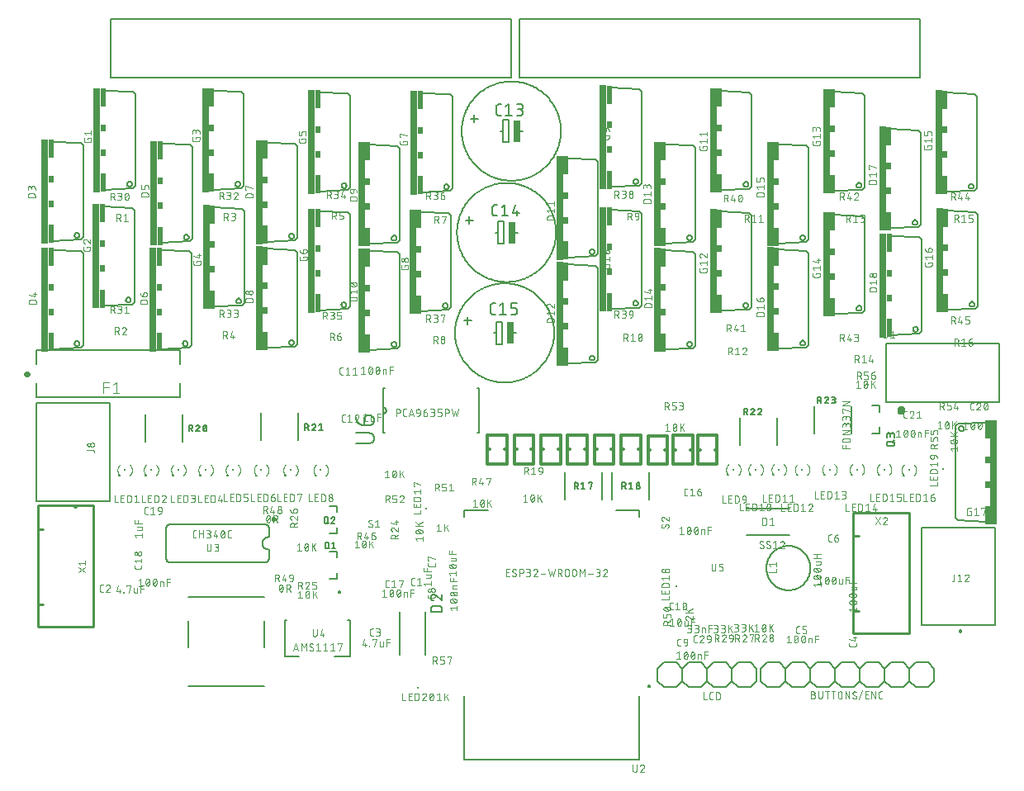
<source format=gbr>
G04 EAGLE Gerber RS-274X export*
G75*
%MOMM*%
%FSLAX34Y34*%
%LPD*%
%INSilkscreen Top*%
%IPPOS*%
%AMOC8*
5,1,8,0,0,1.08239X$1,22.5*%
G01*
%ADD10C,0.127000*%
%ADD11R,0.762000X10.668000*%
%ADD12R,0.508000X1.905000*%
%ADD13R,0.508000X0.762000*%
%ADD14C,0.076200*%
%ADD15C,0.304800*%
%ADD16C,0.203200*%
%ADD17C,0.152400*%
%ADD18C,0.200000*%
%ADD19C,0.254000*%
%ADD20C,0.101600*%
%ADD21R,0.200000X0.200000*%
%ADD22R,0.250000X0.150000*%
%ADD23R,0.635000X2.286000*%
%ADD24R,0.250000X0.250000*%
%ADD25C,0.300000*%
%ADD26C,0.400000*%
%ADD27C,0.177800*%


D10*
X86900Y700200D02*
X497300Y700200D01*
X86900Y700200D02*
X86900Y640200D01*
X497300Y640200D01*
X497300Y700200D01*
X506000Y700300D02*
X916400Y700300D01*
X506000Y700300D02*
X506000Y640300D01*
X916400Y640300D01*
X916400Y700300D01*
X109340Y626030D02*
X80130Y627300D01*
X109340Y626030D02*
X111880Y623490D01*
X111880Y529510D01*
X109340Y526970D01*
X80130Y525700D01*
X103244Y531542D02*
X103246Y531642D01*
X103252Y531743D01*
X103262Y531842D01*
X103276Y531942D01*
X103293Y532041D01*
X103315Y532139D01*
X103341Y532236D01*
X103370Y532332D01*
X103403Y532426D01*
X103440Y532520D01*
X103480Y532612D01*
X103524Y532702D01*
X103572Y532790D01*
X103623Y532877D01*
X103677Y532961D01*
X103735Y533043D01*
X103796Y533123D01*
X103860Y533200D01*
X103927Y533275D01*
X103997Y533347D01*
X104070Y533416D01*
X104145Y533482D01*
X104223Y533546D01*
X104303Y533606D01*
X104386Y533663D01*
X104471Y533716D01*
X104558Y533766D01*
X104647Y533813D01*
X104737Y533856D01*
X104829Y533896D01*
X104923Y533932D01*
X105018Y533964D01*
X105114Y533992D01*
X105212Y534017D01*
X105310Y534037D01*
X105409Y534054D01*
X105509Y534067D01*
X105608Y534076D01*
X105709Y534081D01*
X105809Y534082D01*
X105909Y534079D01*
X106010Y534072D01*
X106109Y534061D01*
X106209Y534046D01*
X106307Y534028D01*
X106405Y534005D01*
X106502Y533978D01*
X106597Y533948D01*
X106692Y533914D01*
X106785Y533876D01*
X106876Y533835D01*
X106966Y533790D01*
X107054Y533742D01*
X107140Y533690D01*
X107224Y533635D01*
X107305Y533576D01*
X107384Y533514D01*
X107461Y533450D01*
X107535Y533382D01*
X107606Y533311D01*
X107675Y533238D01*
X107740Y533162D01*
X107803Y533083D01*
X107862Y533002D01*
X107918Y532919D01*
X107971Y532834D01*
X108020Y532746D01*
X108066Y532657D01*
X108108Y532566D01*
X108147Y532473D01*
X108182Y532379D01*
X108213Y532284D01*
X108241Y532187D01*
X108264Y532090D01*
X108284Y531991D01*
X108300Y531892D01*
X108312Y531793D01*
X108320Y531692D01*
X108324Y531592D01*
X108324Y531492D01*
X108320Y531392D01*
X108312Y531291D01*
X108300Y531192D01*
X108284Y531093D01*
X108264Y530994D01*
X108241Y530897D01*
X108213Y530800D01*
X108182Y530705D01*
X108147Y530611D01*
X108108Y530518D01*
X108066Y530427D01*
X108020Y530338D01*
X107971Y530250D01*
X107918Y530165D01*
X107862Y530082D01*
X107803Y530001D01*
X107740Y529922D01*
X107675Y529846D01*
X107606Y529773D01*
X107535Y529702D01*
X107461Y529634D01*
X107384Y529570D01*
X107305Y529508D01*
X107224Y529449D01*
X107140Y529394D01*
X107054Y529342D01*
X106966Y529294D01*
X106876Y529249D01*
X106785Y529208D01*
X106692Y529170D01*
X106597Y529136D01*
X106502Y529106D01*
X106405Y529079D01*
X106307Y529056D01*
X106209Y529038D01*
X106109Y529023D01*
X106010Y529012D01*
X105909Y529005D01*
X105809Y529002D01*
X105709Y529003D01*
X105608Y529008D01*
X105509Y529017D01*
X105409Y529030D01*
X105310Y529047D01*
X105212Y529067D01*
X105114Y529092D01*
X105018Y529120D01*
X104923Y529152D01*
X104829Y529188D01*
X104737Y529228D01*
X104647Y529271D01*
X104558Y529318D01*
X104471Y529368D01*
X104386Y529421D01*
X104303Y529478D01*
X104223Y529538D01*
X104145Y529602D01*
X104070Y529668D01*
X103997Y529737D01*
X103927Y529809D01*
X103860Y529884D01*
X103796Y529961D01*
X103735Y530041D01*
X103677Y530123D01*
X103623Y530207D01*
X103572Y530294D01*
X103524Y530382D01*
X103480Y530472D01*
X103440Y530564D01*
X103403Y530658D01*
X103370Y530752D01*
X103341Y530848D01*
X103315Y530945D01*
X103293Y531043D01*
X103276Y531142D01*
X103262Y531242D01*
X103252Y531341D01*
X103246Y531442D01*
X103244Y531542D01*
D11*
X72510Y576500D03*
D12*
X78860Y532685D03*
D13*
X78860Y563800D03*
X78860Y589200D03*
D12*
X78860Y620315D03*
D14*
X62503Y578360D02*
X62503Y577132D01*
X62503Y578360D02*
X66595Y578360D01*
X66595Y575905D01*
X66593Y575827D01*
X66588Y575749D01*
X66578Y575672D01*
X66565Y575595D01*
X66549Y575519D01*
X66529Y575444D01*
X66505Y575370D01*
X66478Y575297D01*
X66447Y575225D01*
X66413Y575155D01*
X66376Y575087D01*
X66335Y575020D01*
X66291Y574955D01*
X66245Y574893D01*
X66195Y574833D01*
X66143Y574775D01*
X66088Y574720D01*
X66030Y574668D01*
X65970Y574618D01*
X65908Y574572D01*
X65843Y574528D01*
X65777Y574487D01*
X65708Y574450D01*
X65638Y574416D01*
X65566Y574385D01*
X65493Y574358D01*
X65419Y574334D01*
X65344Y574314D01*
X65268Y574298D01*
X65191Y574285D01*
X65114Y574275D01*
X65036Y574270D01*
X64958Y574268D01*
X60866Y574268D01*
X60786Y574270D01*
X60706Y574276D01*
X60626Y574286D01*
X60547Y574299D01*
X60468Y574317D01*
X60391Y574338D01*
X60315Y574364D01*
X60240Y574393D01*
X60166Y574425D01*
X60094Y574461D01*
X60024Y574501D01*
X59957Y574544D01*
X59891Y574590D01*
X59828Y574640D01*
X59767Y574692D01*
X59708Y574747D01*
X59653Y574806D01*
X59601Y574866D01*
X59551Y574930D01*
X59505Y574995D01*
X59462Y575063D01*
X59422Y575133D01*
X59386Y575205D01*
X59354Y575279D01*
X59325Y575353D01*
X59300Y575430D01*
X59278Y575507D01*
X59260Y575586D01*
X59247Y575665D01*
X59237Y575744D01*
X59231Y575825D01*
X59229Y575905D01*
X59229Y578360D01*
X60866Y581827D02*
X59229Y583873D01*
X66595Y583873D01*
X66595Y581827D02*
X66595Y585919D01*
D10*
X79030Y508300D02*
X108240Y507030D01*
X110780Y504490D01*
X110780Y410510D01*
X108240Y407970D01*
X79030Y406700D01*
X102144Y412542D02*
X102146Y412642D01*
X102152Y412743D01*
X102162Y412842D01*
X102176Y412942D01*
X102193Y413041D01*
X102215Y413139D01*
X102241Y413236D01*
X102270Y413332D01*
X102303Y413426D01*
X102340Y413520D01*
X102380Y413612D01*
X102424Y413702D01*
X102472Y413790D01*
X102523Y413877D01*
X102577Y413961D01*
X102635Y414043D01*
X102696Y414123D01*
X102760Y414200D01*
X102827Y414275D01*
X102897Y414347D01*
X102970Y414416D01*
X103045Y414482D01*
X103123Y414546D01*
X103203Y414606D01*
X103286Y414663D01*
X103371Y414716D01*
X103458Y414766D01*
X103547Y414813D01*
X103637Y414856D01*
X103729Y414896D01*
X103823Y414932D01*
X103918Y414964D01*
X104014Y414992D01*
X104112Y415017D01*
X104210Y415037D01*
X104309Y415054D01*
X104409Y415067D01*
X104508Y415076D01*
X104609Y415081D01*
X104709Y415082D01*
X104809Y415079D01*
X104910Y415072D01*
X105009Y415061D01*
X105109Y415046D01*
X105207Y415028D01*
X105305Y415005D01*
X105402Y414978D01*
X105497Y414948D01*
X105592Y414914D01*
X105685Y414876D01*
X105776Y414835D01*
X105866Y414790D01*
X105954Y414742D01*
X106040Y414690D01*
X106124Y414635D01*
X106205Y414576D01*
X106284Y414514D01*
X106361Y414450D01*
X106435Y414382D01*
X106506Y414311D01*
X106575Y414238D01*
X106640Y414162D01*
X106703Y414083D01*
X106762Y414002D01*
X106818Y413919D01*
X106871Y413834D01*
X106920Y413746D01*
X106966Y413657D01*
X107008Y413566D01*
X107047Y413473D01*
X107082Y413379D01*
X107113Y413284D01*
X107141Y413187D01*
X107164Y413090D01*
X107184Y412991D01*
X107200Y412892D01*
X107212Y412793D01*
X107220Y412692D01*
X107224Y412592D01*
X107224Y412492D01*
X107220Y412392D01*
X107212Y412291D01*
X107200Y412192D01*
X107184Y412093D01*
X107164Y411994D01*
X107141Y411897D01*
X107113Y411800D01*
X107082Y411705D01*
X107047Y411611D01*
X107008Y411518D01*
X106966Y411427D01*
X106920Y411338D01*
X106871Y411250D01*
X106818Y411165D01*
X106762Y411082D01*
X106703Y411001D01*
X106640Y410922D01*
X106575Y410846D01*
X106506Y410773D01*
X106435Y410702D01*
X106361Y410634D01*
X106284Y410570D01*
X106205Y410508D01*
X106124Y410449D01*
X106040Y410394D01*
X105954Y410342D01*
X105866Y410294D01*
X105776Y410249D01*
X105685Y410208D01*
X105592Y410170D01*
X105497Y410136D01*
X105402Y410106D01*
X105305Y410079D01*
X105207Y410056D01*
X105109Y410038D01*
X105009Y410023D01*
X104910Y410012D01*
X104809Y410005D01*
X104709Y410002D01*
X104609Y410003D01*
X104508Y410008D01*
X104409Y410017D01*
X104309Y410030D01*
X104210Y410047D01*
X104112Y410067D01*
X104014Y410092D01*
X103918Y410120D01*
X103823Y410152D01*
X103729Y410188D01*
X103637Y410228D01*
X103547Y410271D01*
X103458Y410318D01*
X103371Y410368D01*
X103286Y410421D01*
X103203Y410478D01*
X103123Y410538D01*
X103045Y410602D01*
X102970Y410668D01*
X102897Y410737D01*
X102827Y410809D01*
X102760Y410884D01*
X102696Y410961D01*
X102635Y411041D01*
X102577Y411123D01*
X102523Y411207D01*
X102472Y411294D01*
X102424Y411382D01*
X102380Y411472D01*
X102340Y411564D01*
X102303Y411658D01*
X102270Y411752D01*
X102241Y411848D01*
X102215Y411945D01*
X102193Y412043D01*
X102176Y412142D01*
X102162Y412242D01*
X102152Y412341D01*
X102146Y412442D01*
X102144Y412542D01*
D11*
X71410Y457500D03*
D12*
X77760Y413685D03*
D13*
X77760Y444800D03*
X77760Y470200D03*
D12*
X77760Y501315D03*
D14*
X61579Y467173D02*
X61579Y465946D01*
X61579Y467173D02*
X65671Y467173D01*
X65671Y464718D01*
X65669Y464640D01*
X65664Y464562D01*
X65654Y464485D01*
X65641Y464408D01*
X65625Y464332D01*
X65605Y464257D01*
X65581Y464183D01*
X65554Y464110D01*
X65523Y464038D01*
X65489Y463968D01*
X65452Y463900D01*
X65411Y463833D01*
X65367Y463768D01*
X65321Y463706D01*
X65271Y463646D01*
X65219Y463588D01*
X65164Y463533D01*
X65106Y463481D01*
X65046Y463431D01*
X64984Y463385D01*
X64919Y463341D01*
X64853Y463300D01*
X64784Y463263D01*
X64714Y463229D01*
X64642Y463198D01*
X64569Y463171D01*
X64495Y463147D01*
X64420Y463127D01*
X64344Y463111D01*
X64267Y463098D01*
X64190Y463088D01*
X64112Y463083D01*
X64034Y463081D01*
X59942Y463081D01*
X59862Y463083D01*
X59782Y463089D01*
X59702Y463099D01*
X59623Y463112D01*
X59544Y463130D01*
X59467Y463151D01*
X59391Y463177D01*
X59316Y463206D01*
X59242Y463238D01*
X59170Y463274D01*
X59100Y463314D01*
X59033Y463357D01*
X58967Y463403D01*
X58904Y463453D01*
X58843Y463505D01*
X58784Y463560D01*
X58729Y463619D01*
X58677Y463679D01*
X58627Y463743D01*
X58581Y463808D01*
X58538Y463876D01*
X58498Y463946D01*
X58462Y464018D01*
X58430Y464092D01*
X58401Y464166D01*
X58376Y464243D01*
X58354Y464320D01*
X58336Y464399D01*
X58323Y464478D01*
X58313Y464557D01*
X58307Y464638D01*
X58305Y464718D01*
X58305Y467173D01*
X58305Y472891D02*
X58307Y472976D01*
X58313Y473061D01*
X58323Y473145D01*
X58336Y473229D01*
X58354Y473313D01*
X58375Y473395D01*
X58400Y473476D01*
X58429Y473556D01*
X58462Y473635D01*
X58498Y473712D01*
X58538Y473787D01*
X58581Y473861D01*
X58627Y473932D01*
X58677Y474001D01*
X58730Y474068D01*
X58786Y474132D01*
X58845Y474193D01*
X58906Y474252D01*
X58970Y474308D01*
X59037Y474361D01*
X59106Y474411D01*
X59177Y474457D01*
X59251Y474500D01*
X59326Y474540D01*
X59403Y474576D01*
X59482Y474609D01*
X59562Y474638D01*
X59643Y474663D01*
X59725Y474684D01*
X59809Y474702D01*
X59893Y474715D01*
X59977Y474725D01*
X60062Y474731D01*
X60147Y474733D01*
X58305Y472891D02*
X58307Y472795D01*
X58313Y472699D01*
X58323Y472604D01*
X58336Y472509D01*
X58354Y472414D01*
X58375Y472321D01*
X58400Y472228D01*
X58429Y472137D01*
X58461Y472046D01*
X58497Y471957D01*
X58537Y471870D01*
X58580Y471784D01*
X58626Y471700D01*
X58676Y471618D01*
X58730Y471538D01*
X58786Y471461D01*
X58846Y471386D01*
X58908Y471313D01*
X58974Y471243D01*
X59042Y471175D01*
X59113Y471110D01*
X59186Y471049D01*
X59262Y470990D01*
X59341Y470934D01*
X59421Y470882D01*
X59504Y470833D01*
X59588Y470787D01*
X59674Y470745D01*
X59762Y470707D01*
X59851Y470672D01*
X59942Y470640D01*
X61579Y474118D02*
X61520Y474178D01*
X61458Y474235D01*
X61394Y474290D01*
X61327Y474341D01*
X61258Y474390D01*
X61188Y474436D01*
X61115Y474479D01*
X61041Y474519D01*
X60965Y474555D01*
X60887Y474588D01*
X60808Y474618D01*
X60728Y474645D01*
X60647Y474668D01*
X60565Y474687D01*
X60483Y474703D01*
X60399Y474716D01*
X60315Y474725D01*
X60231Y474730D01*
X60147Y474732D01*
X61579Y474118D02*
X65671Y470640D01*
X65671Y474732D01*
D10*
X191130Y627300D02*
X220340Y626030D01*
X222880Y623490D01*
X222880Y529510D01*
X220340Y526970D01*
X191130Y525700D01*
X214244Y531542D02*
X214246Y531642D01*
X214252Y531743D01*
X214262Y531842D01*
X214276Y531942D01*
X214293Y532041D01*
X214315Y532139D01*
X214341Y532236D01*
X214370Y532332D01*
X214403Y532426D01*
X214440Y532520D01*
X214480Y532612D01*
X214524Y532702D01*
X214572Y532790D01*
X214623Y532877D01*
X214677Y532961D01*
X214735Y533043D01*
X214796Y533123D01*
X214860Y533200D01*
X214927Y533275D01*
X214997Y533347D01*
X215070Y533416D01*
X215145Y533482D01*
X215223Y533546D01*
X215303Y533606D01*
X215386Y533663D01*
X215471Y533716D01*
X215558Y533766D01*
X215647Y533813D01*
X215737Y533856D01*
X215829Y533896D01*
X215923Y533932D01*
X216018Y533964D01*
X216114Y533992D01*
X216212Y534017D01*
X216310Y534037D01*
X216409Y534054D01*
X216509Y534067D01*
X216608Y534076D01*
X216709Y534081D01*
X216809Y534082D01*
X216909Y534079D01*
X217010Y534072D01*
X217109Y534061D01*
X217209Y534046D01*
X217307Y534028D01*
X217405Y534005D01*
X217502Y533978D01*
X217597Y533948D01*
X217692Y533914D01*
X217785Y533876D01*
X217876Y533835D01*
X217966Y533790D01*
X218054Y533742D01*
X218140Y533690D01*
X218224Y533635D01*
X218305Y533576D01*
X218384Y533514D01*
X218461Y533450D01*
X218535Y533382D01*
X218606Y533311D01*
X218675Y533238D01*
X218740Y533162D01*
X218803Y533083D01*
X218862Y533002D01*
X218918Y532919D01*
X218971Y532834D01*
X219020Y532746D01*
X219066Y532657D01*
X219108Y532566D01*
X219147Y532473D01*
X219182Y532379D01*
X219213Y532284D01*
X219241Y532187D01*
X219264Y532090D01*
X219284Y531991D01*
X219300Y531892D01*
X219312Y531793D01*
X219320Y531692D01*
X219324Y531592D01*
X219324Y531492D01*
X219320Y531392D01*
X219312Y531291D01*
X219300Y531192D01*
X219284Y531093D01*
X219264Y530994D01*
X219241Y530897D01*
X219213Y530800D01*
X219182Y530705D01*
X219147Y530611D01*
X219108Y530518D01*
X219066Y530427D01*
X219020Y530338D01*
X218971Y530250D01*
X218918Y530165D01*
X218862Y530082D01*
X218803Y530001D01*
X218740Y529922D01*
X218675Y529846D01*
X218606Y529773D01*
X218535Y529702D01*
X218461Y529634D01*
X218384Y529570D01*
X218305Y529508D01*
X218224Y529449D01*
X218140Y529394D01*
X218054Y529342D01*
X217966Y529294D01*
X217876Y529249D01*
X217785Y529208D01*
X217692Y529170D01*
X217597Y529136D01*
X217502Y529106D01*
X217405Y529079D01*
X217307Y529056D01*
X217209Y529038D01*
X217109Y529023D01*
X217010Y529012D01*
X216909Y529005D01*
X216809Y529002D01*
X216709Y529003D01*
X216608Y529008D01*
X216509Y529017D01*
X216409Y529030D01*
X216310Y529047D01*
X216212Y529067D01*
X216114Y529092D01*
X216018Y529120D01*
X215923Y529152D01*
X215829Y529188D01*
X215737Y529228D01*
X215647Y529271D01*
X215558Y529318D01*
X215471Y529368D01*
X215386Y529421D01*
X215303Y529478D01*
X215223Y529538D01*
X215145Y529602D01*
X215070Y529668D01*
X214997Y529737D01*
X214927Y529809D01*
X214860Y529884D01*
X214796Y529961D01*
X214735Y530041D01*
X214677Y530123D01*
X214623Y530207D01*
X214572Y530294D01*
X214524Y530382D01*
X214480Y530472D01*
X214440Y530564D01*
X214403Y530658D01*
X214370Y530752D01*
X214341Y530848D01*
X214315Y530945D01*
X214293Y531043D01*
X214276Y531142D01*
X214262Y531242D01*
X214252Y531341D01*
X214246Y531442D01*
X214244Y531542D01*
D11*
X183510Y576500D03*
D12*
X189860Y532685D03*
D13*
X189860Y563800D03*
X189860Y589200D03*
D12*
X189860Y620315D03*
D14*
X173503Y579360D02*
X173503Y578132D01*
X173503Y579360D02*
X177595Y579360D01*
X177595Y576905D01*
X177593Y576827D01*
X177588Y576749D01*
X177578Y576672D01*
X177565Y576595D01*
X177549Y576519D01*
X177529Y576444D01*
X177505Y576370D01*
X177478Y576297D01*
X177447Y576225D01*
X177413Y576155D01*
X177376Y576087D01*
X177335Y576020D01*
X177291Y575955D01*
X177245Y575893D01*
X177195Y575833D01*
X177143Y575775D01*
X177088Y575720D01*
X177030Y575668D01*
X176970Y575618D01*
X176908Y575572D01*
X176843Y575528D01*
X176777Y575487D01*
X176708Y575450D01*
X176638Y575416D01*
X176566Y575385D01*
X176493Y575358D01*
X176419Y575334D01*
X176344Y575314D01*
X176268Y575298D01*
X176191Y575285D01*
X176114Y575275D01*
X176036Y575270D01*
X175958Y575268D01*
X171866Y575268D01*
X171786Y575270D01*
X171706Y575276D01*
X171626Y575286D01*
X171547Y575299D01*
X171468Y575317D01*
X171391Y575338D01*
X171315Y575364D01*
X171240Y575393D01*
X171166Y575425D01*
X171094Y575461D01*
X171024Y575501D01*
X170957Y575544D01*
X170891Y575590D01*
X170828Y575640D01*
X170767Y575692D01*
X170708Y575747D01*
X170653Y575806D01*
X170601Y575866D01*
X170551Y575930D01*
X170505Y575995D01*
X170462Y576063D01*
X170422Y576133D01*
X170386Y576205D01*
X170354Y576279D01*
X170325Y576353D01*
X170300Y576430D01*
X170278Y576507D01*
X170260Y576586D01*
X170247Y576665D01*
X170237Y576744D01*
X170231Y576825D01*
X170229Y576905D01*
X170229Y579360D01*
X177595Y582827D02*
X177595Y584873D01*
X177593Y584962D01*
X177587Y585051D01*
X177577Y585140D01*
X177564Y585228D01*
X177547Y585316D01*
X177525Y585403D01*
X177500Y585488D01*
X177472Y585573D01*
X177439Y585656D01*
X177403Y585738D01*
X177364Y585818D01*
X177321Y585896D01*
X177275Y585972D01*
X177225Y586047D01*
X177172Y586119D01*
X177116Y586188D01*
X177057Y586255D01*
X176996Y586320D01*
X176931Y586381D01*
X176864Y586440D01*
X176795Y586496D01*
X176723Y586549D01*
X176648Y586599D01*
X176572Y586645D01*
X176494Y586688D01*
X176414Y586727D01*
X176332Y586763D01*
X176249Y586796D01*
X176164Y586824D01*
X176079Y586849D01*
X175992Y586871D01*
X175904Y586888D01*
X175816Y586901D01*
X175727Y586911D01*
X175638Y586917D01*
X175549Y586919D01*
X175460Y586917D01*
X175371Y586911D01*
X175282Y586901D01*
X175194Y586888D01*
X175106Y586871D01*
X175019Y586849D01*
X174934Y586824D01*
X174849Y586796D01*
X174766Y586763D01*
X174684Y586727D01*
X174604Y586688D01*
X174526Y586645D01*
X174450Y586599D01*
X174375Y586549D01*
X174303Y586496D01*
X174234Y586440D01*
X174167Y586381D01*
X174102Y586320D01*
X174041Y586255D01*
X173982Y586188D01*
X173926Y586119D01*
X173873Y586047D01*
X173823Y585972D01*
X173777Y585896D01*
X173734Y585818D01*
X173695Y585738D01*
X173659Y585656D01*
X173626Y585573D01*
X173598Y585488D01*
X173573Y585403D01*
X173551Y585316D01*
X173534Y585228D01*
X173521Y585140D01*
X173511Y585051D01*
X173505Y584962D01*
X173503Y584873D01*
X170229Y585282D02*
X170229Y582827D01*
X170229Y585282D02*
X170231Y585361D01*
X170237Y585440D01*
X170246Y585519D01*
X170259Y585597D01*
X170277Y585674D01*
X170297Y585750D01*
X170322Y585825D01*
X170350Y585899D01*
X170381Y585972D01*
X170417Y586043D01*
X170455Y586112D01*
X170497Y586179D01*
X170542Y586244D01*
X170590Y586307D01*
X170641Y586368D01*
X170695Y586425D01*
X170751Y586481D01*
X170810Y586533D01*
X170872Y586583D01*
X170936Y586629D01*
X171002Y586673D01*
X171070Y586713D01*
X171140Y586749D01*
X171212Y586783D01*
X171286Y586813D01*
X171360Y586839D01*
X171436Y586862D01*
X171513Y586880D01*
X171590Y586896D01*
X171669Y586907D01*
X171747Y586915D01*
X171826Y586919D01*
X171906Y586919D01*
X171985Y586915D01*
X172063Y586907D01*
X172142Y586896D01*
X172219Y586880D01*
X172296Y586862D01*
X172372Y586839D01*
X172446Y586813D01*
X172520Y586783D01*
X172592Y586749D01*
X172662Y586713D01*
X172730Y586673D01*
X172796Y586629D01*
X172860Y586583D01*
X172922Y586533D01*
X172981Y586481D01*
X173037Y586425D01*
X173091Y586368D01*
X173142Y586307D01*
X173190Y586244D01*
X173235Y586179D01*
X173277Y586112D01*
X173315Y586043D01*
X173351Y585972D01*
X173382Y585899D01*
X173410Y585825D01*
X173435Y585750D01*
X173455Y585674D01*
X173473Y585597D01*
X173486Y585519D01*
X173495Y585440D01*
X173501Y585361D01*
X173503Y585282D01*
X173503Y583645D01*
D10*
X192030Y507300D02*
X221240Y506030D01*
X223780Y503490D01*
X223780Y409510D01*
X221240Y406970D01*
X192030Y405700D01*
X215144Y411542D02*
X215146Y411642D01*
X215152Y411743D01*
X215162Y411842D01*
X215176Y411942D01*
X215193Y412041D01*
X215215Y412139D01*
X215241Y412236D01*
X215270Y412332D01*
X215303Y412426D01*
X215340Y412520D01*
X215380Y412612D01*
X215424Y412702D01*
X215472Y412790D01*
X215523Y412877D01*
X215577Y412961D01*
X215635Y413043D01*
X215696Y413123D01*
X215760Y413200D01*
X215827Y413275D01*
X215897Y413347D01*
X215970Y413416D01*
X216045Y413482D01*
X216123Y413546D01*
X216203Y413606D01*
X216286Y413663D01*
X216371Y413716D01*
X216458Y413766D01*
X216547Y413813D01*
X216637Y413856D01*
X216729Y413896D01*
X216823Y413932D01*
X216918Y413964D01*
X217014Y413992D01*
X217112Y414017D01*
X217210Y414037D01*
X217309Y414054D01*
X217409Y414067D01*
X217508Y414076D01*
X217609Y414081D01*
X217709Y414082D01*
X217809Y414079D01*
X217910Y414072D01*
X218009Y414061D01*
X218109Y414046D01*
X218207Y414028D01*
X218305Y414005D01*
X218402Y413978D01*
X218497Y413948D01*
X218592Y413914D01*
X218685Y413876D01*
X218776Y413835D01*
X218866Y413790D01*
X218954Y413742D01*
X219040Y413690D01*
X219124Y413635D01*
X219205Y413576D01*
X219284Y413514D01*
X219361Y413450D01*
X219435Y413382D01*
X219506Y413311D01*
X219575Y413238D01*
X219640Y413162D01*
X219703Y413083D01*
X219762Y413002D01*
X219818Y412919D01*
X219871Y412834D01*
X219920Y412746D01*
X219966Y412657D01*
X220008Y412566D01*
X220047Y412473D01*
X220082Y412379D01*
X220113Y412284D01*
X220141Y412187D01*
X220164Y412090D01*
X220184Y411991D01*
X220200Y411892D01*
X220212Y411793D01*
X220220Y411692D01*
X220224Y411592D01*
X220224Y411492D01*
X220220Y411392D01*
X220212Y411291D01*
X220200Y411192D01*
X220184Y411093D01*
X220164Y410994D01*
X220141Y410897D01*
X220113Y410800D01*
X220082Y410705D01*
X220047Y410611D01*
X220008Y410518D01*
X219966Y410427D01*
X219920Y410338D01*
X219871Y410250D01*
X219818Y410165D01*
X219762Y410082D01*
X219703Y410001D01*
X219640Y409922D01*
X219575Y409846D01*
X219506Y409773D01*
X219435Y409702D01*
X219361Y409634D01*
X219284Y409570D01*
X219205Y409508D01*
X219124Y409449D01*
X219040Y409394D01*
X218954Y409342D01*
X218866Y409294D01*
X218776Y409249D01*
X218685Y409208D01*
X218592Y409170D01*
X218497Y409136D01*
X218402Y409106D01*
X218305Y409079D01*
X218207Y409056D01*
X218109Y409038D01*
X218009Y409023D01*
X217910Y409012D01*
X217809Y409005D01*
X217709Y409002D01*
X217609Y409003D01*
X217508Y409008D01*
X217409Y409017D01*
X217309Y409030D01*
X217210Y409047D01*
X217112Y409067D01*
X217014Y409092D01*
X216918Y409120D01*
X216823Y409152D01*
X216729Y409188D01*
X216637Y409228D01*
X216547Y409271D01*
X216458Y409318D01*
X216371Y409368D01*
X216286Y409421D01*
X216203Y409478D01*
X216123Y409538D01*
X216045Y409602D01*
X215970Y409668D01*
X215897Y409737D01*
X215827Y409809D01*
X215760Y409884D01*
X215696Y409961D01*
X215635Y410041D01*
X215577Y410123D01*
X215523Y410207D01*
X215472Y410294D01*
X215424Y410382D01*
X215380Y410472D01*
X215340Y410564D01*
X215303Y410658D01*
X215270Y410752D01*
X215241Y410848D01*
X215215Y410945D01*
X215193Y411043D01*
X215176Y411142D01*
X215162Y411242D01*
X215152Y411341D01*
X215146Y411442D01*
X215144Y411542D01*
D11*
X184410Y456500D03*
D12*
X190760Y412685D03*
D13*
X190760Y443800D03*
X190760Y469200D03*
D12*
X190760Y500315D03*
D14*
X174603Y452360D02*
X174603Y451132D01*
X174603Y452360D02*
X178695Y452360D01*
X178695Y449905D01*
X178693Y449827D01*
X178688Y449749D01*
X178678Y449672D01*
X178665Y449595D01*
X178649Y449519D01*
X178629Y449444D01*
X178605Y449370D01*
X178578Y449297D01*
X178547Y449225D01*
X178513Y449155D01*
X178476Y449087D01*
X178435Y449020D01*
X178391Y448955D01*
X178345Y448893D01*
X178295Y448833D01*
X178243Y448775D01*
X178188Y448720D01*
X178130Y448668D01*
X178070Y448618D01*
X178008Y448572D01*
X177943Y448528D01*
X177877Y448487D01*
X177808Y448450D01*
X177738Y448416D01*
X177666Y448385D01*
X177593Y448358D01*
X177519Y448334D01*
X177444Y448314D01*
X177368Y448298D01*
X177291Y448285D01*
X177214Y448275D01*
X177136Y448270D01*
X177058Y448268D01*
X172966Y448268D01*
X172886Y448270D01*
X172806Y448276D01*
X172726Y448286D01*
X172647Y448299D01*
X172568Y448317D01*
X172491Y448338D01*
X172415Y448364D01*
X172340Y448393D01*
X172266Y448425D01*
X172194Y448461D01*
X172124Y448501D01*
X172057Y448544D01*
X171991Y448590D01*
X171928Y448640D01*
X171867Y448692D01*
X171808Y448747D01*
X171753Y448806D01*
X171701Y448866D01*
X171651Y448930D01*
X171605Y448995D01*
X171562Y449063D01*
X171522Y449133D01*
X171486Y449205D01*
X171454Y449279D01*
X171425Y449353D01*
X171400Y449430D01*
X171378Y449507D01*
X171360Y449586D01*
X171347Y449665D01*
X171337Y449744D01*
X171331Y449825D01*
X171329Y449905D01*
X171329Y452360D01*
X171329Y457464D02*
X177058Y455827D01*
X177058Y459919D01*
X175421Y458691D02*
X178695Y458691D01*
D10*
X300130Y625600D02*
X329340Y624330D01*
X331880Y621790D01*
X331880Y527810D01*
X329340Y525270D01*
X300130Y524000D01*
X323244Y529842D02*
X323246Y529942D01*
X323252Y530043D01*
X323262Y530142D01*
X323276Y530242D01*
X323293Y530341D01*
X323315Y530439D01*
X323341Y530536D01*
X323370Y530632D01*
X323403Y530726D01*
X323440Y530820D01*
X323480Y530912D01*
X323524Y531002D01*
X323572Y531090D01*
X323623Y531177D01*
X323677Y531261D01*
X323735Y531343D01*
X323796Y531423D01*
X323860Y531500D01*
X323927Y531575D01*
X323997Y531647D01*
X324070Y531716D01*
X324145Y531782D01*
X324223Y531846D01*
X324303Y531906D01*
X324386Y531963D01*
X324471Y532016D01*
X324558Y532066D01*
X324647Y532113D01*
X324737Y532156D01*
X324829Y532196D01*
X324923Y532232D01*
X325018Y532264D01*
X325114Y532292D01*
X325212Y532317D01*
X325310Y532337D01*
X325409Y532354D01*
X325509Y532367D01*
X325608Y532376D01*
X325709Y532381D01*
X325809Y532382D01*
X325909Y532379D01*
X326010Y532372D01*
X326109Y532361D01*
X326209Y532346D01*
X326307Y532328D01*
X326405Y532305D01*
X326502Y532278D01*
X326597Y532248D01*
X326692Y532214D01*
X326785Y532176D01*
X326876Y532135D01*
X326966Y532090D01*
X327054Y532042D01*
X327140Y531990D01*
X327224Y531935D01*
X327305Y531876D01*
X327384Y531814D01*
X327461Y531750D01*
X327535Y531682D01*
X327606Y531611D01*
X327675Y531538D01*
X327740Y531462D01*
X327803Y531383D01*
X327862Y531302D01*
X327918Y531219D01*
X327971Y531134D01*
X328020Y531046D01*
X328066Y530957D01*
X328108Y530866D01*
X328147Y530773D01*
X328182Y530679D01*
X328213Y530584D01*
X328241Y530487D01*
X328264Y530390D01*
X328284Y530291D01*
X328300Y530192D01*
X328312Y530093D01*
X328320Y529992D01*
X328324Y529892D01*
X328324Y529792D01*
X328320Y529692D01*
X328312Y529591D01*
X328300Y529492D01*
X328284Y529393D01*
X328264Y529294D01*
X328241Y529197D01*
X328213Y529100D01*
X328182Y529005D01*
X328147Y528911D01*
X328108Y528818D01*
X328066Y528727D01*
X328020Y528638D01*
X327971Y528550D01*
X327918Y528465D01*
X327862Y528382D01*
X327803Y528301D01*
X327740Y528222D01*
X327675Y528146D01*
X327606Y528073D01*
X327535Y528002D01*
X327461Y527934D01*
X327384Y527870D01*
X327305Y527808D01*
X327224Y527749D01*
X327140Y527694D01*
X327054Y527642D01*
X326966Y527594D01*
X326876Y527549D01*
X326785Y527508D01*
X326692Y527470D01*
X326597Y527436D01*
X326502Y527406D01*
X326405Y527379D01*
X326307Y527356D01*
X326209Y527338D01*
X326109Y527323D01*
X326010Y527312D01*
X325909Y527305D01*
X325809Y527302D01*
X325709Y527303D01*
X325608Y527308D01*
X325509Y527317D01*
X325409Y527330D01*
X325310Y527347D01*
X325212Y527367D01*
X325114Y527392D01*
X325018Y527420D01*
X324923Y527452D01*
X324829Y527488D01*
X324737Y527528D01*
X324647Y527571D01*
X324558Y527618D01*
X324471Y527668D01*
X324386Y527721D01*
X324303Y527778D01*
X324223Y527838D01*
X324145Y527902D01*
X324070Y527968D01*
X323997Y528037D01*
X323927Y528109D01*
X323860Y528184D01*
X323796Y528261D01*
X323735Y528341D01*
X323677Y528423D01*
X323623Y528507D01*
X323572Y528594D01*
X323524Y528682D01*
X323480Y528772D01*
X323440Y528864D01*
X323403Y528958D01*
X323370Y529052D01*
X323341Y529148D01*
X323315Y529245D01*
X323293Y529343D01*
X323276Y529442D01*
X323262Y529542D01*
X323252Y529641D01*
X323246Y529742D01*
X323244Y529842D01*
D11*
X292510Y574800D03*
D12*
X298860Y530985D03*
D13*
X298860Y562100D03*
X298860Y587500D03*
D12*
X298860Y618615D03*
D14*
X282503Y578060D02*
X282503Y576832D01*
X282503Y578060D02*
X286595Y578060D01*
X286595Y575605D01*
X286593Y575527D01*
X286588Y575449D01*
X286578Y575372D01*
X286565Y575295D01*
X286549Y575219D01*
X286529Y575144D01*
X286505Y575070D01*
X286478Y574997D01*
X286447Y574925D01*
X286413Y574855D01*
X286376Y574787D01*
X286335Y574720D01*
X286291Y574655D01*
X286245Y574593D01*
X286195Y574533D01*
X286143Y574475D01*
X286088Y574420D01*
X286030Y574368D01*
X285970Y574318D01*
X285908Y574272D01*
X285843Y574228D01*
X285777Y574187D01*
X285708Y574150D01*
X285638Y574116D01*
X285566Y574085D01*
X285493Y574058D01*
X285419Y574034D01*
X285344Y574014D01*
X285268Y573998D01*
X285191Y573985D01*
X285114Y573975D01*
X285036Y573970D01*
X284958Y573968D01*
X280866Y573968D01*
X280786Y573970D01*
X280706Y573976D01*
X280626Y573986D01*
X280547Y573999D01*
X280468Y574017D01*
X280391Y574038D01*
X280315Y574064D01*
X280240Y574093D01*
X280166Y574125D01*
X280094Y574161D01*
X280024Y574201D01*
X279957Y574244D01*
X279891Y574290D01*
X279828Y574340D01*
X279767Y574392D01*
X279708Y574447D01*
X279653Y574506D01*
X279601Y574566D01*
X279551Y574630D01*
X279505Y574695D01*
X279462Y574763D01*
X279422Y574833D01*
X279386Y574905D01*
X279354Y574979D01*
X279325Y575053D01*
X279300Y575130D01*
X279278Y575207D01*
X279260Y575286D01*
X279247Y575365D01*
X279237Y575444D01*
X279231Y575525D01*
X279229Y575605D01*
X279229Y578060D01*
X286595Y581527D02*
X286595Y583982D01*
X286593Y584060D01*
X286588Y584138D01*
X286578Y584215D01*
X286565Y584292D01*
X286549Y584368D01*
X286529Y584443D01*
X286505Y584517D01*
X286478Y584590D01*
X286447Y584662D01*
X286413Y584732D01*
X286376Y584801D01*
X286335Y584867D01*
X286291Y584932D01*
X286245Y584994D01*
X286195Y585054D01*
X286143Y585112D01*
X286088Y585167D01*
X286030Y585219D01*
X285970Y585269D01*
X285908Y585315D01*
X285843Y585359D01*
X285777Y585400D01*
X285708Y585437D01*
X285638Y585471D01*
X285566Y585502D01*
X285493Y585529D01*
X285419Y585553D01*
X285344Y585573D01*
X285268Y585589D01*
X285191Y585602D01*
X285114Y585612D01*
X285036Y585617D01*
X284958Y585619D01*
X284140Y585619D01*
X284060Y585617D01*
X283980Y585611D01*
X283900Y585601D01*
X283821Y585588D01*
X283742Y585570D01*
X283665Y585549D01*
X283589Y585523D01*
X283514Y585494D01*
X283440Y585462D01*
X283368Y585426D01*
X283298Y585386D01*
X283231Y585343D01*
X283165Y585297D01*
X283102Y585247D01*
X283041Y585195D01*
X282982Y585140D01*
X282927Y585081D01*
X282875Y585021D01*
X282825Y584957D01*
X282779Y584891D01*
X282736Y584824D01*
X282696Y584754D01*
X282660Y584682D01*
X282628Y584608D01*
X282599Y584534D01*
X282573Y584457D01*
X282552Y584380D01*
X282534Y584301D01*
X282521Y584222D01*
X282511Y584142D01*
X282505Y584062D01*
X282503Y583982D01*
X282503Y581527D01*
X279229Y581527D01*
X279229Y585619D01*
D10*
X300030Y503600D02*
X329240Y502330D01*
X331780Y499790D01*
X331780Y405810D01*
X329240Y403270D01*
X300030Y402000D01*
X323144Y407842D02*
X323146Y407942D01*
X323152Y408043D01*
X323162Y408142D01*
X323176Y408242D01*
X323193Y408341D01*
X323215Y408439D01*
X323241Y408536D01*
X323270Y408632D01*
X323303Y408726D01*
X323340Y408820D01*
X323380Y408912D01*
X323424Y409002D01*
X323472Y409090D01*
X323523Y409177D01*
X323577Y409261D01*
X323635Y409343D01*
X323696Y409423D01*
X323760Y409500D01*
X323827Y409575D01*
X323897Y409647D01*
X323970Y409716D01*
X324045Y409782D01*
X324123Y409846D01*
X324203Y409906D01*
X324286Y409963D01*
X324371Y410016D01*
X324458Y410066D01*
X324547Y410113D01*
X324637Y410156D01*
X324729Y410196D01*
X324823Y410232D01*
X324918Y410264D01*
X325014Y410292D01*
X325112Y410317D01*
X325210Y410337D01*
X325309Y410354D01*
X325409Y410367D01*
X325508Y410376D01*
X325609Y410381D01*
X325709Y410382D01*
X325809Y410379D01*
X325910Y410372D01*
X326009Y410361D01*
X326109Y410346D01*
X326207Y410328D01*
X326305Y410305D01*
X326402Y410278D01*
X326497Y410248D01*
X326592Y410214D01*
X326685Y410176D01*
X326776Y410135D01*
X326866Y410090D01*
X326954Y410042D01*
X327040Y409990D01*
X327124Y409935D01*
X327205Y409876D01*
X327284Y409814D01*
X327361Y409750D01*
X327435Y409682D01*
X327506Y409611D01*
X327575Y409538D01*
X327640Y409462D01*
X327703Y409383D01*
X327762Y409302D01*
X327818Y409219D01*
X327871Y409134D01*
X327920Y409046D01*
X327966Y408957D01*
X328008Y408866D01*
X328047Y408773D01*
X328082Y408679D01*
X328113Y408584D01*
X328141Y408487D01*
X328164Y408390D01*
X328184Y408291D01*
X328200Y408192D01*
X328212Y408093D01*
X328220Y407992D01*
X328224Y407892D01*
X328224Y407792D01*
X328220Y407692D01*
X328212Y407591D01*
X328200Y407492D01*
X328184Y407393D01*
X328164Y407294D01*
X328141Y407197D01*
X328113Y407100D01*
X328082Y407005D01*
X328047Y406911D01*
X328008Y406818D01*
X327966Y406727D01*
X327920Y406638D01*
X327871Y406550D01*
X327818Y406465D01*
X327762Y406382D01*
X327703Y406301D01*
X327640Y406222D01*
X327575Y406146D01*
X327506Y406073D01*
X327435Y406002D01*
X327361Y405934D01*
X327284Y405870D01*
X327205Y405808D01*
X327124Y405749D01*
X327040Y405694D01*
X326954Y405642D01*
X326866Y405594D01*
X326776Y405549D01*
X326685Y405508D01*
X326592Y405470D01*
X326497Y405436D01*
X326402Y405406D01*
X326305Y405379D01*
X326207Y405356D01*
X326109Y405338D01*
X326009Y405323D01*
X325910Y405312D01*
X325809Y405305D01*
X325709Y405302D01*
X325609Y405303D01*
X325508Y405308D01*
X325409Y405317D01*
X325309Y405330D01*
X325210Y405347D01*
X325112Y405367D01*
X325014Y405392D01*
X324918Y405420D01*
X324823Y405452D01*
X324729Y405488D01*
X324637Y405528D01*
X324547Y405571D01*
X324458Y405618D01*
X324371Y405668D01*
X324286Y405721D01*
X324203Y405778D01*
X324123Y405838D01*
X324045Y405902D01*
X323970Y405968D01*
X323897Y406037D01*
X323827Y406109D01*
X323760Y406184D01*
X323696Y406261D01*
X323635Y406341D01*
X323577Y406423D01*
X323523Y406507D01*
X323472Y406594D01*
X323424Y406682D01*
X323380Y406772D01*
X323340Y406864D01*
X323303Y406958D01*
X323270Y407052D01*
X323241Y407148D01*
X323215Y407245D01*
X323193Y407343D01*
X323176Y407442D01*
X323162Y407542D01*
X323152Y407641D01*
X323146Y407742D01*
X323144Y407842D01*
D11*
X292410Y452800D03*
D12*
X298760Y408985D03*
D13*
X298760Y440100D03*
X298760Y465500D03*
D12*
X298760Y496615D03*
D14*
X283603Y457060D02*
X283603Y455832D01*
X283603Y457060D02*
X287695Y457060D01*
X287695Y454605D01*
X287693Y454527D01*
X287688Y454449D01*
X287678Y454372D01*
X287665Y454295D01*
X287649Y454219D01*
X287629Y454144D01*
X287605Y454070D01*
X287578Y453997D01*
X287547Y453925D01*
X287513Y453855D01*
X287476Y453787D01*
X287435Y453720D01*
X287391Y453655D01*
X287345Y453593D01*
X287295Y453533D01*
X287243Y453475D01*
X287188Y453420D01*
X287130Y453368D01*
X287070Y453318D01*
X287008Y453272D01*
X286943Y453228D01*
X286877Y453187D01*
X286808Y453150D01*
X286738Y453116D01*
X286666Y453085D01*
X286593Y453058D01*
X286519Y453034D01*
X286444Y453014D01*
X286368Y452998D01*
X286291Y452985D01*
X286214Y452975D01*
X286136Y452970D01*
X286058Y452968D01*
X281966Y452968D01*
X281886Y452970D01*
X281806Y452976D01*
X281726Y452986D01*
X281647Y452999D01*
X281568Y453017D01*
X281491Y453038D01*
X281415Y453064D01*
X281340Y453093D01*
X281266Y453125D01*
X281194Y453161D01*
X281124Y453201D01*
X281057Y453244D01*
X280991Y453290D01*
X280928Y453340D01*
X280867Y453392D01*
X280808Y453447D01*
X280753Y453506D01*
X280701Y453566D01*
X280651Y453630D01*
X280605Y453695D01*
X280562Y453763D01*
X280522Y453833D01*
X280486Y453905D01*
X280454Y453979D01*
X280425Y454053D01*
X280400Y454130D01*
X280378Y454207D01*
X280360Y454286D01*
X280347Y454365D01*
X280337Y454444D01*
X280331Y454525D01*
X280329Y454605D01*
X280329Y457060D01*
X283603Y460527D02*
X283603Y462982D01*
X283605Y463060D01*
X283610Y463138D01*
X283620Y463215D01*
X283633Y463292D01*
X283649Y463368D01*
X283669Y463443D01*
X283693Y463517D01*
X283720Y463590D01*
X283751Y463662D01*
X283785Y463732D01*
X283822Y463801D01*
X283863Y463867D01*
X283907Y463932D01*
X283953Y463994D01*
X284003Y464054D01*
X284055Y464112D01*
X284110Y464167D01*
X284168Y464219D01*
X284228Y464269D01*
X284290Y464315D01*
X284355Y464359D01*
X284422Y464400D01*
X284490Y464437D01*
X284560Y464471D01*
X284632Y464502D01*
X284705Y464529D01*
X284779Y464553D01*
X284854Y464573D01*
X284930Y464589D01*
X285007Y464602D01*
X285084Y464612D01*
X285162Y464617D01*
X285240Y464619D01*
X285649Y464619D01*
X285738Y464617D01*
X285827Y464611D01*
X285916Y464601D01*
X286004Y464588D01*
X286092Y464571D01*
X286179Y464549D01*
X286264Y464524D01*
X286349Y464496D01*
X286432Y464463D01*
X286514Y464427D01*
X286594Y464388D01*
X286672Y464345D01*
X286748Y464299D01*
X286823Y464249D01*
X286895Y464196D01*
X286964Y464140D01*
X287031Y464081D01*
X287096Y464020D01*
X287157Y463955D01*
X287216Y463888D01*
X287272Y463819D01*
X287325Y463747D01*
X287375Y463672D01*
X287421Y463596D01*
X287464Y463518D01*
X287503Y463438D01*
X287539Y463356D01*
X287572Y463273D01*
X287600Y463188D01*
X287625Y463103D01*
X287647Y463016D01*
X287664Y462928D01*
X287677Y462840D01*
X287687Y462751D01*
X287693Y462662D01*
X287695Y462573D01*
X287693Y462484D01*
X287687Y462395D01*
X287677Y462306D01*
X287664Y462218D01*
X287647Y462130D01*
X287625Y462043D01*
X287600Y461958D01*
X287572Y461873D01*
X287539Y461790D01*
X287503Y461708D01*
X287464Y461628D01*
X287421Y461550D01*
X287375Y461474D01*
X287325Y461399D01*
X287272Y461327D01*
X287216Y461258D01*
X287157Y461191D01*
X287096Y461126D01*
X287031Y461065D01*
X286964Y461006D01*
X286895Y460950D01*
X286823Y460897D01*
X286748Y460847D01*
X286672Y460801D01*
X286594Y460758D01*
X286514Y460719D01*
X286432Y460683D01*
X286349Y460650D01*
X286264Y460622D01*
X286179Y460597D01*
X286092Y460575D01*
X286004Y460558D01*
X285916Y460545D01*
X285827Y460535D01*
X285738Y460529D01*
X285649Y460527D01*
X283603Y460527D01*
X283489Y460529D01*
X283375Y460535D01*
X283261Y460545D01*
X283147Y460559D01*
X283034Y460577D01*
X282922Y460599D01*
X282811Y460624D01*
X282701Y460654D01*
X282591Y460687D01*
X282483Y460724D01*
X282377Y460765D01*
X282271Y460810D01*
X282168Y460858D01*
X282066Y460910D01*
X281966Y460966D01*
X281868Y461024D01*
X281772Y461087D01*
X281679Y461152D01*
X281587Y461221D01*
X281499Y461293D01*
X281412Y461368D01*
X281329Y461446D01*
X281248Y461527D01*
X281170Y461610D01*
X281095Y461696D01*
X281023Y461785D01*
X280954Y461877D01*
X280889Y461970D01*
X280827Y462066D01*
X280768Y462164D01*
X280712Y462264D01*
X280660Y462366D01*
X280612Y462469D01*
X280567Y462574D01*
X280526Y462681D01*
X280489Y462789D01*
X280456Y462899D01*
X280426Y463009D01*
X280401Y463120D01*
X280379Y463232D01*
X280361Y463345D01*
X280347Y463459D01*
X280337Y463573D01*
X280331Y463687D01*
X280329Y463801D01*
D10*
X405130Y624600D02*
X434340Y623330D01*
X436880Y620790D01*
X436880Y526810D01*
X434340Y524270D01*
X405130Y523000D01*
X428244Y528842D02*
X428246Y528942D01*
X428252Y529043D01*
X428262Y529142D01*
X428276Y529242D01*
X428293Y529341D01*
X428315Y529439D01*
X428341Y529536D01*
X428370Y529632D01*
X428403Y529726D01*
X428440Y529820D01*
X428480Y529912D01*
X428524Y530002D01*
X428572Y530090D01*
X428623Y530177D01*
X428677Y530261D01*
X428735Y530343D01*
X428796Y530423D01*
X428860Y530500D01*
X428927Y530575D01*
X428997Y530647D01*
X429070Y530716D01*
X429145Y530782D01*
X429223Y530846D01*
X429303Y530906D01*
X429386Y530963D01*
X429471Y531016D01*
X429558Y531066D01*
X429647Y531113D01*
X429737Y531156D01*
X429829Y531196D01*
X429923Y531232D01*
X430018Y531264D01*
X430114Y531292D01*
X430212Y531317D01*
X430310Y531337D01*
X430409Y531354D01*
X430509Y531367D01*
X430608Y531376D01*
X430709Y531381D01*
X430809Y531382D01*
X430909Y531379D01*
X431010Y531372D01*
X431109Y531361D01*
X431209Y531346D01*
X431307Y531328D01*
X431405Y531305D01*
X431502Y531278D01*
X431597Y531248D01*
X431692Y531214D01*
X431785Y531176D01*
X431876Y531135D01*
X431966Y531090D01*
X432054Y531042D01*
X432140Y530990D01*
X432224Y530935D01*
X432305Y530876D01*
X432384Y530814D01*
X432461Y530750D01*
X432535Y530682D01*
X432606Y530611D01*
X432675Y530538D01*
X432740Y530462D01*
X432803Y530383D01*
X432862Y530302D01*
X432918Y530219D01*
X432971Y530134D01*
X433020Y530046D01*
X433066Y529957D01*
X433108Y529866D01*
X433147Y529773D01*
X433182Y529679D01*
X433213Y529584D01*
X433241Y529487D01*
X433264Y529390D01*
X433284Y529291D01*
X433300Y529192D01*
X433312Y529093D01*
X433320Y528992D01*
X433324Y528892D01*
X433324Y528792D01*
X433320Y528692D01*
X433312Y528591D01*
X433300Y528492D01*
X433284Y528393D01*
X433264Y528294D01*
X433241Y528197D01*
X433213Y528100D01*
X433182Y528005D01*
X433147Y527911D01*
X433108Y527818D01*
X433066Y527727D01*
X433020Y527638D01*
X432971Y527550D01*
X432918Y527465D01*
X432862Y527382D01*
X432803Y527301D01*
X432740Y527222D01*
X432675Y527146D01*
X432606Y527073D01*
X432535Y527002D01*
X432461Y526934D01*
X432384Y526870D01*
X432305Y526808D01*
X432224Y526749D01*
X432140Y526694D01*
X432054Y526642D01*
X431966Y526594D01*
X431876Y526549D01*
X431785Y526508D01*
X431692Y526470D01*
X431597Y526436D01*
X431502Y526406D01*
X431405Y526379D01*
X431307Y526356D01*
X431209Y526338D01*
X431109Y526323D01*
X431010Y526312D01*
X430909Y526305D01*
X430809Y526302D01*
X430709Y526303D01*
X430608Y526308D01*
X430509Y526317D01*
X430409Y526330D01*
X430310Y526347D01*
X430212Y526367D01*
X430114Y526392D01*
X430018Y526420D01*
X429923Y526452D01*
X429829Y526488D01*
X429737Y526528D01*
X429647Y526571D01*
X429558Y526618D01*
X429471Y526668D01*
X429386Y526721D01*
X429303Y526778D01*
X429223Y526838D01*
X429145Y526902D01*
X429070Y526968D01*
X428997Y527037D01*
X428927Y527109D01*
X428860Y527184D01*
X428796Y527261D01*
X428735Y527341D01*
X428677Y527423D01*
X428623Y527507D01*
X428572Y527594D01*
X428524Y527682D01*
X428480Y527772D01*
X428440Y527864D01*
X428403Y527958D01*
X428370Y528052D01*
X428341Y528148D01*
X428315Y528245D01*
X428293Y528343D01*
X428276Y528442D01*
X428262Y528542D01*
X428252Y528641D01*
X428246Y528742D01*
X428244Y528842D01*
D11*
X397510Y573800D03*
D12*
X403860Y529985D03*
D13*
X403860Y561100D03*
X403860Y586500D03*
D12*
X403860Y617615D03*
D14*
X386503Y575660D02*
X386503Y574432D01*
X386503Y575660D02*
X390595Y575660D01*
X390595Y573205D01*
X390593Y573127D01*
X390588Y573049D01*
X390578Y572972D01*
X390565Y572895D01*
X390549Y572819D01*
X390529Y572744D01*
X390505Y572670D01*
X390478Y572597D01*
X390447Y572525D01*
X390413Y572455D01*
X390376Y572387D01*
X390335Y572320D01*
X390291Y572255D01*
X390245Y572193D01*
X390195Y572133D01*
X390143Y572075D01*
X390088Y572020D01*
X390030Y571968D01*
X389970Y571918D01*
X389908Y571872D01*
X389843Y571828D01*
X389777Y571787D01*
X389708Y571750D01*
X389638Y571716D01*
X389566Y571685D01*
X389493Y571658D01*
X389419Y571634D01*
X389344Y571614D01*
X389268Y571598D01*
X389191Y571585D01*
X389114Y571575D01*
X389036Y571570D01*
X388958Y571568D01*
X384866Y571568D01*
X384786Y571570D01*
X384706Y571576D01*
X384626Y571586D01*
X384547Y571599D01*
X384468Y571617D01*
X384391Y571638D01*
X384315Y571664D01*
X384240Y571693D01*
X384166Y571725D01*
X384094Y571761D01*
X384024Y571801D01*
X383957Y571844D01*
X383891Y571890D01*
X383828Y571940D01*
X383767Y571992D01*
X383708Y572047D01*
X383653Y572106D01*
X383601Y572166D01*
X383551Y572230D01*
X383505Y572295D01*
X383462Y572363D01*
X383422Y572433D01*
X383386Y572505D01*
X383354Y572579D01*
X383325Y572653D01*
X383300Y572730D01*
X383278Y572807D01*
X383260Y572886D01*
X383247Y572965D01*
X383237Y573044D01*
X383231Y573125D01*
X383229Y573205D01*
X383229Y575660D01*
X383229Y579127D02*
X384047Y579127D01*
X383229Y579127D02*
X383229Y583219D01*
X390595Y581173D01*
D10*
X404030Y502600D02*
X433240Y501330D01*
X435780Y498790D01*
X435780Y404810D01*
X433240Y402270D01*
X404030Y401000D01*
X427144Y406842D02*
X427146Y406942D01*
X427152Y407043D01*
X427162Y407142D01*
X427176Y407242D01*
X427193Y407341D01*
X427215Y407439D01*
X427241Y407536D01*
X427270Y407632D01*
X427303Y407726D01*
X427340Y407820D01*
X427380Y407912D01*
X427424Y408002D01*
X427472Y408090D01*
X427523Y408177D01*
X427577Y408261D01*
X427635Y408343D01*
X427696Y408423D01*
X427760Y408500D01*
X427827Y408575D01*
X427897Y408647D01*
X427970Y408716D01*
X428045Y408782D01*
X428123Y408846D01*
X428203Y408906D01*
X428286Y408963D01*
X428371Y409016D01*
X428458Y409066D01*
X428547Y409113D01*
X428637Y409156D01*
X428729Y409196D01*
X428823Y409232D01*
X428918Y409264D01*
X429014Y409292D01*
X429112Y409317D01*
X429210Y409337D01*
X429309Y409354D01*
X429409Y409367D01*
X429508Y409376D01*
X429609Y409381D01*
X429709Y409382D01*
X429809Y409379D01*
X429910Y409372D01*
X430009Y409361D01*
X430109Y409346D01*
X430207Y409328D01*
X430305Y409305D01*
X430402Y409278D01*
X430497Y409248D01*
X430592Y409214D01*
X430685Y409176D01*
X430776Y409135D01*
X430866Y409090D01*
X430954Y409042D01*
X431040Y408990D01*
X431124Y408935D01*
X431205Y408876D01*
X431284Y408814D01*
X431361Y408750D01*
X431435Y408682D01*
X431506Y408611D01*
X431575Y408538D01*
X431640Y408462D01*
X431703Y408383D01*
X431762Y408302D01*
X431818Y408219D01*
X431871Y408134D01*
X431920Y408046D01*
X431966Y407957D01*
X432008Y407866D01*
X432047Y407773D01*
X432082Y407679D01*
X432113Y407584D01*
X432141Y407487D01*
X432164Y407390D01*
X432184Y407291D01*
X432200Y407192D01*
X432212Y407093D01*
X432220Y406992D01*
X432224Y406892D01*
X432224Y406792D01*
X432220Y406692D01*
X432212Y406591D01*
X432200Y406492D01*
X432184Y406393D01*
X432164Y406294D01*
X432141Y406197D01*
X432113Y406100D01*
X432082Y406005D01*
X432047Y405911D01*
X432008Y405818D01*
X431966Y405727D01*
X431920Y405638D01*
X431871Y405550D01*
X431818Y405465D01*
X431762Y405382D01*
X431703Y405301D01*
X431640Y405222D01*
X431575Y405146D01*
X431506Y405073D01*
X431435Y405002D01*
X431361Y404934D01*
X431284Y404870D01*
X431205Y404808D01*
X431124Y404749D01*
X431040Y404694D01*
X430954Y404642D01*
X430866Y404594D01*
X430776Y404549D01*
X430685Y404508D01*
X430592Y404470D01*
X430497Y404436D01*
X430402Y404406D01*
X430305Y404379D01*
X430207Y404356D01*
X430109Y404338D01*
X430009Y404323D01*
X429910Y404312D01*
X429809Y404305D01*
X429709Y404302D01*
X429609Y404303D01*
X429508Y404308D01*
X429409Y404317D01*
X429309Y404330D01*
X429210Y404347D01*
X429112Y404367D01*
X429014Y404392D01*
X428918Y404420D01*
X428823Y404452D01*
X428729Y404488D01*
X428637Y404528D01*
X428547Y404571D01*
X428458Y404618D01*
X428371Y404668D01*
X428286Y404721D01*
X428203Y404778D01*
X428123Y404838D01*
X428045Y404902D01*
X427970Y404968D01*
X427897Y405037D01*
X427827Y405109D01*
X427760Y405184D01*
X427696Y405261D01*
X427635Y405341D01*
X427577Y405423D01*
X427523Y405507D01*
X427472Y405594D01*
X427424Y405682D01*
X427380Y405772D01*
X427340Y405864D01*
X427303Y405958D01*
X427270Y406052D01*
X427241Y406148D01*
X427215Y406245D01*
X427193Y406343D01*
X427176Y406442D01*
X427162Y406542D01*
X427152Y406641D01*
X427146Y406742D01*
X427144Y406842D01*
D11*
X396410Y451800D03*
D12*
X402760Y407985D03*
D13*
X402760Y439100D03*
X402760Y464500D03*
D12*
X402760Y495615D03*
D14*
X387603Y448060D02*
X387603Y446832D01*
X387603Y448060D02*
X391695Y448060D01*
X391695Y445605D01*
X391693Y445527D01*
X391688Y445449D01*
X391678Y445372D01*
X391665Y445295D01*
X391649Y445219D01*
X391629Y445144D01*
X391605Y445070D01*
X391578Y444997D01*
X391547Y444925D01*
X391513Y444855D01*
X391476Y444787D01*
X391435Y444720D01*
X391391Y444655D01*
X391345Y444593D01*
X391295Y444533D01*
X391243Y444475D01*
X391188Y444420D01*
X391130Y444368D01*
X391070Y444318D01*
X391008Y444272D01*
X390943Y444228D01*
X390877Y444187D01*
X390808Y444150D01*
X390738Y444116D01*
X390666Y444085D01*
X390593Y444058D01*
X390519Y444034D01*
X390444Y444014D01*
X390368Y443998D01*
X390291Y443985D01*
X390214Y443975D01*
X390136Y443970D01*
X390058Y443968D01*
X385966Y443968D01*
X385886Y443970D01*
X385806Y443976D01*
X385726Y443986D01*
X385647Y443999D01*
X385568Y444017D01*
X385491Y444038D01*
X385415Y444064D01*
X385340Y444093D01*
X385266Y444125D01*
X385194Y444161D01*
X385124Y444201D01*
X385057Y444244D01*
X384991Y444290D01*
X384928Y444340D01*
X384867Y444392D01*
X384808Y444447D01*
X384753Y444506D01*
X384701Y444566D01*
X384651Y444630D01*
X384605Y444695D01*
X384562Y444763D01*
X384522Y444833D01*
X384486Y444905D01*
X384454Y444979D01*
X384425Y445053D01*
X384400Y445130D01*
X384378Y445207D01*
X384360Y445286D01*
X384347Y445365D01*
X384337Y445444D01*
X384331Y445525D01*
X384329Y445605D01*
X384329Y448060D01*
X389649Y451527D02*
X389560Y451529D01*
X389471Y451535D01*
X389382Y451545D01*
X389294Y451558D01*
X389206Y451575D01*
X389119Y451597D01*
X389034Y451622D01*
X388949Y451650D01*
X388866Y451683D01*
X388784Y451719D01*
X388704Y451758D01*
X388626Y451801D01*
X388550Y451847D01*
X388475Y451897D01*
X388403Y451950D01*
X388334Y452006D01*
X388267Y452065D01*
X388202Y452126D01*
X388141Y452191D01*
X388082Y452258D01*
X388026Y452327D01*
X387973Y452399D01*
X387923Y452474D01*
X387877Y452550D01*
X387834Y452628D01*
X387795Y452708D01*
X387759Y452790D01*
X387726Y452873D01*
X387698Y452958D01*
X387673Y453043D01*
X387651Y453130D01*
X387634Y453218D01*
X387621Y453306D01*
X387611Y453395D01*
X387605Y453484D01*
X387603Y453573D01*
X387605Y453662D01*
X387611Y453751D01*
X387621Y453840D01*
X387634Y453928D01*
X387651Y454016D01*
X387673Y454103D01*
X387698Y454188D01*
X387726Y454273D01*
X387759Y454356D01*
X387795Y454438D01*
X387834Y454518D01*
X387877Y454596D01*
X387923Y454672D01*
X387973Y454747D01*
X388026Y454819D01*
X388082Y454888D01*
X388141Y454955D01*
X388202Y455020D01*
X388267Y455081D01*
X388334Y455140D01*
X388403Y455196D01*
X388475Y455249D01*
X388550Y455299D01*
X388626Y455345D01*
X388704Y455388D01*
X388784Y455427D01*
X388866Y455463D01*
X388949Y455496D01*
X389034Y455524D01*
X389119Y455549D01*
X389206Y455571D01*
X389294Y455588D01*
X389382Y455601D01*
X389471Y455611D01*
X389560Y455617D01*
X389649Y455619D01*
X389738Y455617D01*
X389827Y455611D01*
X389916Y455601D01*
X390004Y455588D01*
X390092Y455571D01*
X390179Y455549D01*
X390264Y455524D01*
X390349Y455496D01*
X390432Y455463D01*
X390514Y455427D01*
X390594Y455388D01*
X390672Y455345D01*
X390748Y455299D01*
X390823Y455249D01*
X390895Y455196D01*
X390964Y455140D01*
X391031Y455081D01*
X391096Y455020D01*
X391157Y454955D01*
X391216Y454888D01*
X391272Y454819D01*
X391325Y454747D01*
X391375Y454672D01*
X391421Y454596D01*
X391464Y454518D01*
X391503Y454438D01*
X391539Y454356D01*
X391572Y454273D01*
X391600Y454188D01*
X391625Y454103D01*
X391647Y454016D01*
X391664Y453928D01*
X391677Y453840D01*
X391687Y453751D01*
X391693Y453662D01*
X391695Y453573D01*
X391693Y453484D01*
X391687Y453395D01*
X391677Y453306D01*
X391664Y453218D01*
X391647Y453130D01*
X391625Y453043D01*
X391600Y452958D01*
X391572Y452873D01*
X391539Y452790D01*
X391503Y452708D01*
X391464Y452628D01*
X391421Y452550D01*
X391375Y452474D01*
X391325Y452399D01*
X391272Y452327D01*
X391216Y452258D01*
X391157Y452191D01*
X391096Y452126D01*
X391031Y452065D01*
X390964Y452006D01*
X390895Y451950D01*
X390823Y451897D01*
X390748Y451847D01*
X390672Y451801D01*
X390594Y451758D01*
X390514Y451719D01*
X390432Y451683D01*
X390349Y451650D01*
X390264Y451622D01*
X390179Y451597D01*
X390092Y451575D01*
X390004Y451558D01*
X389916Y451545D01*
X389827Y451535D01*
X389738Y451529D01*
X389649Y451527D01*
X385966Y451936D02*
X385887Y451938D01*
X385808Y451944D01*
X385729Y451953D01*
X385651Y451966D01*
X385574Y451984D01*
X385498Y452004D01*
X385423Y452029D01*
X385349Y452057D01*
X385276Y452088D01*
X385205Y452124D01*
X385136Y452162D01*
X385069Y452204D01*
X385004Y452249D01*
X384941Y452297D01*
X384880Y452348D01*
X384823Y452402D01*
X384767Y452458D01*
X384715Y452517D01*
X384665Y452579D01*
X384619Y452643D01*
X384575Y452709D01*
X384535Y452777D01*
X384499Y452847D01*
X384465Y452919D01*
X384435Y452993D01*
X384409Y453067D01*
X384386Y453143D01*
X384368Y453220D01*
X384352Y453297D01*
X384341Y453376D01*
X384333Y453454D01*
X384329Y453533D01*
X384329Y453613D01*
X384333Y453692D01*
X384341Y453770D01*
X384352Y453849D01*
X384368Y453926D01*
X384386Y454003D01*
X384409Y454079D01*
X384435Y454153D01*
X384465Y454227D01*
X384499Y454299D01*
X384535Y454369D01*
X384575Y454437D01*
X384619Y454503D01*
X384665Y454567D01*
X384715Y454629D01*
X384767Y454688D01*
X384823Y454744D01*
X384880Y454798D01*
X384941Y454849D01*
X385004Y454897D01*
X385069Y454942D01*
X385136Y454984D01*
X385205Y455022D01*
X385276Y455058D01*
X385349Y455089D01*
X385423Y455117D01*
X385498Y455142D01*
X385574Y455162D01*
X385651Y455180D01*
X385729Y455193D01*
X385808Y455202D01*
X385887Y455208D01*
X385966Y455210D01*
X386045Y455208D01*
X386124Y455202D01*
X386203Y455193D01*
X386281Y455180D01*
X386358Y455162D01*
X386434Y455142D01*
X386509Y455117D01*
X386583Y455089D01*
X386656Y455058D01*
X386727Y455022D01*
X386796Y454984D01*
X386863Y454942D01*
X386928Y454897D01*
X386991Y454849D01*
X387052Y454798D01*
X387109Y454744D01*
X387165Y454688D01*
X387217Y454629D01*
X387267Y454567D01*
X387313Y454503D01*
X387357Y454437D01*
X387397Y454369D01*
X387433Y454299D01*
X387467Y454227D01*
X387497Y454153D01*
X387523Y454079D01*
X387546Y454003D01*
X387564Y453926D01*
X387580Y453849D01*
X387591Y453770D01*
X387599Y453692D01*
X387603Y453613D01*
X387603Y453533D01*
X387599Y453454D01*
X387591Y453376D01*
X387580Y453297D01*
X387564Y453220D01*
X387546Y453143D01*
X387523Y453067D01*
X387497Y452993D01*
X387467Y452919D01*
X387433Y452847D01*
X387397Y452777D01*
X387357Y452709D01*
X387313Y452643D01*
X387267Y452579D01*
X387217Y452517D01*
X387165Y452458D01*
X387109Y452402D01*
X387052Y452348D01*
X386991Y452297D01*
X386928Y452249D01*
X386863Y452204D01*
X386796Y452162D01*
X386727Y452124D01*
X386656Y452088D01*
X386583Y452057D01*
X386509Y452029D01*
X386434Y452004D01*
X386358Y451984D01*
X386281Y451966D01*
X386203Y451953D01*
X386124Y451944D01*
X386045Y451938D01*
X385966Y451936D01*
D10*
X599130Y629900D02*
X628340Y628630D01*
X630880Y626090D01*
X630880Y532110D01*
X628340Y529570D01*
X599130Y528300D01*
X622244Y534142D02*
X622246Y534242D01*
X622252Y534343D01*
X622262Y534442D01*
X622276Y534542D01*
X622293Y534641D01*
X622315Y534739D01*
X622341Y534836D01*
X622370Y534932D01*
X622403Y535026D01*
X622440Y535120D01*
X622480Y535212D01*
X622524Y535302D01*
X622572Y535390D01*
X622623Y535477D01*
X622677Y535561D01*
X622735Y535643D01*
X622796Y535723D01*
X622860Y535800D01*
X622927Y535875D01*
X622997Y535947D01*
X623070Y536016D01*
X623145Y536082D01*
X623223Y536146D01*
X623303Y536206D01*
X623386Y536263D01*
X623471Y536316D01*
X623558Y536366D01*
X623647Y536413D01*
X623737Y536456D01*
X623829Y536496D01*
X623923Y536532D01*
X624018Y536564D01*
X624114Y536592D01*
X624212Y536617D01*
X624310Y536637D01*
X624409Y536654D01*
X624509Y536667D01*
X624608Y536676D01*
X624709Y536681D01*
X624809Y536682D01*
X624909Y536679D01*
X625010Y536672D01*
X625109Y536661D01*
X625209Y536646D01*
X625307Y536628D01*
X625405Y536605D01*
X625502Y536578D01*
X625597Y536548D01*
X625692Y536514D01*
X625785Y536476D01*
X625876Y536435D01*
X625966Y536390D01*
X626054Y536342D01*
X626140Y536290D01*
X626224Y536235D01*
X626305Y536176D01*
X626384Y536114D01*
X626461Y536050D01*
X626535Y535982D01*
X626606Y535911D01*
X626675Y535838D01*
X626740Y535762D01*
X626803Y535683D01*
X626862Y535602D01*
X626918Y535519D01*
X626971Y535434D01*
X627020Y535346D01*
X627066Y535257D01*
X627108Y535166D01*
X627147Y535073D01*
X627182Y534979D01*
X627213Y534884D01*
X627241Y534787D01*
X627264Y534690D01*
X627284Y534591D01*
X627300Y534492D01*
X627312Y534393D01*
X627320Y534292D01*
X627324Y534192D01*
X627324Y534092D01*
X627320Y533992D01*
X627312Y533891D01*
X627300Y533792D01*
X627284Y533693D01*
X627264Y533594D01*
X627241Y533497D01*
X627213Y533400D01*
X627182Y533305D01*
X627147Y533211D01*
X627108Y533118D01*
X627066Y533027D01*
X627020Y532938D01*
X626971Y532850D01*
X626918Y532765D01*
X626862Y532682D01*
X626803Y532601D01*
X626740Y532522D01*
X626675Y532446D01*
X626606Y532373D01*
X626535Y532302D01*
X626461Y532234D01*
X626384Y532170D01*
X626305Y532108D01*
X626224Y532049D01*
X626140Y531994D01*
X626054Y531942D01*
X625966Y531894D01*
X625876Y531849D01*
X625785Y531808D01*
X625692Y531770D01*
X625597Y531736D01*
X625502Y531706D01*
X625405Y531679D01*
X625307Y531656D01*
X625209Y531638D01*
X625109Y531623D01*
X625010Y531612D01*
X624909Y531605D01*
X624809Y531602D01*
X624709Y531603D01*
X624608Y531608D01*
X624509Y531617D01*
X624409Y531630D01*
X624310Y531647D01*
X624212Y531667D01*
X624114Y531692D01*
X624018Y531720D01*
X623923Y531752D01*
X623829Y531788D01*
X623737Y531828D01*
X623647Y531871D01*
X623558Y531918D01*
X623471Y531968D01*
X623386Y532021D01*
X623303Y532078D01*
X623223Y532138D01*
X623145Y532202D01*
X623070Y532268D01*
X622997Y532337D01*
X622927Y532409D01*
X622860Y532484D01*
X622796Y532561D01*
X622735Y532641D01*
X622677Y532723D01*
X622623Y532807D01*
X622572Y532894D01*
X622524Y532982D01*
X622480Y533072D01*
X622440Y533164D01*
X622403Y533258D01*
X622370Y533352D01*
X622341Y533448D01*
X622315Y533545D01*
X622293Y533643D01*
X622276Y533742D01*
X622262Y533842D01*
X622252Y533941D01*
X622246Y534042D01*
X622244Y534142D01*
D11*
X591510Y579100D03*
D12*
X597860Y535285D03*
D13*
X597860Y566400D03*
X597860Y591800D03*
D12*
X597860Y622915D03*
D14*
X593503Y581360D02*
X593503Y580132D01*
X593503Y581360D02*
X597595Y581360D01*
X597595Y578905D01*
X597593Y578827D01*
X597588Y578749D01*
X597578Y578672D01*
X597565Y578595D01*
X597549Y578519D01*
X597529Y578444D01*
X597505Y578370D01*
X597478Y578297D01*
X597447Y578225D01*
X597413Y578155D01*
X597376Y578087D01*
X597335Y578020D01*
X597291Y577955D01*
X597245Y577893D01*
X597195Y577833D01*
X597143Y577775D01*
X597088Y577720D01*
X597030Y577668D01*
X596970Y577618D01*
X596908Y577572D01*
X596843Y577528D01*
X596777Y577487D01*
X596708Y577450D01*
X596638Y577416D01*
X596566Y577385D01*
X596493Y577358D01*
X596419Y577334D01*
X596344Y577314D01*
X596268Y577298D01*
X596191Y577285D01*
X596114Y577275D01*
X596036Y577270D01*
X595958Y577268D01*
X591866Y577268D01*
X591786Y577270D01*
X591706Y577276D01*
X591626Y577286D01*
X591547Y577299D01*
X591468Y577317D01*
X591391Y577338D01*
X591315Y577364D01*
X591240Y577393D01*
X591166Y577425D01*
X591094Y577461D01*
X591024Y577501D01*
X590957Y577544D01*
X590891Y577590D01*
X590828Y577640D01*
X590767Y577692D01*
X590708Y577747D01*
X590653Y577806D01*
X590601Y577866D01*
X590551Y577930D01*
X590505Y577995D01*
X590462Y578063D01*
X590422Y578133D01*
X590386Y578205D01*
X590354Y578279D01*
X590325Y578353D01*
X590300Y578430D01*
X590278Y578507D01*
X590260Y578586D01*
X590247Y578665D01*
X590237Y578744D01*
X590231Y578825D01*
X590229Y578905D01*
X590229Y581360D01*
X594321Y586464D02*
X594321Y588919D01*
X594321Y586464D02*
X594319Y586386D01*
X594314Y586308D01*
X594304Y586231D01*
X594291Y586154D01*
X594275Y586078D01*
X594255Y586003D01*
X594231Y585929D01*
X594204Y585856D01*
X594173Y585784D01*
X594139Y585714D01*
X594102Y585646D01*
X594061Y585579D01*
X594017Y585514D01*
X593971Y585452D01*
X593921Y585392D01*
X593869Y585334D01*
X593814Y585279D01*
X593756Y585227D01*
X593696Y585177D01*
X593634Y585131D01*
X593569Y585087D01*
X593503Y585046D01*
X593434Y585009D01*
X593364Y584975D01*
X593292Y584944D01*
X593219Y584917D01*
X593145Y584893D01*
X593070Y584873D01*
X592994Y584857D01*
X592917Y584844D01*
X592840Y584834D01*
X592762Y584829D01*
X592684Y584827D01*
X592275Y584827D01*
X592186Y584829D01*
X592097Y584835D01*
X592008Y584845D01*
X591920Y584858D01*
X591832Y584875D01*
X591745Y584897D01*
X591660Y584922D01*
X591575Y584950D01*
X591492Y584983D01*
X591410Y585019D01*
X591330Y585058D01*
X591252Y585101D01*
X591176Y585147D01*
X591101Y585197D01*
X591029Y585250D01*
X590960Y585306D01*
X590893Y585365D01*
X590828Y585426D01*
X590767Y585491D01*
X590708Y585558D01*
X590652Y585627D01*
X590599Y585699D01*
X590549Y585774D01*
X590503Y585850D01*
X590460Y585928D01*
X590421Y586008D01*
X590385Y586090D01*
X590352Y586173D01*
X590324Y586258D01*
X590299Y586343D01*
X590277Y586430D01*
X590260Y586518D01*
X590247Y586606D01*
X590237Y586695D01*
X590231Y586784D01*
X590229Y586873D01*
X590231Y586962D01*
X590237Y587051D01*
X590247Y587140D01*
X590260Y587228D01*
X590277Y587316D01*
X590299Y587403D01*
X590324Y587488D01*
X590352Y587573D01*
X590385Y587656D01*
X590421Y587738D01*
X590460Y587818D01*
X590503Y587896D01*
X590549Y587972D01*
X590599Y588047D01*
X590652Y588119D01*
X590708Y588188D01*
X590767Y588255D01*
X590828Y588320D01*
X590893Y588381D01*
X590960Y588440D01*
X591029Y588496D01*
X591101Y588549D01*
X591176Y588599D01*
X591252Y588645D01*
X591330Y588688D01*
X591410Y588727D01*
X591492Y588763D01*
X591575Y588796D01*
X591660Y588824D01*
X591745Y588849D01*
X591832Y588871D01*
X591920Y588888D01*
X592008Y588901D01*
X592097Y588911D01*
X592186Y588917D01*
X592275Y588919D01*
X594321Y588919D01*
X594433Y588917D01*
X594544Y588911D01*
X594656Y588902D01*
X594767Y588889D01*
X594877Y588871D01*
X594987Y588851D01*
X595096Y588826D01*
X595204Y588798D01*
X595311Y588766D01*
X595417Y588730D01*
X595522Y588691D01*
X595625Y588648D01*
X595727Y588602D01*
X595827Y588552D01*
X595926Y588499D01*
X596022Y588442D01*
X596117Y588383D01*
X596209Y588320D01*
X596299Y588254D01*
X596387Y588185D01*
X596473Y588113D01*
X596556Y588038D01*
X596636Y587960D01*
X596714Y587880D01*
X596789Y587797D01*
X596861Y587711D01*
X596930Y587623D01*
X596996Y587533D01*
X597059Y587441D01*
X597118Y587346D01*
X597175Y587250D01*
X597228Y587151D01*
X597278Y587051D01*
X597324Y586949D01*
X597367Y586846D01*
X597406Y586741D01*
X597442Y586635D01*
X597474Y586528D01*
X597502Y586420D01*
X597527Y586311D01*
X597547Y586201D01*
X597565Y586091D01*
X597578Y585980D01*
X597587Y585868D01*
X597593Y585757D01*
X597595Y585645D01*
D10*
X599030Y504900D02*
X628240Y503630D01*
X630780Y501090D01*
X630780Y407110D01*
X628240Y404570D01*
X599030Y403300D01*
X622144Y409142D02*
X622146Y409242D01*
X622152Y409343D01*
X622162Y409442D01*
X622176Y409542D01*
X622193Y409641D01*
X622215Y409739D01*
X622241Y409836D01*
X622270Y409932D01*
X622303Y410026D01*
X622340Y410120D01*
X622380Y410212D01*
X622424Y410302D01*
X622472Y410390D01*
X622523Y410477D01*
X622577Y410561D01*
X622635Y410643D01*
X622696Y410723D01*
X622760Y410800D01*
X622827Y410875D01*
X622897Y410947D01*
X622970Y411016D01*
X623045Y411082D01*
X623123Y411146D01*
X623203Y411206D01*
X623286Y411263D01*
X623371Y411316D01*
X623458Y411366D01*
X623547Y411413D01*
X623637Y411456D01*
X623729Y411496D01*
X623823Y411532D01*
X623918Y411564D01*
X624014Y411592D01*
X624112Y411617D01*
X624210Y411637D01*
X624309Y411654D01*
X624409Y411667D01*
X624508Y411676D01*
X624609Y411681D01*
X624709Y411682D01*
X624809Y411679D01*
X624910Y411672D01*
X625009Y411661D01*
X625109Y411646D01*
X625207Y411628D01*
X625305Y411605D01*
X625402Y411578D01*
X625497Y411548D01*
X625592Y411514D01*
X625685Y411476D01*
X625776Y411435D01*
X625866Y411390D01*
X625954Y411342D01*
X626040Y411290D01*
X626124Y411235D01*
X626205Y411176D01*
X626284Y411114D01*
X626361Y411050D01*
X626435Y410982D01*
X626506Y410911D01*
X626575Y410838D01*
X626640Y410762D01*
X626703Y410683D01*
X626762Y410602D01*
X626818Y410519D01*
X626871Y410434D01*
X626920Y410346D01*
X626966Y410257D01*
X627008Y410166D01*
X627047Y410073D01*
X627082Y409979D01*
X627113Y409884D01*
X627141Y409787D01*
X627164Y409690D01*
X627184Y409591D01*
X627200Y409492D01*
X627212Y409393D01*
X627220Y409292D01*
X627224Y409192D01*
X627224Y409092D01*
X627220Y408992D01*
X627212Y408891D01*
X627200Y408792D01*
X627184Y408693D01*
X627164Y408594D01*
X627141Y408497D01*
X627113Y408400D01*
X627082Y408305D01*
X627047Y408211D01*
X627008Y408118D01*
X626966Y408027D01*
X626920Y407938D01*
X626871Y407850D01*
X626818Y407765D01*
X626762Y407682D01*
X626703Y407601D01*
X626640Y407522D01*
X626575Y407446D01*
X626506Y407373D01*
X626435Y407302D01*
X626361Y407234D01*
X626284Y407170D01*
X626205Y407108D01*
X626124Y407049D01*
X626040Y406994D01*
X625954Y406942D01*
X625866Y406894D01*
X625776Y406849D01*
X625685Y406808D01*
X625592Y406770D01*
X625497Y406736D01*
X625402Y406706D01*
X625305Y406679D01*
X625207Y406656D01*
X625109Y406638D01*
X625009Y406623D01*
X624910Y406612D01*
X624809Y406605D01*
X624709Y406602D01*
X624609Y406603D01*
X624508Y406608D01*
X624409Y406617D01*
X624309Y406630D01*
X624210Y406647D01*
X624112Y406667D01*
X624014Y406692D01*
X623918Y406720D01*
X623823Y406752D01*
X623729Y406788D01*
X623637Y406828D01*
X623547Y406871D01*
X623458Y406918D01*
X623371Y406968D01*
X623286Y407021D01*
X623203Y407078D01*
X623123Y407138D01*
X623045Y407202D01*
X622970Y407268D01*
X622897Y407337D01*
X622827Y407409D01*
X622760Y407484D01*
X622696Y407561D01*
X622635Y407641D01*
X622577Y407723D01*
X622523Y407807D01*
X622472Y407894D01*
X622424Y407982D01*
X622380Y408072D01*
X622340Y408164D01*
X622303Y408258D01*
X622270Y408352D01*
X622241Y408448D01*
X622215Y408545D01*
X622193Y408643D01*
X622176Y408742D01*
X622162Y408842D01*
X622152Y408941D01*
X622146Y409042D01*
X622144Y409142D01*
D11*
X591410Y454100D03*
D12*
X597760Y410285D03*
D13*
X597760Y441400D03*
X597760Y466800D03*
D12*
X597760Y497915D03*
D14*
X593603Y449045D02*
X593603Y447817D01*
X593603Y449045D02*
X597695Y449045D01*
X597695Y446589D01*
X597693Y446511D01*
X597688Y446433D01*
X597678Y446356D01*
X597665Y446279D01*
X597649Y446203D01*
X597629Y446128D01*
X597605Y446054D01*
X597578Y445981D01*
X597547Y445909D01*
X597513Y445839D01*
X597476Y445771D01*
X597435Y445704D01*
X597391Y445639D01*
X597345Y445577D01*
X597295Y445517D01*
X597243Y445459D01*
X597188Y445404D01*
X597130Y445352D01*
X597070Y445302D01*
X597008Y445256D01*
X596943Y445212D01*
X596877Y445171D01*
X596808Y445134D01*
X596738Y445100D01*
X596666Y445069D01*
X596593Y445042D01*
X596519Y445018D01*
X596444Y444998D01*
X596368Y444982D01*
X596291Y444969D01*
X596214Y444959D01*
X596136Y444954D01*
X596058Y444952D01*
X596058Y444953D02*
X591966Y444953D01*
X591966Y444952D02*
X591886Y444954D01*
X591806Y444960D01*
X591726Y444970D01*
X591647Y444983D01*
X591568Y445001D01*
X591491Y445022D01*
X591415Y445048D01*
X591340Y445077D01*
X591266Y445109D01*
X591194Y445145D01*
X591124Y445185D01*
X591057Y445228D01*
X590991Y445274D01*
X590928Y445324D01*
X590867Y445376D01*
X590808Y445431D01*
X590753Y445490D01*
X590701Y445550D01*
X590651Y445614D01*
X590605Y445679D01*
X590562Y445747D01*
X590522Y445817D01*
X590486Y445889D01*
X590454Y445963D01*
X590425Y446037D01*
X590400Y446114D01*
X590378Y446191D01*
X590360Y446270D01*
X590347Y446349D01*
X590337Y446428D01*
X590331Y446509D01*
X590329Y446589D01*
X590329Y449045D01*
X591966Y452512D02*
X590329Y454558D01*
X597695Y454558D01*
X597695Y452512D02*
X597695Y456604D01*
X594012Y459827D02*
X593859Y459829D01*
X593706Y459835D01*
X593554Y459844D01*
X593401Y459858D01*
X593249Y459875D01*
X593098Y459896D01*
X592947Y459921D01*
X592797Y459950D01*
X592647Y459982D01*
X592499Y460019D01*
X592351Y460059D01*
X592204Y460102D01*
X592059Y460150D01*
X591915Y460201D01*
X591772Y460255D01*
X591630Y460314D01*
X591491Y460375D01*
X591352Y460441D01*
X591282Y460467D01*
X591212Y460497D01*
X591145Y460530D01*
X591079Y460566D01*
X591015Y460605D01*
X590953Y460648D01*
X590894Y460694D01*
X590836Y460742D01*
X590782Y460793D01*
X590729Y460847D01*
X590680Y460904D01*
X590633Y460963D01*
X590590Y461024D01*
X590549Y461087D01*
X590512Y461152D01*
X590477Y461219D01*
X590447Y461288D01*
X590419Y461358D01*
X590396Y461429D01*
X590375Y461501D01*
X590359Y461574D01*
X590346Y461648D01*
X590336Y461723D01*
X590331Y461798D01*
X590329Y461873D01*
X590331Y461948D01*
X590336Y462023D01*
X590346Y462098D01*
X590359Y462172D01*
X590375Y462245D01*
X590396Y462317D01*
X590419Y462388D01*
X590447Y462458D01*
X590477Y462527D01*
X590512Y462594D01*
X590549Y462659D01*
X590590Y462722D01*
X590633Y462783D01*
X590680Y462842D01*
X590729Y462899D01*
X590782Y462953D01*
X590836Y463004D01*
X590894Y463053D01*
X590953Y463098D01*
X591015Y463141D01*
X591079Y463180D01*
X591145Y463217D01*
X591213Y463249D01*
X591282Y463279D01*
X591352Y463305D01*
X591490Y463370D01*
X591630Y463432D01*
X591772Y463490D01*
X591915Y463545D01*
X592059Y463596D01*
X592204Y463644D01*
X592351Y463687D01*
X592498Y463727D01*
X592647Y463764D01*
X592797Y463796D01*
X592947Y463825D01*
X593098Y463850D01*
X593249Y463871D01*
X593401Y463888D01*
X593554Y463902D01*
X593706Y463911D01*
X593859Y463917D01*
X594012Y463919D01*
X594012Y459827D02*
X594165Y459829D01*
X594318Y459835D01*
X594470Y459844D01*
X594623Y459858D01*
X594775Y459875D01*
X594926Y459896D01*
X595077Y459921D01*
X595227Y459950D01*
X595377Y459982D01*
X595525Y460019D01*
X595673Y460059D01*
X595820Y460102D01*
X595965Y460150D01*
X596109Y460201D01*
X596252Y460255D01*
X596394Y460314D01*
X596533Y460375D01*
X596672Y460441D01*
X596743Y460467D01*
X596812Y460497D01*
X596879Y460530D01*
X596945Y460566D01*
X597009Y460605D01*
X597071Y460648D01*
X597130Y460694D01*
X597188Y460742D01*
X597242Y460793D01*
X597295Y460847D01*
X597344Y460904D01*
X597391Y460963D01*
X597434Y461024D01*
X597475Y461087D01*
X597512Y461152D01*
X597547Y461219D01*
X597577Y461288D01*
X597605Y461358D01*
X597628Y461429D01*
X597649Y461501D01*
X597665Y461574D01*
X597678Y461648D01*
X597688Y461723D01*
X597693Y461798D01*
X597695Y461873D01*
X596672Y463305D02*
X596534Y463370D01*
X596394Y463432D01*
X596252Y463490D01*
X596109Y463545D01*
X595965Y463596D01*
X595820Y463644D01*
X595673Y463687D01*
X595526Y463727D01*
X595377Y463764D01*
X595227Y463796D01*
X595077Y463825D01*
X594926Y463850D01*
X594775Y463871D01*
X594623Y463888D01*
X594470Y463902D01*
X594318Y463911D01*
X594165Y463917D01*
X594012Y463919D01*
X596672Y463305D02*
X596742Y463279D01*
X596812Y463249D01*
X596879Y463216D01*
X596945Y463180D01*
X597009Y463141D01*
X597071Y463098D01*
X597130Y463052D01*
X597188Y463004D01*
X597242Y462953D01*
X597295Y462899D01*
X597344Y462842D01*
X597391Y462783D01*
X597434Y462722D01*
X597475Y462659D01*
X597512Y462594D01*
X597547Y462527D01*
X597577Y462458D01*
X597605Y462388D01*
X597628Y462317D01*
X597649Y462245D01*
X597665Y462172D01*
X597678Y462098D01*
X597688Y462023D01*
X597693Y461948D01*
X597695Y461873D01*
X596058Y460236D02*
X591966Y463510D01*
D10*
X712130Y626900D02*
X741340Y625630D01*
X743880Y623090D01*
X743880Y529110D01*
X741340Y526570D01*
X712130Y525300D01*
X735244Y531142D02*
X735246Y531242D01*
X735252Y531343D01*
X735262Y531442D01*
X735276Y531542D01*
X735293Y531641D01*
X735315Y531739D01*
X735341Y531836D01*
X735370Y531932D01*
X735403Y532026D01*
X735440Y532120D01*
X735480Y532212D01*
X735524Y532302D01*
X735572Y532390D01*
X735623Y532477D01*
X735677Y532561D01*
X735735Y532643D01*
X735796Y532723D01*
X735860Y532800D01*
X735927Y532875D01*
X735997Y532947D01*
X736070Y533016D01*
X736145Y533082D01*
X736223Y533146D01*
X736303Y533206D01*
X736386Y533263D01*
X736471Y533316D01*
X736558Y533366D01*
X736647Y533413D01*
X736737Y533456D01*
X736829Y533496D01*
X736923Y533532D01*
X737018Y533564D01*
X737114Y533592D01*
X737212Y533617D01*
X737310Y533637D01*
X737409Y533654D01*
X737509Y533667D01*
X737608Y533676D01*
X737709Y533681D01*
X737809Y533682D01*
X737909Y533679D01*
X738010Y533672D01*
X738109Y533661D01*
X738209Y533646D01*
X738307Y533628D01*
X738405Y533605D01*
X738502Y533578D01*
X738597Y533548D01*
X738692Y533514D01*
X738785Y533476D01*
X738876Y533435D01*
X738966Y533390D01*
X739054Y533342D01*
X739140Y533290D01*
X739224Y533235D01*
X739305Y533176D01*
X739384Y533114D01*
X739461Y533050D01*
X739535Y532982D01*
X739606Y532911D01*
X739675Y532838D01*
X739740Y532762D01*
X739803Y532683D01*
X739862Y532602D01*
X739918Y532519D01*
X739971Y532434D01*
X740020Y532346D01*
X740066Y532257D01*
X740108Y532166D01*
X740147Y532073D01*
X740182Y531979D01*
X740213Y531884D01*
X740241Y531787D01*
X740264Y531690D01*
X740284Y531591D01*
X740300Y531492D01*
X740312Y531393D01*
X740320Y531292D01*
X740324Y531192D01*
X740324Y531092D01*
X740320Y530992D01*
X740312Y530891D01*
X740300Y530792D01*
X740284Y530693D01*
X740264Y530594D01*
X740241Y530497D01*
X740213Y530400D01*
X740182Y530305D01*
X740147Y530211D01*
X740108Y530118D01*
X740066Y530027D01*
X740020Y529938D01*
X739971Y529850D01*
X739918Y529765D01*
X739862Y529682D01*
X739803Y529601D01*
X739740Y529522D01*
X739675Y529446D01*
X739606Y529373D01*
X739535Y529302D01*
X739461Y529234D01*
X739384Y529170D01*
X739305Y529108D01*
X739224Y529049D01*
X739140Y528994D01*
X739054Y528942D01*
X738966Y528894D01*
X738876Y528849D01*
X738785Y528808D01*
X738692Y528770D01*
X738597Y528736D01*
X738502Y528706D01*
X738405Y528679D01*
X738307Y528656D01*
X738209Y528638D01*
X738109Y528623D01*
X738010Y528612D01*
X737909Y528605D01*
X737809Y528602D01*
X737709Y528603D01*
X737608Y528608D01*
X737509Y528617D01*
X737409Y528630D01*
X737310Y528647D01*
X737212Y528667D01*
X737114Y528692D01*
X737018Y528720D01*
X736923Y528752D01*
X736829Y528788D01*
X736737Y528828D01*
X736647Y528871D01*
X736558Y528918D01*
X736471Y528968D01*
X736386Y529021D01*
X736303Y529078D01*
X736223Y529138D01*
X736145Y529202D01*
X736070Y529268D01*
X735997Y529337D01*
X735927Y529409D01*
X735860Y529484D01*
X735796Y529561D01*
X735735Y529641D01*
X735677Y529723D01*
X735623Y529807D01*
X735572Y529894D01*
X735524Y529982D01*
X735480Y530072D01*
X735440Y530164D01*
X735403Y530258D01*
X735370Y530352D01*
X735341Y530448D01*
X735315Y530545D01*
X735293Y530643D01*
X735276Y530742D01*
X735262Y530842D01*
X735252Y530941D01*
X735246Y531042D01*
X735244Y531142D01*
D11*
X704510Y576100D03*
D12*
X710860Y532285D03*
D13*
X710860Y563400D03*
X710860Y588800D03*
D12*
X710860Y619915D03*
D14*
X693503Y570045D02*
X693503Y568817D01*
X693503Y570045D02*
X697595Y570045D01*
X697595Y567589D01*
X697593Y567511D01*
X697588Y567433D01*
X697578Y567356D01*
X697565Y567279D01*
X697549Y567203D01*
X697529Y567128D01*
X697505Y567054D01*
X697478Y566981D01*
X697447Y566909D01*
X697413Y566839D01*
X697376Y566771D01*
X697335Y566704D01*
X697291Y566639D01*
X697245Y566577D01*
X697195Y566517D01*
X697143Y566459D01*
X697088Y566404D01*
X697030Y566352D01*
X696970Y566302D01*
X696908Y566256D01*
X696843Y566212D01*
X696777Y566171D01*
X696708Y566134D01*
X696638Y566100D01*
X696566Y566069D01*
X696493Y566042D01*
X696419Y566018D01*
X696344Y565998D01*
X696268Y565982D01*
X696191Y565969D01*
X696114Y565959D01*
X696036Y565954D01*
X695958Y565952D01*
X695958Y565953D02*
X691866Y565953D01*
X691866Y565952D02*
X691786Y565954D01*
X691706Y565960D01*
X691626Y565970D01*
X691547Y565983D01*
X691468Y566001D01*
X691391Y566022D01*
X691315Y566048D01*
X691240Y566077D01*
X691166Y566109D01*
X691094Y566145D01*
X691024Y566185D01*
X690957Y566228D01*
X690891Y566274D01*
X690828Y566324D01*
X690767Y566376D01*
X690708Y566431D01*
X690653Y566490D01*
X690601Y566550D01*
X690551Y566614D01*
X690505Y566679D01*
X690462Y566747D01*
X690422Y566817D01*
X690386Y566889D01*
X690354Y566963D01*
X690325Y567037D01*
X690300Y567114D01*
X690278Y567191D01*
X690260Y567270D01*
X690247Y567349D01*
X690237Y567428D01*
X690231Y567509D01*
X690229Y567589D01*
X690229Y570045D01*
X691866Y573512D02*
X690229Y575558D01*
X697595Y575558D01*
X697595Y573512D02*
X697595Y577604D01*
X691866Y580827D02*
X690229Y582873D01*
X697595Y582873D01*
X697595Y580827D02*
X697595Y584919D01*
D10*
X712030Y502900D02*
X741240Y501630D01*
X743780Y499090D01*
X743780Y405110D01*
X741240Y402570D01*
X712030Y401300D01*
X735144Y407142D02*
X735146Y407242D01*
X735152Y407343D01*
X735162Y407442D01*
X735176Y407542D01*
X735193Y407641D01*
X735215Y407739D01*
X735241Y407836D01*
X735270Y407932D01*
X735303Y408026D01*
X735340Y408120D01*
X735380Y408212D01*
X735424Y408302D01*
X735472Y408390D01*
X735523Y408477D01*
X735577Y408561D01*
X735635Y408643D01*
X735696Y408723D01*
X735760Y408800D01*
X735827Y408875D01*
X735897Y408947D01*
X735970Y409016D01*
X736045Y409082D01*
X736123Y409146D01*
X736203Y409206D01*
X736286Y409263D01*
X736371Y409316D01*
X736458Y409366D01*
X736547Y409413D01*
X736637Y409456D01*
X736729Y409496D01*
X736823Y409532D01*
X736918Y409564D01*
X737014Y409592D01*
X737112Y409617D01*
X737210Y409637D01*
X737309Y409654D01*
X737409Y409667D01*
X737508Y409676D01*
X737609Y409681D01*
X737709Y409682D01*
X737809Y409679D01*
X737910Y409672D01*
X738009Y409661D01*
X738109Y409646D01*
X738207Y409628D01*
X738305Y409605D01*
X738402Y409578D01*
X738497Y409548D01*
X738592Y409514D01*
X738685Y409476D01*
X738776Y409435D01*
X738866Y409390D01*
X738954Y409342D01*
X739040Y409290D01*
X739124Y409235D01*
X739205Y409176D01*
X739284Y409114D01*
X739361Y409050D01*
X739435Y408982D01*
X739506Y408911D01*
X739575Y408838D01*
X739640Y408762D01*
X739703Y408683D01*
X739762Y408602D01*
X739818Y408519D01*
X739871Y408434D01*
X739920Y408346D01*
X739966Y408257D01*
X740008Y408166D01*
X740047Y408073D01*
X740082Y407979D01*
X740113Y407884D01*
X740141Y407787D01*
X740164Y407690D01*
X740184Y407591D01*
X740200Y407492D01*
X740212Y407393D01*
X740220Y407292D01*
X740224Y407192D01*
X740224Y407092D01*
X740220Y406992D01*
X740212Y406891D01*
X740200Y406792D01*
X740184Y406693D01*
X740164Y406594D01*
X740141Y406497D01*
X740113Y406400D01*
X740082Y406305D01*
X740047Y406211D01*
X740008Y406118D01*
X739966Y406027D01*
X739920Y405938D01*
X739871Y405850D01*
X739818Y405765D01*
X739762Y405682D01*
X739703Y405601D01*
X739640Y405522D01*
X739575Y405446D01*
X739506Y405373D01*
X739435Y405302D01*
X739361Y405234D01*
X739284Y405170D01*
X739205Y405108D01*
X739124Y405049D01*
X739040Y404994D01*
X738954Y404942D01*
X738866Y404894D01*
X738776Y404849D01*
X738685Y404808D01*
X738592Y404770D01*
X738497Y404736D01*
X738402Y404706D01*
X738305Y404679D01*
X738207Y404656D01*
X738109Y404638D01*
X738009Y404623D01*
X737910Y404612D01*
X737809Y404605D01*
X737709Y404602D01*
X737609Y404603D01*
X737508Y404608D01*
X737409Y404617D01*
X737309Y404630D01*
X737210Y404647D01*
X737112Y404667D01*
X737014Y404692D01*
X736918Y404720D01*
X736823Y404752D01*
X736729Y404788D01*
X736637Y404828D01*
X736547Y404871D01*
X736458Y404918D01*
X736371Y404968D01*
X736286Y405021D01*
X736203Y405078D01*
X736123Y405138D01*
X736045Y405202D01*
X735970Y405268D01*
X735897Y405337D01*
X735827Y405409D01*
X735760Y405484D01*
X735696Y405561D01*
X735635Y405641D01*
X735577Y405723D01*
X735523Y405807D01*
X735472Y405894D01*
X735424Y405982D01*
X735380Y406072D01*
X735340Y406164D01*
X735303Y406258D01*
X735270Y406352D01*
X735241Y406448D01*
X735215Y406545D01*
X735193Y406643D01*
X735176Y406742D01*
X735162Y406842D01*
X735152Y406941D01*
X735146Y407042D01*
X735144Y407142D01*
D11*
X704410Y452100D03*
D12*
X710760Y408285D03*
D13*
X710760Y439400D03*
X710760Y464800D03*
D12*
X710760Y495915D03*
D14*
X693603Y445045D02*
X693603Y443817D01*
X693603Y445045D02*
X697695Y445045D01*
X697695Y442589D01*
X697693Y442511D01*
X697688Y442433D01*
X697678Y442356D01*
X697665Y442279D01*
X697649Y442203D01*
X697629Y442128D01*
X697605Y442054D01*
X697578Y441981D01*
X697547Y441909D01*
X697513Y441839D01*
X697476Y441771D01*
X697435Y441704D01*
X697391Y441639D01*
X697345Y441577D01*
X697295Y441517D01*
X697243Y441459D01*
X697188Y441404D01*
X697130Y441352D01*
X697070Y441302D01*
X697008Y441256D01*
X696943Y441212D01*
X696877Y441171D01*
X696808Y441134D01*
X696738Y441100D01*
X696666Y441069D01*
X696593Y441042D01*
X696519Y441018D01*
X696444Y440998D01*
X696368Y440982D01*
X696291Y440969D01*
X696214Y440959D01*
X696136Y440954D01*
X696058Y440952D01*
X696058Y440953D02*
X691966Y440953D01*
X691966Y440952D02*
X691886Y440954D01*
X691806Y440960D01*
X691726Y440970D01*
X691647Y440983D01*
X691568Y441001D01*
X691491Y441022D01*
X691415Y441048D01*
X691340Y441077D01*
X691266Y441109D01*
X691194Y441145D01*
X691124Y441185D01*
X691057Y441228D01*
X690991Y441274D01*
X690928Y441324D01*
X690867Y441376D01*
X690808Y441431D01*
X690753Y441490D01*
X690701Y441550D01*
X690651Y441614D01*
X690605Y441679D01*
X690562Y441747D01*
X690522Y441817D01*
X690486Y441889D01*
X690454Y441963D01*
X690425Y442037D01*
X690400Y442114D01*
X690378Y442191D01*
X690360Y442270D01*
X690347Y442349D01*
X690337Y442428D01*
X690331Y442509D01*
X690329Y442589D01*
X690329Y445045D01*
X691966Y448512D02*
X690329Y450558D01*
X697695Y450558D01*
X697695Y448512D02*
X697695Y452604D01*
X692171Y459920D02*
X692086Y459918D01*
X692001Y459912D01*
X691917Y459902D01*
X691833Y459889D01*
X691749Y459871D01*
X691667Y459850D01*
X691586Y459825D01*
X691506Y459796D01*
X691427Y459763D01*
X691350Y459727D01*
X691275Y459687D01*
X691201Y459644D01*
X691130Y459598D01*
X691061Y459548D01*
X690994Y459495D01*
X690930Y459439D01*
X690869Y459380D01*
X690810Y459319D01*
X690754Y459255D01*
X690701Y459188D01*
X690651Y459119D01*
X690605Y459048D01*
X690562Y458974D01*
X690522Y458899D01*
X690486Y458822D01*
X690453Y458743D01*
X690424Y458663D01*
X690399Y458582D01*
X690378Y458500D01*
X690360Y458416D01*
X690347Y458332D01*
X690337Y458248D01*
X690331Y458163D01*
X690329Y458078D01*
X690331Y457982D01*
X690337Y457886D01*
X690347Y457791D01*
X690360Y457696D01*
X690378Y457601D01*
X690399Y457508D01*
X690424Y457415D01*
X690453Y457324D01*
X690485Y457233D01*
X690521Y457144D01*
X690561Y457057D01*
X690604Y456971D01*
X690650Y456887D01*
X690700Y456805D01*
X690754Y456725D01*
X690810Y456648D01*
X690870Y456573D01*
X690932Y456500D01*
X690998Y456430D01*
X691066Y456362D01*
X691137Y456297D01*
X691210Y456236D01*
X691286Y456177D01*
X691365Y456121D01*
X691445Y456069D01*
X691528Y456020D01*
X691612Y455974D01*
X691698Y455932D01*
X691786Y455894D01*
X691875Y455859D01*
X691966Y455827D01*
X693603Y459305D02*
X693544Y459365D01*
X693482Y459422D01*
X693418Y459477D01*
X693351Y459528D01*
X693282Y459577D01*
X693212Y459623D01*
X693139Y459666D01*
X693065Y459706D01*
X692989Y459742D01*
X692911Y459775D01*
X692832Y459805D01*
X692752Y459832D01*
X692671Y459855D01*
X692589Y459874D01*
X692507Y459890D01*
X692423Y459903D01*
X692339Y459912D01*
X692255Y459917D01*
X692171Y459919D01*
X693603Y459305D02*
X697695Y455827D01*
X697695Y459919D01*
D10*
X828130Y625900D02*
X857340Y624630D01*
X859880Y622090D01*
X859880Y528110D01*
X857340Y525570D01*
X828130Y524300D01*
X851244Y530142D02*
X851246Y530242D01*
X851252Y530343D01*
X851262Y530442D01*
X851276Y530542D01*
X851293Y530641D01*
X851315Y530739D01*
X851341Y530836D01*
X851370Y530932D01*
X851403Y531026D01*
X851440Y531120D01*
X851480Y531212D01*
X851524Y531302D01*
X851572Y531390D01*
X851623Y531477D01*
X851677Y531561D01*
X851735Y531643D01*
X851796Y531723D01*
X851860Y531800D01*
X851927Y531875D01*
X851997Y531947D01*
X852070Y532016D01*
X852145Y532082D01*
X852223Y532146D01*
X852303Y532206D01*
X852386Y532263D01*
X852471Y532316D01*
X852558Y532366D01*
X852647Y532413D01*
X852737Y532456D01*
X852829Y532496D01*
X852923Y532532D01*
X853018Y532564D01*
X853114Y532592D01*
X853212Y532617D01*
X853310Y532637D01*
X853409Y532654D01*
X853509Y532667D01*
X853608Y532676D01*
X853709Y532681D01*
X853809Y532682D01*
X853909Y532679D01*
X854010Y532672D01*
X854109Y532661D01*
X854209Y532646D01*
X854307Y532628D01*
X854405Y532605D01*
X854502Y532578D01*
X854597Y532548D01*
X854692Y532514D01*
X854785Y532476D01*
X854876Y532435D01*
X854966Y532390D01*
X855054Y532342D01*
X855140Y532290D01*
X855224Y532235D01*
X855305Y532176D01*
X855384Y532114D01*
X855461Y532050D01*
X855535Y531982D01*
X855606Y531911D01*
X855675Y531838D01*
X855740Y531762D01*
X855803Y531683D01*
X855862Y531602D01*
X855918Y531519D01*
X855971Y531434D01*
X856020Y531346D01*
X856066Y531257D01*
X856108Y531166D01*
X856147Y531073D01*
X856182Y530979D01*
X856213Y530884D01*
X856241Y530787D01*
X856264Y530690D01*
X856284Y530591D01*
X856300Y530492D01*
X856312Y530393D01*
X856320Y530292D01*
X856324Y530192D01*
X856324Y530092D01*
X856320Y529992D01*
X856312Y529891D01*
X856300Y529792D01*
X856284Y529693D01*
X856264Y529594D01*
X856241Y529497D01*
X856213Y529400D01*
X856182Y529305D01*
X856147Y529211D01*
X856108Y529118D01*
X856066Y529027D01*
X856020Y528938D01*
X855971Y528850D01*
X855918Y528765D01*
X855862Y528682D01*
X855803Y528601D01*
X855740Y528522D01*
X855675Y528446D01*
X855606Y528373D01*
X855535Y528302D01*
X855461Y528234D01*
X855384Y528170D01*
X855305Y528108D01*
X855224Y528049D01*
X855140Y527994D01*
X855054Y527942D01*
X854966Y527894D01*
X854876Y527849D01*
X854785Y527808D01*
X854692Y527770D01*
X854597Y527736D01*
X854502Y527706D01*
X854405Y527679D01*
X854307Y527656D01*
X854209Y527638D01*
X854109Y527623D01*
X854010Y527612D01*
X853909Y527605D01*
X853809Y527602D01*
X853709Y527603D01*
X853608Y527608D01*
X853509Y527617D01*
X853409Y527630D01*
X853310Y527647D01*
X853212Y527667D01*
X853114Y527692D01*
X853018Y527720D01*
X852923Y527752D01*
X852829Y527788D01*
X852737Y527828D01*
X852647Y527871D01*
X852558Y527918D01*
X852471Y527968D01*
X852386Y528021D01*
X852303Y528078D01*
X852223Y528138D01*
X852145Y528202D01*
X852070Y528268D01*
X851997Y528337D01*
X851927Y528409D01*
X851860Y528484D01*
X851796Y528561D01*
X851735Y528641D01*
X851677Y528723D01*
X851623Y528807D01*
X851572Y528894D01*
X851524Y528982D01*
X851480Y529072D01*
X851440Y529164D01*
X851403Y529258D01*
X851370Y529352D01*
X851341Y529448D01*
X851315Y529545D01*
X851293Y529643D01*
X851276Y529742D01*
X851262Y529842D01*
X851252Y529941D01*
X851246Y530042D01*
X851244Y530142D01*
D11*
X820510Y575100D03*
D12*
X826860Y531285D03*
D13*
X826860Y562400D03*
X826860Y587800D03*
D12*
X826860Y618915D03*
D14*
X809503Y575045D02*
X809503Y573817D01*
X809503Y575045D02*
X813595Y575045D01*
X813595Y572589D01*
X813593Y572511D01*
X813588Y572433D01*
X813578Y572356D01*
X813565Y572279D01*
X813549Y572203D01*
X813529Y572128D01*
X813505Y572054D01*
X813478Y571981D01*
X813447Y571909D01*
X813413Y571839D01*
X813376Y571771D01*
X813335Y571704D01*
X813291Y571639D01*
X813245Y571577D01*
X813195Y571517D01*
X813143Y571459D01*
X813088Y571404D01*
X813030Y571352D01*
X812970Y571302D01*
X812908Y571256D01*
X812843Y571212D01*
X812777Y571171D01*
X812708Y571134D01*
X812638Y571100D01*
X812566Y571069D01*
X812493Y571042D01*
X812419Y571018D01*
X812344Y570998D01*
X812268Y570982D01*
X812191Y570969D01*
X812114Y570959D01*
X812036Y570954D01*
X811958Y570952D01*
X811958Y570953D02*
X807866Y570953D01*
X807866Y570952D02*
X807786Y570954D01*
X807706Y570960D01*
X807626Y570970D01*
X807547Y570983D01*
X807468Y571001D01*
X807391Y571022D01*
X807315Y571048D01*
X807240Y571077D01*
X807166Y571109D01*
X807094Y571145D01*
X807024Y571185D01*
X806957Y571228D01*
X806891Y571274D01*
X806828Y571324D01*
X806767Y571376D01*
X806708Y571431D01*
X806653Y571490D01*
X806601Y571550D01*
X806551Y571614D01*
X806505Y571679D01*
X806462Y571747D01*
X806422Y571817D01*
X806386Y571889D01*
X806354Y571963D01*
X806325Y572037D01*
X806300Y572114D01*
X806278Y572191D01*
X806260Y572270D01*
X806247Y572349D01*
X806237Y572428D01*
X806231Y572509D01*
X806229Y572589D01*
X806229Y575045D01*
X807866Y578512D02*
X806229Y580558D01*
X813595Y580558D01*
X813595Y578512D02*
X813595Y582604D01*
X813595Y585827D02*
X813595Y587873D01*
X813593Y587962D01*
X813587Y588051D01*
X813577Y588140D01*
X813564Y588228D01*
X813547Y588316D01*
X813525Y588403D01*
X813500Y588488D01*
X813472Y588573D01*
X813439Y588656D01*
X813403Y588738D01*
X813364Y588818D01*
X813321Y588896D01*
X813275Y588972D01*
X813225Y589047D01*
X813172Y589119D01*
X813116Y589188D01*
X813057Y589255D01*
X812996Y589320D01*
X812931Y589381D01*
X812864Y589440D01*
X812795Y589496D01*
X812723Y589549D01*
X812648Y589599D01*
X812572Y589645D01*
X812494Y589688D01*
X812414Y589727D01*
X812332Y589763D01*
X812249Y589796D01*
X812164Y589824D01*
X812079Y589849D01*
X811992Y589871D01*
X811904Y589888D01*
X811816Y589901D01*
X811727Y589911D01*
X811638Y589917D01*
X811549Y589919D01*
X811460Y589917D01*
X811371Y589911D01*
X811282Y589901D01*
X811194Y589888D01*
X811106Y589871D01*
X811019Y589849D01*
X810934Y589824D01*
X810849Y589796D01*
X810766Y589763D01*
X810684Y589727D01*
X810604Y589688D01*
X810526Y589645D01*
X810450Y589599D01*
X810375Y589549D01*
X810303Y589496D01*
X810234Y589440D01*
X810167Y589381D01*
X810102Y589320D01*
X810041Y589255D01*
X809982Y589188D01*
X809926Y589119D01*
X809873Y589047D01*
X809823Y588972D01*
X809777Y588896D01*
X809734Y588818D01*
X809695Y588738D01*
X809659Y588656D01*
X809626Y588573D01*
X809598Y588488D01*
X809573Y588403D01*
X809551Y588316D01*
X809534Y588228D01*
X809521Y588140D01*
X809511Y588051D01*
X809505Y587962D01*
X809503Y587873D01*
X806229Y588282D02*
X806229Y585827D01*
X806229Y588282D02*
X806231Y588361D01*
X806237Y588440D01*
X806246Y588519D01*
X806259Y588597D01*
X806277Y588674D01*
X806297Y588750D01*
X806322Y588825D01*
X806350Y588899D01*
X806381Y588972D01*
X806417Y589043D01*
X806455Y589112D01*
X806497Y589179D01*
X806542Y589244D01*
X806590Y589307D01*
X806641Y589368D01*
X806695Y589425D01*
X806751Y589481D01*
X806810Y589533D01*
X806872Y589583D01*
X806936Y589629D01*
X807002Y589673D01*
X807070Y589713D01*
X807140Y589749D01*
X807212Y589783D01*
X807286Y589813D01*
X807360Y589839D01*
X807436Y589862D01*
X807513Y589880D01*
X807590Y589896D01*
X807669Y589907D01*
X807747Y589915D01*
X807826Y589919D01*
X807906Y589919D01*
X807985Y589915D01*
X808063Y589907D01*
X808142Y589896D01*
X808219Y589880D01*
X808296Y589862D01*
X808372Y589839D01*
X808446Y589813D01*
X808520Y589783D01*
X808592Y589749D01*
X808662Y589713D01*
X808730Y589673D01*
X808796Y589629D01*
X808860Y589583D01*
X808922Y589533D01*
X808981Y589481D01*
X809037Y589425D01*
X809091Y589368D01*
X809142Y589307D01*
X809190Y589244D01*
X809235Y589179D01*
X809277Y589112D01*
X809315Y589043D01*
X809351Y588972D01*
X809382Y588899D01*
X809410Y588825D01*
X809435Y588750D01*
X809455Y588674D01*
X809473Y588597D01*
X809486Y588519D01*
X809495Y588440D01*
X809501Y588361D01*
X809503Y588282D01*
X809503Y586645D01*
D10*
X828030Y499900D02*
X857240Y498630D01*
X859780Y496090D01*
X859780Y402110D01*
X857240Y399570D01*
X828030Y398300D01*
X851144Y404142D02*
X851146Y404242D01*
X851152Y404343D01*
X851162Y404442D01*
X851176Y404542D01*
X851193Y404641D01*
X851215Y404739D01*
X851241Y404836D01*
X851270Y404932D01*
X851303Y405026D01*
X851340Y405120D01*
X851380Y405212D01*
X851424Y405302D01*
X851472Y405390D01*
X851523Y405477D01*
X851577Y405561D01*
X851635Y405643D01*
X851696Y405723D01*
X851760Y405800D01*
X851827Y405875D01*
X851897Y405947D01*
X851970Y406016D01*
X852045Y406082D01*
X852123Y406146D01*
X852203Y406206D01*
X852286Y406263D01*
X852371Y406316D01*
X852458Y406366D01*
X852547Y406413D01*
X852637Y406456D01*
X852729Y406496D01*
X852823Y406532D01*
X852918Y406564D01*
X853014Y406592D01*
X853112Y406617D01*
X853210Y406637D01*
X853309Y406654D01*
X853409Y406667D01*
X853508Y406676D01*
X853609Y406681D01*
X853709Y406682D01*
X853809Y406679D01*
X853910Y406672D01*
X854009Y406661D01*
X854109Y406646D01*
X854207Y406628D01*
X854305Y406605D01*
X854402Y406578D01*
X854497Y406548D01*
X854592Y406514D01*
X854685Y406476D01*
X854776Y406435D01*
X854866Y406390D01*
X854954Y406342D01*
X855040Y406290D01*
X855124Y406235D01*
X855205Y406176D01*
X855284Y406114D01*
X855361Y406050D01*
X855435Y405982D01*
X855506Y405911D01*
X855575Y405838D01*
X855640Y405762D01*
X855703Y405683D01*
X855762Y405602D01*
X855818Y405519D01*
X855871Y405434D01*
X855920Y405346D01*
X855966Y405257D01*
X856008Y405166D01*
X856047Y405073D01*
X856082Y404979D01*
X856113Y404884D01*
X856141Y404787D01*
X856164Y404690D01*
X856184Y404591D01*
X856200Y404492D01*
X856212Y404393D01*
X856220Y404292D01*
X856224Y404192D01*
X856224Y404092D01*
X856220Y403992D01*
X856212Y403891D01*
X856200Y403792D01*
X856184Y403693D01*
X856164Y403594D01*
X856141Y403497D01*
X856113Y403400D01*
X856082Y403305D01*
X856047Y403211D01*
X856008Y403118D01*
X855966Y403027D01*
X855920Y402938D01*
X855871Y402850D01*
X855818Y402765D01*
X855762Y402682D01*
X855703Y402601D01*
X855640Y402522D01*
X855575Y402446D01*
X855506Y402373D01*
X855435Y402302D01*
X855361Y402234D01*
X855284Y402170D01*
X855205Y402108D01*
X855124Y402049D01*
X855040Y401994D01*
X854954Y401942D01*
X854866Y401894D01*
X854776Y401849D01*
X854685Y401808D01*
X854592Y401770D01*
X854497Y401736D01*
X854402Y401706D01*
X854305Y401679D01*
X854207Y401656D01*
X854109Y401638D01*
X854009Y401623D01*
X853910Y401612D01*
X853809Y401605D01*
X853709Y401602D01*
X853609Y401603D01*
X853508Y401608D01*
X853409Y401617D01*
X853309Y401630D01*
X853210Y401647D01*
X853112Y401667D01*
X853014Y401692D01*
X852918Y401720D01*
X852823Y401752D01*
X852729Y401788D01*
X852637Y401828D01*
X852547Y401871D01*
X852458Y401918D01*
X852371Y401968D01*
X852286Y402021D01*
X852203Y402078D01*
X852123Y402138D01*
X852045Y402202D01*
X851970Y402268D01*
X851897Y402337D01*
X851827Y402409D01*
X851760Y402484D01*
X851696Y402561D01*
X851635Y402641D01*
X851577Y402723D01*
X851523Y402807D01*
X851472Y402894D01*
X851424Y402982D01*
X851380Y403072D01*
X851340Y403164D01*
X851303Y403258D01*
X851270Y403352D01*
X851241Y403448D01*
X851215Y403545D01*
X851193Y403643D01*
X851176Y403742D01*
X851162Y403842D01*
X851152Y403941D01*
X851146Y404042D01*
X851144Y404142D01*
D11*
X820410Y449100D03*
D12*
X826760Y405285D03*
D13*
X826760Y436400D03*
X826760Y461800D03*
D12*
X826760Y492915D03*
D14*
X809603Y440045D02*
X809603Y438817D01*
X809603Y440045D02*
X813695Y440045D01*
X813695Y437589D01*
X813693Y437511D01*
X813688Y437433D01*
X813678Y437356D01*
X813665Y437279D01*
X813649Y437203D01*
X813629Y437128D01*
X813605Y437054D01*
X813578Y436981D01*
X813547Y436909D01*
X813513Y436839D01*
X813476Y436771D01*
X813435Y436704D01*
X813391Y436639D01*
X813345Y436577D01*
X813295Y436517D01*
X813243Y436459D01*
X813188Y436404D01*
X813130Y436352D01*
X813070Y436302D01*
X813008Y436256D01*
X812943Y436212D01*
X812877Y436171D01*
X812808Y436134D01*
X812738Y436100D01*
X812666Y436069D01*
X812593Y436042D01*
X812519Y436018D01*
X812444Y435998D01*
X812368Y435982D01*
X812291Y435969D01*
X812214Y435959D01*
X812136Y435954D01*
X812058Y435952D01*
X812058Y435953D02*
X807966Y435953D01*
X807966Y435952D02*
X807886Y435954D01*
X807806Y435960D01*
X807726Y435970D01*
X807647Y435983D01*
X807568Y436001D01*
X807491Y436022D01*
X807415Y436048D01*
X807340Y436077D01*
X807266Y436109D01*
X807194Y436145D01*
X807124Y436185D01*
X807057Y436228D01*
X806991Y436274D01*
X806928Y436324D01*
X806867Y436376D01*
X806808Y436431D01*
X806753Y436490D01*
X806701Y436550D01*
X806651Y436614D01*
X806605Y436679D01*
X806562Y436747D01*
X806522Y436817D01*
X806486Y436889D01*
X806454Y436963D01*
X806425Y437037D01*
X806400Y437114D01*
X806378Y437191D01*
X806360Y437270D01*
X806347Y437349D01*
X806337Y437428D01*
X806331Y437509D01*
X806329Y437589D01*
X806329Y440045D01*
X807966Y443512D02*
X806329Y445558D01*
X813695Y445558D01*
X813695Y443512D02*
X813695Y447604D01*
X812058Y450827D02*
X806329Y452464D01*
X812058Y450827D02*
X812058Y454919D01*
X810421Y453691D02*
X813695Y453691D01*
D10*
X943130Y624900D02*
X972340Y623630D01*
X974880Y621090D01*
X974880Y527110D01*
X972340Y524570D01*
X943130Y523300D01*
X966244Y529142D02*
X966246Y529242D01*
X966252Y529343D01*
X966262Y529442D01*
X966276Y529542D01*
X966293Y529641D01*
X966315Y529739D01*
X966341Y529836D01*
X966370Y529932D01*
X966403Y530026D01*
X966440Y530120D01*
X966480Y530212D01*
X966524Y530302D01*
X966572Y530390D01*
X966623Y530477D01*
X966677Y530561D01*
X966735Y530643D01*
X966796Y530723D01*
X966860Y530800D01*
X966927Y530875D01*
X966997Y530947D01*
X967070Y531016D01*
X967145Y531082D01*
X967223Y531146D01*
X967303Y531206D01*
X967386Y531263D01*
X967471Y531316D01*
X967558Y531366D01*
X967647Y531413D01*
X967737Y531456D01*
X967829Y531496D01*
X967923Y531532D01*
X968018Y531564D01*
X968114Y531592D01*
X968212Y531617D01*
X968310Y531637D01*
X968409Y531654D01*
X968509Y531667D01*
X968608Y531676D01*
X968709Y531681D01*
X968809Y531682D01*
X968909Y531679D01*
X969010Y531672D01*
X969109Y531661D01*
X969209Y531646D01*
X969307Y531628D01*
X969405Y531605D01*
X969502Y531578D01*
X969597Y531548D01*
X969692Y531514D01*
X969785Y531476D01*
X969876Y531435D01*
X969966Y531390D01*
X970054Y531342D01*
X970140Y531290D01*
X970224Y531235D01*
X970305Y531176D01*
X970384Y531114D01*
X970461Y531050D01*
X970535Y530982D01*
X970606Y530911D01*
X970675Y530838D01*
X970740Y530762D01*
X970803Y530683D01*
X970862Y530602D01*
X970918Y530519D01*
X970971Y530434D01*
X971020Y530346D01*
X971066Y530257D01*
X971108Y530166D01*
X971147Y530073D01*
X971182Y529979D01*
X971213Y529884D01*
X971241Y529787D01*
X971264Y529690D01*
X971284Y529591D01*
X971300Y529492D01*
X971312Y529393D01*
X971320Y529292D01*
X971324Y529192D01*
X971324Y529092D01*
X971320Y528992D01*
X971312Y528891D01*
X971300Y528792D01*
X971284Y528693D01*
X971264Y528594D01*
X971241Y528497D01*
X971213Y528400D01*
X971182Y528305D01*
X971147Y528211D01*
X971108Y528118D01*
X971066Y528027D01*
X971020Y527938D01*
X970971Y527850D01*
X970918Y527765D01*
X970862Y527682D01*
X970803Y527601D01*
X970740Y527522D01*
X970675Y527446D01*
X970606Y527373D01*
X970535Y527302D01*
X970461Y527234D01*
X970384Y527170D01*
X970305Y527108D01*
X970224Y527049D01*
X970140Y526994D01*
X970054Y526942D01*
X969966Y526894D01*
X969876Y526849D01*
X969785Y526808D01*
X969692Y526770D01*
X969597Y526736D01*
X969502Y526706D01*
X969405Y526679D01*
X969307Y526656D01*
X969209Y526638D01*
X969109Y526623D01*
X969010Y526612D01*
X968909Y526605D01*
X968809Y526602D01*
X968709Y526603D01*
X968608Y526608D01*
X968509Y526617D01*
X968409Y526630D01*
X968310Y526647D01*
X968212Y526667D01*
X968114Y526692D01*
X968018Y526720D01*
X967923Y526752D01*
X967829Y526788D01*
X967737Y526828D01*
X967647Y526871D01*
X967558Y526918D01*
X967471Y526968D01*
X967386Y527021D01*
X967303Y527078D01*
X967223Y527138D01*
X967145Y527202D01*
X967070Y527268D01*
X966997Y527337D01*
X966927Y527409D01*
X966860Y527484D01*
X966796Y527561D01*
X966735Y527641D01*
X966677Y527723D01*
X966623Y527807D01*
X966572Y527894D01*
X966524Y527982D01*
X966480Y528072D01*
X966440Y528164D01*
X966403Y528258D01*
X966370Y528352D01*
X966341Y528448D01*
X966315Y528545D01*
X966293Y528643D01*
X966276Y528742D01*
X966262Y528842D01*
X966252Y528941D01*
X966246Y529042D01*
X966244Y529142D01*
D11*
X935510Y574100D03*
D12*
X941860Y530285D03*
D13*
X941860Y561400D03*
X941860Y586800D03*
D12*
X941860Y617915D03*
D14*
X923679Y570773D02*
X923679Y569546D01*
X923679Y570773D02*
X927771Y570773D01*
X927771Y568318D01*
X927769Y568240D01*
X927764Y568162D01*
X927754Y568085D01*
X927741Y568008D01*
X927725Y567932D01*
X927705Y567857D01*
X927681Y567783D01*
X927654Y567710D01*
X927623Y567638D01*
X927589Y567568D01*
X927552Y567500D01*
X927511Y567433D01*
X927467Y567368D01*
X927421Y567306D01*
X927371Y567246D01*
X927319Y567188D01*
X927264Y567133D01*
X927206Y567081D01*
X927146Y567031D01*
X927084Y566985D01*
X927019Y566941D01*
X926953Y566900D01*
X926884Y566863D01*
X926814Y566829D01*
X926742Y566798D01*
X926669Y566771D01*
X926595Y566747D01*
X926520Y566727D01*
X926444Y566711D01*
X926367Y566698D01*
X926290Y566688D01*
X926212Y566683D01*
X926134Y566681D01*
X922042Y566681D01*
X921962Y566683D01*
X921882Y566689D01*
X921802Y566699D01*
X921723Y566712D01*
X921644Y566730D01*
X921567Y566751D01*
X921491Y566777D01*
X921416Y566806D01*
X921342Y566838D01*
X921270Y566874D01*
X921200Y566914D01*
X921133Y566957D01*
X921067Y567003D01*
X921004Y567053D01*
X920943Y567105D01*
X920884Y567160D01*
X920829Y567219D01*
X920777Y567279D01*
X920727Y567343D01*
X920681Y567408D01*
X920638Y567476D01*
X920598Y567546D01*
X920562Y567618D01*
X920530Y567692D01*
X920501Y567766D01*
X920476Y567843D01*
X920454Y567920D01*
X920436Y567999D01*
X920423Y568078D01*
X920413Y568157D01*
X920407Y568238D01*
X920405Y568318D01*
X920405Y570773D01*
X922042Y574240D02*
X920405Y576286D01*
X927771Y576286D01*
X927771Y574240D02*
X927771Y578332D01*
X927771Y581555D02*
X927771Y584011D01*
X927769Y584089D01*
X927764Y584167D01*
X927754Y584244D01*
X927741Y584321D01*
X927725Y584397D01*
X927705Y584472D01*
X927681Y584546D01*
X927654Y584619D01*
X927623Y584691D01*
X927589Y584761D01*
X927552Y584830D01*
X927511Y584896D01*
X927467Y584961D01*
X927421Y585023D01*
X927371Y585083D01*
X927319Y585141D01*
X927264Y585196D01*
X927206Y585248D01*
X927146Y585298D01*
X927084Y585344D01*
X927019Y585388D01*
X926953Y585429D01*
X926884Y585466D01*
X926814Y585500D01*
X926742Y585531D01*
X926669Y585558D01*
X926595Y585582D01*
X926520Y585602D01*
X926444Y585618D01*
X926367Y585631D01*
X926290Y585641D01*
X926212Y585646D01*
X926134Y585648D01*
X926134Y585647D02*
X925316Y585647D01*
X925316Y585648D02*
X925236Y585646D01*
X925156Y585640D01*
X925076Y585630D01*
X924997Y585617D01*
X924918Y585599D01*
X924841Y585578D01*
X924765Y585552D01*
X924690Y585523D01*
X924616Y585491D01*
X924544Y585455D01*
X924474Y585415D01*
X924407Y585372D01*
X924341Y585326D01*
X924278Y585276D01*
X924217Y585224D01*
X924158Y585169D01*
X924103Y585110D01*
X924051Y585050D01*
X924001Y584986D01*
X923955Y584920D01*
X923912Y584853D01*
X923872Y584783D01*
X923836Y584711D01*
X923804Y584637D01*
X923775Y584563D01*
X923749Y584486D01*
X923728Y584409D01*
X923710Y584330D01*
X923697Y584251D01*
X923687Y584171D01*
X923681Y584091D01*
X923679Y584011D01*
X923679Y581555D01*
X920405Y581555D01*
X920405Y585647D01*
D10*
X944030Y503900D02*
X973240Y502630D01*
X975780Y500090D01*
X975780Y406110D01*
X973240Y403570D01*
X944030Y402300D01*
X967144Y408142D02*
X967146Y408242D01*
X967152Y408343D01*
X967162Y408442D01*
X967176Y408542D01*
X967193Y408641D01*
X967215Y408739D01*
X967241Y408836D01*
X967270Y408932D01*
X967303Y409026D01*
X967340Y409120D01*
X967380Y409212D01*
X967424Y409302D01*
X967472Y409390D01*
X967523Y409477D01*
X967577Y409561D01*
X967635Y409643D01*
X967696Y409723D01*
X967760Y409800D01*
X967827Y409875D01*
X967897Y409947D01*
X967970Y410016D01*
X968045Y410082D01*
X968123Y410146D01*
X968203Y410206D01*
X968286Y410263D01*
X968371Y410316D01*
X968458Y410366D01*
X968547Y410413D01*
X968637Y410456D01*
X968729Y410496D01*
X968823Y410532D01*
X968918Y410564D01*
X969014Y410592D01*
X969112Y410617D01*
X969210Y410637D01*
X969309Y410654D01*
X969409Y410667D01*
X969508Y410676D01*
X969609Y410681D01*
X969709Y410682D01*
X969809Y410679D01*
X969910Y410672D01*
X970009Y410661D01*
X970109Y410646D01*
X970207Y410628D01*
X970305Y410605D01*
X970402Y410578D01*
X970497Y410548D01*
X970592Y410514D01*
X970685Y410476D01*
X970776Y410435D01*
X970866Y410390D01*
X970954Y410342D01*
X971040Y410290D01*
X971124Y410235D01*
X971205Y410176D01*
X971284Y410114D01*
X971361Y410050D01*
X971435Y409982D01*
X971506Y409911D01*
X971575Y409838D01*
X971640Y409762D01*
X971703Y409683D01*
X971762Y409602D01*
X971818Y409519D01*
X971871Y409434D01*
X971920Y409346D01*
X971966Y409257D01*
X972008Y409166D01*
X972047Y409073D01*
X972082Y408979D01*
X972113Y408884D01*
X972141Y408787D01*
X972164Y408690D01*
X972184Y408591D01*
X972200Y408492D01*
X972212Y408393D01*
X972220Y408292D01*
X972224Y408192D01*
X972224Y408092D01*
X972220Y407992D01*
X972212Y407891D01*
X972200Y407792D01*
X972184Y407693D01*
X972164Y407594D01*
X972141Y407497D01*
X972113Y407400D01*
X972082Y407305D01*
X972047Y407211D01*
X972008Y407118D01*
X971966Y407027D01*
X971920Y406938D01*
X971871Y406850D01*
X971818Y406765D01*
X971762Y406682D01*
X971703Y406601D01*
X971640Y406522D01*
X971575Y406446D01*
X971506Y406373D01*
X971435Y406302D01*
X971361Y406234D01*
X971284Y406170D01*
X971205Y406108D01*
X971124Y406049D01*
X971040Y405994D01*
X970954Y405942D01*
X970866Y405894D01*
X970776Y405849D01*
X970685Y405808D01*
X970592Y405770D01*
X970497Y405736D01*
X970402Y405706D01*
X970305Y405679D01*
X970207Y405656D01*
X970109Y405638D01*
X970009Y405623D01*
X969910Y405612D01*
X969809Y405605D01*
X969709Y405602D01*
X969609Y405603D01*
X969508Y405608D01*
X969409Y405617D01*
X969309Y405630D01*
X969210Y405647D01*
X969112Y405667D01*
X969014Y405692D01*
X968918Y405720D01*
X968823Y405752D01*
X968729Y405788D01*
X968637Y405828D01*
X968547Y405871D01*
X968458Y405918D01*
X968371Y405968D01*
X968286Y406021D01*
X968203Y406078D01*
X968123Y406138D01*
X968045Y406202D01*
X967970Y406268D01*
X967897Y406337D01*
X967827Y406409D01*
X967760Y406484D01*
X967696Y406561D01*
X967635Y406641D01*
X967577Y406723D01*
X967523Y406807D01*
X967472Y406894D01*
X967424Y406982D01*
X967380Y407072D01*
X967340Y407164D01*
X967303Y407258D01*
X967270Y407352D01*
X967241Y407448D01*
X967215Y407545D01*
X967193Y407643D01*
X967176Y407742D01*
X967162Y407842D01*
X967152Y407941D01*
X967146Y408042D01*
X967144Y408142D01*
D11*
X936410Y453100D03*
D12*
X942760Y409285D03*
D13*
X942760Y440400D03*
X942760Y465800D03*
D12*
X942760Y496915D03*
D14*
X924603Y451045D02*
X924603Y449817D01*
X924603Y451045D02*
X928695Y451045D01*
X928695Y448589D01*
X928693Y448511D01*
X928688Y448433D01*
X928678Y448356D01*
X928665Y448279D01*
X928649Y448203D01*
X928629Y448128D01*
X928605Y448054D01*
X928578Y447981D01*
X928547Y447909D01*
X928513Y447839D01*
X928476Y447771D01*
X928435Y447704D01*
X928391Y447639D01*
X928345Y447577D01*
X928295Y447517D01*
X928243Y447459D01*
X928188Y447404D01*
X928130Y447352D01*
X928070Y447302D01*
X928008Y447256D01*
X927943Y447212D01*
X927877Y447171D01*
X927808Y447134D01*
X927738Y447100D01*
X927666Y447069D01*
X927593Y447042D01*
X927519Y447018D01*
X927444Y446998D01*
X927368Y446982D01*
X927291Y446969D01*
X927214Y446959D01*
X927136Y446954D01*
X927058Y446952D01*
X927058Y446953D02*
X922966Y446953D01*
X922966Y446952D02*
X922886Y446954D01*
X922806Y446960D01*
X922726Y446970D01*
X922647Y446983D01*
X922568Y447001D01*
X922491Y447022D01*
X922415Y447048D01*
X922340Y447077D01*
X922266Y447109D01*
X922194Y447145D01*
X922124Y447185D01*
X922057Y447228D01*
X921991Y447274D01*
X921928Y447324D01*
X921867Y447376D01*
X921808Y447431D01*
X921753Y447490D01*
X921701Y447550D01*
X921651Y447614D01*
X921605Y447679D01*
X921562Y447747D01*
X921522Y447817D01*
X921486Y447889D01*
X921454Y447963D01*
X921425Y448037D01*
X921400Y448114D01*
X921378Y448191D01*
X921360Y448270D01*
X921347Y448349D01*
X921337Y448428D01*
X921331Y448509D01*
X921329Y448589D01*
X921329Y451045D01*
X922966Y454512D02*
X921329Y456558D01*
X928695Y456558D01*
X928695Y454512D02*
X928695Y458604D01*
X924603Y461827D02*
X924603Y464282D01*
X924605Y464360D01*
X924610Y464438D01*
X924620Y464515D01*
X924633Y464592D01*
X924649Y464668D01*
X924669Y464743D01*
X924693Y464817D01*
X924720Y464890D01*
X924751Y464962D01*
X924785Y465032D01*
X924822Y465101D01*
X924863Y465167D01*
X924907Y465232D01*
X924953Y465294D01*
X925003Y465354D01*
X925055Y465412D01*
X925110Y465467D01*
X925168Y465519D01*
X925228Y465569D01*
X925290Y465615D01*
X925355Y465659D01*
X925422Y465700D01*
X925490Y465737D01*
X925560Y465771D01*
X925632Y465802D01*
X925705Y465829D01*
X925779Y465853D01*
X925854Y465873D01*
X925930Y465889D01*
X926007Y465902D01*
X926084Y465912D01*
X926162Y465917D01*
X926240Y465919D01*
X926649Y465919D01*
X926738Y465917D01*
X926827Y465911D01*
X926916Y465901D01*
X927004Y465888D01*
X927092Y465871D01*
X927179Y465849D01*
X927264Y465824D01*
X927349Y465796D01*
X927432Y465763D01*
X927514Y465727D01*
X927594Y465688D01*
X927672Y465645D01*
X927748Y465599D01*
X927823Y465549D01*
X927895Y465496D01*
X927964Y465440D01*
X928031Y465381D01*
X928096Y465320D01*
X928157Y465255D01*
X928216Y465188D01*
X928272Y465119D01*
X928325Y465047D01*
X928375Y464972D01*
X928421Y464896D01*
X928464Y464818D01*
X928503Y464738D01*
X928539Y464656D01*
X928572Y464573D01*
X928600Y464488D01*
X928625Y464403D01*
X928647Y464316D01*
X928664Y464228D01*
X928677Y464140D01*
X928687Y464051D01*
X928693Y463962D01*
X928695Y463873D01*
X928693Y463784D01*
X928687Y463695D01*
X928677Y463606D01*
X928664Y463518D01*
X928647Y463430D01*
X928625Y463343D01*
X928600Y463258D01*
X928572Y463173D01*
X928539Y463090D01*
X928503Y463008D01*
X928464Y462928D01*
X928421Y462850D01*
X928375Y462774D01*
X928325Y462699D01*
X928272Y462627D01*
X928216Y462558D01*
X928157Y462491D01*
X928096Y462426D01*
X928031Y462365D01*
X927964Y462306D01*
X927895Y462250D01*
X927823Y462197D01*
X927748Y462147D01*
X927672Y462101D01*
X927594Y462058D01*
X927514Y462019D01*
X927432Y461983D01*
X927349Y461950D01*
X927264Y461922D01*
X927179Y461897D01*
X927092Y461875D01*
X927004Y461858D01*
X926916Y461845D01*
X926827Y461835D01*
X926738Y461829D01*
X926649Y461827D01*
X924603Y461827D01*
X924489Y461829D01*
X924375Y461835D01*
X924261Y461845D01*
X924147Y461859D01*
X924034Y461877D01*
X923922Y461899D01*
X923811Y461924D01*
X923701Y461954D01*
X923591Y461987D01*
X923483Y462024D01*
X923377Y462065D01*
X923271Y462110D01*
X923168Y462158D01*
X923066Y462210D01*
X922966Y462266D01*
X922868Y462324D01*
X922772Y462387D01*
X922679Y462452D01*
X922587Y462521D01*
X922499Y462593D01*
X922412Y462668D01*
X922329Y462746D01*
X922248Y462827D01*
X922170Y462910D01*
X922095Y462996D01*
X922023Y463085D01*
X921954Y463177D01*
X921889Y463270D01*
X921827Y463366D01*
X921768Y463464D01*
X921712Y463564D01*
X921660Y463666D01*
X921612Y463769D01*
X921567Y463874D01*
X921526Y463981D01*
X921489Y464089D01*
X921456Y464199D01*
X921426Y464309D01*
X921401Y464420D01*
X921379Y464532D01*
X921361Y464645D01*
X921347Y464759D01*
X921337Y464873D01*
X921331Y464987D01*
X921329Y465101D01*
X92881Y493281D02*
X92881Y500647D01*
X94927Y500647D01*
X95016Y500645D01*
X95105Y500639D01*
X95194Y500629D01*
X95282Y500616D01*
X95370Y500599D01*
X95457Y500577D01*
X95542Y500552D01*
X95627Y500524D01*
X95710Y500491D01*
X95792Y500455D01*
X95872Y500416D01*
X95950Y500373D01*
X96026Y500327D01*
X96101Y500277D01*
X96173Y500224D01*
X96242Y500168D01*
X96309Y500109D01*
X96374Y500048D01*
X96435Y499983D01*
X96494Y499916D01*
X96550Y499847D01*
X96603Y499775D01*
X96653Y499700D01*
X96699Y499624D01*
X96742Y499546D01*
X96781Y499466D01*
X96817Y499384D01*
X96850Y499301D01*
X96878Y499216D01*
X96903Y499131D01*
X96925Y499044D01*
X96942Y498956D01*
X96955Y498868D01*
X96965Y498779D01*
X96971Y498690D01*
X96973Y498601D01*
X96971Y498512D01*
X96965Y498423D01*
X96955Y498334D01*
X96942Y498246D01*
X96925Y498158D01*
X96903Y498071D01*
X96878Y497986D01*
X96850Y497901D01*
X96817Y497818D01*
X96781Y497736D01*
X96742Y497656D01*
X96699Y497578D01*
X96653Y497502D01*
X96603Y497427D01*
X96550Y497355D01*
X96494Y497286D01*
X96435Y497219D01*
X96374Y497154D01*
X96309Y497093D01*
X96242Y497034D01*
X96173Y496978D01*
X96101Y496925D01*
X96026Y496875D01*
X95950Y496829D01*
X95872Y496786D01*
X95792Y496747D01*
X95710Y496711D01*
X95627Y496678D01*
X95542Y496650D01*
X95457Y496625D01*
X95370Y496603D01*
X95282Y496586D01*
X95194Y496573D01*
X95105Y496563D01*
X95016Y496557D01*
X94927Y496555D01*
X92881Y496555D01*
X95336Y496555D02*
X96973Y493281D01*
X100145Y499010D02*
X102191Y500647D01*
X102191Y493281D01*
X100145Y493281D02*
X104237Y493281D01*
X90881Y384547D02*
X90881Y377181D01*
X90881Y384547D02*
X92927Y384547D01*
X93016Y384545D01*
X93105Y384539D01*
X93194Y384529D01*
X93282Y384516D01*
X93370Y384499D01*
X93457Y384477D01*
X93542Y384452D01*
X93627Y384424D01*
X93710Y384391D01*
X93792Y384355D01*
X93872Y384316D01*
X93950Y384273D01*
X94026Y384227D01*
X94101Y384177D01*
X94173Y384124D01*
X94242Y384068D01*
X94309Y384009D01*
X94374Y383948D01*
X94435Y383883D01*
X94494Y383816D01*
X94550Y383747D01*
X94603Y383675D01*
X94653Y383600D01*
X94699Y383524D01*
X94742Y383446D01*
X94781Y383366D01*
X94817Y383284D01*
X94850Y383201D01*
X94878Y383116D01*
X94903Y383031D01*
X94925Y382944D01*
X94942Y382856D01*
X94955Y382768D01*
X94965Y382679D01*
X94971Y382590D01*
X94973Y382501D01*
X94971Y382412D01*
X94965Y382323D01*
X94955Y382234D01*
X94942Y382146D01*
X94925Y382058D01*
X94903Y381971D01*
X94878Y381886D01*
X94850Y381801D01*
X94817Y381718D01*
X94781Y381636D01*
X94742Y381556D01*
X94699Y381478D01*
X94653Y381402D01*
X94603Y381327D01*
X94550Y381255D01*
X94494Y381186D01*
X94435Y381119D01*
X94374Y381054D01*
X94309Y380993D01*
X94242Y380934D01*
X94173Y380878D01*
X94101Y380825D01*
X94026Y380775D01*
X93950Y380729D01*
X93872Y380686D01*
X93792Y380647D01*
X93710Y380611D01*
X93627Y380578D01*
X93542Y380550D01*
X93457Y380525D01*
X93370Y380503D01*
X93282Y380486D01*
X93194Y380473D01*
X93105Y380463D01*
X93016Y380457D01*
X92927Y380455D01*
X90881Y380455D01*
X93336Y380455D02*
X94973Y377181D01*
X102238Y382706D02*
X102236Y382791D01*
X102230Y382876D01*
X102220Y382960D01*
X102207Y383044D01*
X102189Y383128D01*
X102168Y383210D01*
X102143Y383291D01*
X102114Y383371D01*
X102081Y383450D01*
X102045Y383527D01*
X102005Y383602D01*
X101962Y383676D01*
X101916Y383747D01*
X101866Y383816D01*
X101813Y383883D01*
X101757Y383947D01*
X101698Y384008D01*
X101637Y384067D01*
X101573Y384123D01*
X101506Y384176D01*
X101437Y384226D01*
X101366Y384272D01*
X101292Y384315D01*
X101217Y384355D01*
X101140Y384391D01*
X101061Y384424D01*
X100981Y384453D01*
X100900Y384478D01*
X100818Y384499D01*
X100734Y384517D01*
X100650Y384530D01*
X100566Y384540D01*
X100481Y384546D01*
X100396Y384548D01*
X100396Y384547D02*
X100300Y384545D01*
X100204Y384539D01*
X100109Y384529D01*
X100014Y384516D01*
X99919Y384498D01*
X99826Y384477D01*
X99733Y384452D01*
X99642Y384423D01*
X99551Y384391D01*
X99462Y384355D01*
X99375Y384315D01*
X99289Y384272D01*
X99205Y384226D01*
X99123Y384176D01*
X99043Y384122D01*
X98966Y384066D01*
X98891Y384006D01*
X98818Y383944D01*
X98748Y383878D01*
X98680Y383810D01*
X98615Y383739D01*
X98554Y383666D01*
X98495Y383590D01*
X98439Y383511D01*
X98387Y383431D01*
X98338Y383348D01*
X98292Y383264D01*
X98250Y383178D01*
X98212Y383090D01*
X98177Y383001D01*
X98145Y382910D01*
X101623Y381274D02*
X101683Y381333D01*
X101740Y381395D01*
X101795Y381459D01*
X101846Y381526D01*
X101895Y381595D01*
X101941Y381665D01*
X101984Y381738D01*
X102024Y381812D01*
X102060Y381888D01*
X102093Y381966D01*
X102123Y382045D01*
X102150Y382125D01*
X102173Y382206D01*
X102192Y382288D01*
X102208Y382370D01*
X102221Y382454D01*
X102230Y382538D01*
X102235Y382622D01*
X102237Y382706D01*
X101623Y381273D02*
X98145Y377181D01*
X102237Y377181D01*
X202881Y494281D02*
X202881Y501647D01*
X204927Y501647D01*
X205016Y501645D01*
X205105Y501639D01*
X205194Y501629D01*
X205282Y501616D01*
X205370Y501599D01*
X205457Y501577D01*
X205542Y501552D01*
X205627Y501524D01*
X205710Y501491D01*
X205792Y501455D01*
X205872Y501416D01*
X205950Y501373D01*
X206026Y501327D01*
X206101Y501277D01*
X206173Y501224D01*
X206242Y501168D01*
X206309Y501109D01*
X206374Y501048D01*
X206435Y500983D01*
X206494Y500916D01*
X206550Y500847D01*
X206603Y500775D01*
X206653Y500700D01*
X206699Y500624D01*
X206742Y500546D01*
X206781Y500466D01*
X206817Y500384D01*
X206850Y500301D01*
X206878Y500216D01*
X206903Y500131D01*
X206925Y500044D01*
X206942Y499956D01*
X206955Y499868D01*
X206965Y499779D01*
X206971Y499690D01*
X206973Y499601D01*
X206971Y499512D01*
X206965Y499423D01*
X206955Y499334D01*
X206942Y499246D01*
X206925Y499158D01*
X206903Y499071D01*
X206878Y498986D01*
X206850Y498901D01*
X206817Y498818D01*
X206781Y498736D01*
X206742Y498656D01*
X206699Y498578D01*
X206653Y498502D01*
X206603Y498427D01*
X206550Y498355D01*
X206494Y498286D01*
X206435Y498219D01*
X206374Y498154D01*
X206309Y498093D01*
X206242Y498034D01*
X206173Y497978D01*
X206101Y497925D01*
X206026Y497875D01*
X205950Y497829D01*
X205872Y497786D01*
X205792Y497747D01*
X205710Y497711D01*
X205627Y497678D01*
X205542Y497650D01*
X205457Y497625D01*
X205370Y497603D01*
X205282Y497586D01*
X205194Y497573D01*
X205105Y497563D01*
X205016Y497557D01*
X204927Y497555D01*
X202881Y497555D01*
X205336Y497555D02*
X206973Y494281D01*
X210145Y494281D02*
X212191Y494281D01*
X212280Y494283D01*
X212369Y494289D01*
X212458Y494299D01*
X212546Y494312D01*
X212634Y494329D01*
X212721Y494351D01*
X212806Y494376D01*
X212891Y494404D01*
X212974Y494437D01*
X213056Y494473D01*
X213136Y494512D01*
X213214Y494555D01*
X213290Y494601D01*
X213365Y494651D01*
X213437Y494704D01*
X213506Y494760D01*
X213573Y494819D01*
X213638Y494880D01*
X213699Y494945D01*
X213758Y495012D01*
X213814Y495081D01*
X213867Y495153D01*
X213917Y495228D01*
X213963Y495304D01*
X214006Y495382D01*
X214045Y495462D01*
X214081Y495544D01*
X214114Y495627D01*
X214142Y495712D01*
X214167Y495797D01*
X214189Y495884D01*
X214206Y495972D01*
X214219Y496060D01*
X214229Y496149D01*
X214235Y496238D01*
X214237Y496327D01*
X214235Y496416D01*
X214229Y496505D01*
X214219Y496594D01*
X214206Y496682D01*
X214189Y496770D01*
X214167Y496857D01*
X214142Y496942D01*
X214114Y497027D01*
X214081Y497110D01*
X214045Y497192D01*
X214006Y497272D01*
X213963Y497350D01*
X213917Y497426D01*
X213867Y497501D01*
X213814Y497573D01*
X213758Y497642D01*
X213699Y497709D01*
X213638Y497774D01*
X213573Y497835D01*
X213506Y497894D01*
X213437Y497950D01*
X213365Y498003D01*
X213290Y498053D01*
X213214Y498099D01*
X213136Y498142D01*
X213056Y498181D01*
X212974Y498217D01*
X212891Y498250D01*
X212806Y498278D01*
X212721Y498303D01*
X212634Y498325D01*
X212546Y498342D01*
X212458Y498355D01*
X212369Y498365D01*
X212280Y498371D01*
X212191Y498373D01*
X212600Y501647D02*
X210145Y501647D01*
X212600Y501647D02*
X212679Y501645D01*
X212758Y501639D01*
X212837Y501630D01*
X212915Y501617D01*
X212992Y501599D01*
X213068Y501579D01*
X213143Y501554D01*
X213217Y501526D01*
X213290Y501495D01*
X213361Y501459D01*
X213430Y501421D01*
X213497Y501379D01*
X213562Y501334D01*
X213625Y501286D01*
X213686Y501235D01*
X213743Y501181D01*
X213799Y501125D01*
X213851Y501066D01*
X213901Y501004D01*
X213947Y500940D01*
X213991Y500874D01*
X214031Y500806D01*
X214067Y500736D01*
X214101Y500664D01*
X214131Y500590D01*
X214157Y500516D01*
X214180Y500440D01*
X214198Y500363D01*
X214214Y500286D01*
X214225Y500207D01*
X214233Y500129D01*
X214237Y500050D01*
X214237Y499970D01*
X214233Y499891D01*
X214225Y499813D01*
X214214Y499734D01*
X214198Y499657D01*
X214180Y499580D01*
X214157Y499504D01*
X214131Y499430D01*
X214101Y499356D01*
X214067Y499284D01*
X214031Y499214D01*
X213991Y499146D01*
X213947Y499080D01*
X213901Y499016D01*
X213851Y498954D01*
X213799Y498895D01*
X213743Y498839D01*
X213686Y498785D01*
X213625Y498734D01*
X213562Y498686D01*
X213497Y498641D01*
X213430Y498599D01*
X213361Y498561D01*
X213290Y498525D01*
X213217Y498494D01*
X213143Y498466D01*
X213068Y498441D01*
X212992Y498421D01*
X212915Y498403D01*
X212837Y498390D01*
X212758Y498381D01*
X212679Y498375D01*
X212600Y498373D01*
X210963Y498373D01*
X201881Y380547D02*
X201881Y373181D01*
X201881Y380547D02*
X203927Y380547D01*
X204016Y380545D01*
X204105Y380539D01*
X204194Y380529D01*
X204282Y380516D01*
X204370Y380499D01*
X204457Y380477D01*
X204542Y380452D01*
X204627Y380424D01*
X204710Y380391D01*
X204792Y380355D01*
X204872Y380316D01*
X204950Y380273D01*
X205026Y380227D01*
X205101Y380177D01*
X205173Y380124D01*
X205242Y380068D01*
X205309Y380009D01*
X205374Y379948D01*
X205435Y379883D01*
X205494Y379816D01*
X205550Y379747D01*
X205603Y379675D01*
X205653Y379600D01*
X205699Y379524D01*
X205742Y379446D01*
X205781Y379366D01*
X205817Y379284D01*
X205850Y379201D01*
X205878Y379116D01*
X205903Y379031D01*
X205925Y378944D01*
X205942Y378856D01*
X205955Y378768D01*
X205965Y378679D01*
X205971Y378590D01*
X205973Y378501D01*
X205971Y378412D01*
X205965Y378323D01*
X205955Y378234D01*
X205942Y378146D01*
X205925Y378058D01*
X205903Y377971D01*
X205878Y377886D01*
X205850Y377801D01*
X205817Y377718D01*
X205781Y377636D01*
X205742Y377556D01*
X205699Y377478D01*
X205653Y377402D01*
X205603Y377327D01*
X205550Y377255D01*
X205494Y377186D01*
X205435Y377119D01*
X205374Y377054D01*
X205309Y376993D01*
X205242Y376934D01*
X205173Y376878D01*
X205101Y376825D01*
X205026Y376775D01*
X204950Y376729D01*
X204872Y376686D01*
X204792Y376647D01*
X204710Y376611D01*
X204627Y376578D01*
X204542Y376550D01*
X204457Y376525D01*
X204370Y376503D01*
X204282Y376486D01*
X204194Y376473D01*
X204105Y376463D01*
X204016Y376457D01*
X203927Y376455D01*
X201881Y376455D01*
X204336Y376455D02*
X205973Y373181D01*
X209145Y374818D02*
X210782Y380547D01*
X209145Y374818D02*
X213237Y374818D01*
X212010Y376455D02*
X212010Y373181D01*
X313581Y495281D02*
X313581Y502647D01*
X315627Y502647D01*
X315716Y502645D01*
X315805Y502639D01*
X315894Y502629D01*
X315982Y502616D01*
X316070Y502599D01*
X316157Y502577D01*
X316242Y502552D01*
X316327Y502524D01*
X316410Y502491D01*
X316492Y502455D01*
X316572Y502416D01*
X316650Y502373D01*
X316726Y502327D01*
X316801Y502277D01*
X316873Y502224D01*
X316942Y502168D01*
X317009Y502109D01*
X317074Y502048D01*
X317135Y501983D01*
X317194Y501916D01*
X317250Y501847D01*
X317303Y501775D01*
X317353Y501700D01*
X317399Y501624D01*
X317442Y501546D01*
X317481Y501466D01*
X317517Y501384D01*
X317550Y501301D01*
X317578Y501216D01*
X317603Y501131D01*
X317625Y501044D01*
X317642Y500956D01*
X317655Y500868D01*
X317665Y500779D01*
X317671Y500690D01*
X317673Y500601D01*
X317671Y500512D01*
X317665Y500423D01*
X317655Y500334D01*
X317642Y500246D01*
X317625Y500158D01*
X317603Y500071D01*
X317578Y499986D01*
X317550Y499901D01*
X317517Y499818D01*
X317481Y499736D01*
X317442Y499656D01*
X317399Y499578D01*
X317353Y499502D01*
X317303Y499427D01*
X317250Y499355D01*
X317194Y499286D01*
X317135Y499219D01*
X317074Y499154D01*
X317009Y499093D01*
X316942Y499034D01*
X316873Y498978D01*
X316801Y498925D01*
X316726Y498875D01*
X316650Y498829D01*
X316572Y498786D01*
X316492Y498747D01*
X316410Y498711D01*
X316327Y498678D01*
X316242Y498650D01*
X316157Y498625D01*
X316070Y498603D01*
X315982Y498586D01*
X315894Y498573D01*
X315805Y498563D01*
X315716Y498557D01*
X315627Y498555D01*
X313581Y498555D01*
X316036Y498555D02*
X317673Y495281D01*
X320845Y495281D02*
X323300Y495281D01*
X323378Y495283D01*
X323456Y495288D01*
X323533Y495298D01*
X323610Y495311D01*
X323686Y495327D01*
X323761Y495347D01*
X323835Y495371D01*
X323908Y495398D01*
X323980Y495429D01*
X324050Y495463D01*
X324119Y495500D01*
X324185Y495541D01*
X324250Y495585D01*
X324312Y495631D01*
X324372Y495681D01*
X324430Y495733D01*
X324485Y495788D01*
X324537Y495846D01*
X324587Y495906D01*
X324633Y495968D01*
X324677Y496033D01*
X324718Y496100D01*
X324755Y496168D01*
X324789Y496238D01*
X324820Y496310D01*
X324847Y496383D01*
X324871Y496457D01*
X324891Y496532D01*
X324907Y496608D01*
X324920Y496685D01*
X324930Y496762D01*
X324935Y496840D01*
X324937Y496918D01*
X324937Y497736D01*
X324935Y497814D01*
X324930Y497892D01*
X324920Y497969D01*
X324907Y498046D01*
X324891Y498122D01*
X324871Y498197D01*
X324847Y498271D01*
X324820Y498344D01*
X324789Y498416D01*
X324755Y498486D01*
X324718Y498555D01*
X324677Y498621D01*
X324633Y498686D01*
X324587Y498748D01*
X324537Y498808D01*
X324485Y498866D01*
X324430Y498921D01*
X324372Y498973D01*
X324312Y499023D01*
X324250Y499069D01*
X324185Y499113D01*
X324119Y499154D01*
X324050Y499191D01*
X323980Y499225D01*
X323908Y499256D01*
X323835Y499283D01*
X323761Y499307D01*
X323686Y499327D01*
X323610Y499343D01*
X323533Y499356D01*
X323456Y499366D01*
X323378Y499371D01*
X323300Y499373D01*
X320845Y499373D01*
X320845Y502647D01*
X324937Y502647D01*
X311581Y378547D02*
X311581Y371181D01*
X311581Y378547D02*
X313627Y378547D01*
X313716Y378545D01*
X313805Y378539D01*
X313894Y378529D01*
X313982Y378516D01*
X314070Y378499D01*
X314157Y378477D01*
X314242Y378452D01*
X314327Y378424D01*
X314410Y378391D01*
X314492Y378355D01*
X314572Y378316D01*
X314650Y378273D01*
X314726Y378227D01*
X314801Y378177D01*
X314873Y378124D01*
X314942Y378068D01*
X315009Y378009D01*
X315074Y377948D01*
X315135Y377883D01*
X315194Y377816D01*
X315250Y377747D01*
X315303Y377675D01*
X315353Y377600D01*
X315399Y377524D01*
X315442Y377446D01*
X315481Y377366D01*
X315517Y377284D01*
X315550Y377201D01*
X315578Y377116D01*
X315603Y377031D01*
X315625Y376944D01*
X315642Y376856D01*
X315655Y376768D01*
X315665Y376679D01*
X315671Y376590D01*
X315673Y376501D01*
X315671Y376412D01*
X315665Y376323D01*
X315655Y376234D01*
X315642Y376146D01*
X315625Y376058D01*
X315603Y375971D01*
X315578Y375886D01*
X315550Y375801D01*
X315517Y375718D01*
X315481Y375636D01*
X315442Y375556D01*
X315399Y375478D01*
X315353Y375402D01*
X315303Y375327D01*
X315250Y375255D01*
X315194Y375186D01*
X315135Y375119D01*
X315074Y375054D01*
X315009Y374993D01*
X314942Y374934D01*
X314873Y374878D01*
X314801Y374825D01*
X314726Y374775D01*
X314650Y374729D01*
X314572Y374686D01*
X314492Y374647D01*
X314410Y374611D01*
X314327Y374578D01*
X314242Y374550D01*
X314157Y374525D01*
X314070Y374503D01*
X313982Y374486D01*
X313894Y374473D01*
X313805Y374463D01*
X313716Y374457D01*
X313627Y374455D01*
X311581Y374455D01*
X314036Y374455D02*
X315673Y371181D01*
X318845Y375273D02*
X321300Y375273D01*
X321378Y375271D01*
X321456Y375266D01*
X321533Y375256D01*
X321610Y375243D01*
X321686Y375227D01*
X321761Y375207D01*
X321835Y375183D01*
X321908Y375156D01*
X321980Y375125D01*
X322050Y375091D01*
X322119Y375054D01*
X322185Y375013D01*
X322250Y374969D01*
X322312Y374923D01*
X322372Y374873D01*
X322430Y374821D01*
X322485Y374766D01*
X322537Y374708D01*
X322587Y374648D01*
X322633Y374586D01*
X322677Y374521D01*
X322718Y374455D01*
X322755Y374386D01*
X322789Y374316D01*
X322820Y374244D01*
X322847Y374171D01*
X322871Y374097D01*
X322891Y374022D01*
X322907Y373946D01*
X322920Y373869D01*
X322930Y373792D01*
X322935Y373714D01*
X322937Y373636D01*
X322937Y373227D01*
X322935Y373138D01*
X322929Y373049D01*
X322919Y372960D01*
X322906Y372872D01*
X322889Y372784D01*
X322867Y372697D01*
X322842Y372612D01*
X322814Y372527D01*
X322781Y372444D01*
X322745Y372362D01*
X322706Y372282D01*
X322663Y372204D01*
X322617Y372128D01*
X322567Y372053D01*
X322514Y371981D01*
X322458Y371912D01*
X322399Y371845D01*
X322338Y371780D01*
X322273Y371719D01*
X322206Y371660D01*
X322137Y371604D01*
X322065Y371551D01*
X321990Y371501D01*
X321914Y371455D01*
X321836Y371412D01*
X321756Y371373D01*
X321674Y371337D01*
X321591Y371304D01*
X321506Y371276D01*
X321421Y371251D01*
X321334Y371229D01*
X321246Y371212D01*
X321158Y371199D01*
X321069Y371189D01*
X320980Y371183D01*
X320891Y371181D01*
X320802Y371183D01*
X320713Y371189D01*
X320624Y371199D01*
X320536Y371212D01*
X320448Y371229D01*
X320361Y371251D01*
X320276Y371276D01*
X320191Y371304D01*
X320108Y371337D01*
X320026Y371373D01*
X319946Y371412D01*
X319868Y371455D01*
X319792Y371501D01*
X319717Y371551D01*
X319645Y371604D01*
X319576Y371660D01*
X319509Y371719D01*
X319444Y371780D01*
X319383Y371845D01*
X319324Y371912D01*
X319268Y371981D01*
X319215Y372053D01*
X319165Y372128D01*
X319119Y372204D01*
X319076Y372282D01*
X319037Y372362D01*
X319001Y372444D01*
X318968Y372527D01*
X318940Y372612D01*
X318915Y372697D01*
X318893Y372784D01*
X318876Y372872D01*
X318863Y372960D01*
X318853Y373049D01*
X318847Y373138D01*
X318845Y373227D01*
X318845Y375273D01*
X318847Y375387D01*
X318853Y375501D01*
X318863Y375615D01*
X318877Y375729D01*
X318895Y375842D01*
X318917Y375954D01*
X318942Y376065D01*
X318972Y376175D01*
X319005Y376285D01*
X319042Y376393D01*
X319083Y376499D01*
X319128Y376605D01*
X319176Y376708D01*
X319228Y376810D01*
X319284Y376910D01*
X319342Y377008D01*
X319405Y377104D01*
X319470Y377197D01*
X319539Y377289D01*
X319611Y377377D01*
X319686Y377464D01*
X319764Y377547D01*
X319845Y377628D01*
X319928Y377706D01*
X320015Y377781D01*
X320103Y377853D01*
X320195Y377922D01*
X320288Y377987D01*
X320384Y378049D01*
X320482Y378108D01*
X320582Y378164D01*
X320684Y378216D01*
X320787Y378264D01*
X320893Y378309D01*
X320999Y378350D01*
X321107Y378387D01*
X321217Y378420D01*
X321327Y378450D01*
X321438Y378475D01*
X321550Y378497D01*
X321663Y378515D01*
X321777Y378529D01*
X321891Y378539D01*
X322005Y378545D01*
X322119Y378547D01*
X418581Y491281D02*
X418581Y498647D01*
X420627Y498647D01*
X420716Y498645D01*
X420805Y498639D01*
X420894Y498629D01*
X420982Y498616D01*
X421070Y498599D01*
X421157Y498577D01*
X421242Y498552D01*
X421327Y498524D01*
X421410Y498491D01*
X421492Y498455D01*
X421572Y498416D01*
X421650Y498373D01*
X421726Y498327D01*
X421801Y498277D01*
X421873Y498224D01*
X421942Y498168D01*
X422009Y498109D01*
X422074Y498048D01*
X422135Y497983D01*
X422194Y497916D01*
X422250Y497847D01*
X422303Y497775D01*
X422353Y497700D01*
X422399Y497624D01*
X422442Y497546D01*
X422481Y497466D01*
X422517Y497384D01*
X422550Y497301D01*
X422578Y497216D01*
X422603Y497131D01*
X422625Y497044D01*
X422642Y496956D01*
X422655Y496868D01*
X422665Y496779D01*
X422671Y496690D01*
X422673Y496601D01*
X422671Y496512D01*
X422665Y496423D01*
X422655Y496334D01*
X422642Y496246D01*
X422625Y496158D01*
X422603Y496071D01*
X422578Y495986D01*
X422550Y495901D01*
X422517Y495818D01*
X422481Y495736D01*
X422442Y495656D01*
X422399Y495578D01*
X422353Y495502D01*
X422303Y495427D01*
X422250Y495355D01*
X422194Y495286D01*
X422135Y495219D01*
X422074Y495154D01*
X422009Y495093D01*
X421942Y495034D01*
X421873Y494978D01*
X421801Y494925D01*
X421726Y494875D01*
X421650Y494829D01*
X421572Y494786D01*
X421492Y494747D01*
X421410Y494711D01*
X421327Y494678D01*
X421242Y494650D01*
X421157Y494625D01*
X421070Y494603D01*
X420982Y494586D01*
X420894Y494573D01*
X420805Y494563D01*
X420716Y494557D01*
X420627Y494555D01*
X418581Y494555D01*
X421036Y494555D02*
X422673Y491281D01*
X425845Y497829D02*
X425845Y498647D01*
X429937Y498647D01*
X427891Y491281D01*
X417581Y375547D02*
X417581Y368181D01*
X417581Y375547D02*
X419627Y375547D01*
X419716Y375545D01*
X419805Y375539D01*
X419894Y375529D01*
X419982Y375516D01*
X420070Y375499D01*
X420157Y375477D01*
X420242Y375452D01*
X420327Y375424D01*
X420410Y375391D01*
X420492Y375355D01*
X420572Y375316D01*
X420650Y375273D01*
X420726Y375227D01*
X420801Y375177D01*
X420873Y375124D01*
X420942Y375068D01*
X421009Y375009D01*
X421074Y374948D01*
X421135Y374883D01*
X421194Y374816D01*
X421250Y374747D01*
X421303Y374675D01*
X421353Y374600D01*
X421399Y374524D01*
X421442Y374446D01*
X421481Y374366D01*
X421517Y374284D01*
X421550Y374201D01*
X421578Y374116D01*
X421603Y374031D01*
X421625Y373944D01*
X421642Y373856D01*
X421655Y373768D01*
X421665Y373679D01*
X421671Y373590D01*
X421673Y373501D01*
X421671Y373412D01*
X421665Y373323D01*
X421655Y373234D01*
X421642Y373146D01*
X421625Y373058D01*
X421603Y372971D01*
X421578Y372886D01*
X421550Y372801D01*
X421517Y372718D01*
X421481Y372636D01*
X421442Y372556D01*
X421399Y372478D01*
X421353Y372402D01*
X421303Y372327D01*
X421250Y372255D01*
X421194Y372186D01*
X421135Y372119D01*
X421074Y372054D01*
X421009Y371993D01*
X420942Y371934D01*
X420873Y371878D01*
X420801Y371825D01*
X420726Y371775D01*
X420650Y371729D01*
X420572Y371686D01*
X420492Y371647D01*
X420410Y371611D01*
X420327Y371578D01*
X420242Y371550D01*
X420157Y371525D01*
X420070Y371503D01*
X419982Y371486D01*
X419894Y371473D01*
X419805Y371463D01*
X419716Y371457D01*
X419627Y371455D01*
X417581Y371455D01*
X420036Y371455D02*
X421673Y368181D01*
X424845Y370227D02*
X424847Y370316D01*
X424853Y370405D01*
X424863Y370494D01*
X424876Y370582D01*
X424893Y370670D01*
X424915Y370757D01*
X424940Y370842D01*
X424968Y370927D01*
X425001Y371010D01*
X425037Y371092D01*
X425076Y371172D01*
X425119Y371250D01*
X425165Y371326D01*
X425215Y371401D01*
X425268Y371473D01*
X425324Y371542D01*
X425383Y371609D01*
X425444Y371674D01*
X425509Y371735D01*
X425576Y371794D01*
X425645Y371850D01*
X425717Y371903D01*
X425792Y371953D01*
X425868Y371999D01*
X425946Y372042D01*
X426026Y372081D01*
X426108Y372117D01*
X426191Y372150D01*
X426276Y372178D01*
X426361Y372203D01*
X426448Y372225D01*
X426536Y372242D01*
X426624Y372255D01*
X426713Y372265D01*
X426802Y372271D01*
X426891Y372273D01*
X426980Y372271D01*
X427069Y372265D01*
X427158Y372255D01*
X427246Y372242D01*
X427334Y372225D01*
X427421Y372203D01*
X427506Y372178D01*
X427591Y372150D01*
X427674Y372117D01*
X427756Y372081D01*
X427836Y372042D01*
X427914Y371999D01*
X427990Y371953D01*
X428065Y371903D01*
X428137Y371850D01*
X428206Y371794D01*
X428273Y371735D01*
X428338Y371674D01*
X428399Y371609D01*
X428458Y371542D01*
X428514Y371473D01*
X428567Y371401D01*
X428617Y371326D01*
X428663Y371250D01*
X428706Y371172D01*
X428745Y371092D01*
X428781Y371010D01*
X428814Y370927D01*
X428842Y370842D01*
X428867Y370757D01*
X428889Y370670D01*
X428906Y370582D01*
X428919Y370494D01*
X428929Y370405D01*
X428935Y370316D01*
X428937Y370227D01*
X428935Y370138D01*
X428929Y370049D01*
X428919Y369960D01*
X428906Y369872D01*
X428889Y369784D01*
X428867Y369697D01*
X428842Y369612D01*
X428814Y369527D01*
X428781Y369444D01*
X428745Y369362D01*
X428706Y369282D01*
X428663Y369204D01*
X428617Y369128D01*
X428567Y369053D01*
X428514Y368981D01*
X428458Y368912D01*
X428399Y368845D01*
X428338Y368780D01*
X428273Y368719D01*
X428206Y368660D01*
X428137Y368604D01*
X428065Y368551D01*
X427990Y368501D01*
X427914Y368455D01*
X427836Y368412D01*
X427756Y368373D01*
X427674Y368337D01*
X427591Y368304D01*
X427506Y368276D01*
X427421Y368251D01*
X427334Y368229D01*
X427246Y368212D01*
X427158Y368199D01*
X427069Y368189D01*
X426980Y368183D01*
X426891Y368181D01*
X426802Y368183D01*
X426713Y368189D01*
X426624Y368199D01*
X426536Y368212D01*
X426448Y368229D01*
X426361Y368251D01*
X426276Y368276D01*
X426191Y368304D01*
X426108Y368337D01*
X426026Y368373D01*
X425946Y368412D01*
X425868Y368455D01*
X425792Y368501D01*
X425717Y368551D01*
X425645Y368604D01*
X425576Y368660D01*
X425509Y368719D01*
X425444Y368780D01*
X425383Y368845D01*
X425324Y368912D01*
X425268Y368981D01*
X425215Y369053D01*
X425165Y369128D01*
X425119Y369204D01*
X425076Y369282D01*
X425037Y369362D01*
X425001Y369444D01*
X424968Y369527D01*
X424940Y369612D01*
X424915Y369697D01*
X424893Y369784D01*
X424876Y369872D01*
X424863Y369960D01*
X424853Y370049D01*
X424847Y370138D01*
X424845Y370227D01*
X425254Y373910D02*
X425256Y373989D01*
X425262Y374068D01*
X425271Y374147D01*
X425284Y374225D01*
X425302Y374302D01*
X425322Y374378D01*
X425347Y374453D01*
X425375Y374527D01*
X425406Y374600D01*
X425442Y374671D01*
X425480Y374740D01*
X425522Y374807D01*
X425567Y374872D01*
X425615Y374935D01*
X425666Y374996D01*
X425720Y375053D01*
X425776Y375109D01*
X425835Y375161D01*
X425897Y375211D01*
X425961Y375257D01*
X426027Y375301D01*
X426095Y375341D01*
X426165Y375377D01*
X426237Y375411D01*
X426311Y375441D01*
X426385Y375467D01*
X426461Y375490D01*
X426538Y375508D01*
X426615Y375524D01*
X426694Y375535D01*
X426772Y375543D01*
X426851Y375547D01*
X426931Y375547D01*
X427010Y375543D01*
X427088Y375535D01*
X427167Y375524D01*
X427244Y375508D01*
X427321Y375490D01*
X427397Y375467D01*
X427471Y375441D01*
X427545Y375411D01*
X427617Y375377D01*
X427687Y375341D01*
X427755Y375301D01*
X427821Y375257D01*
X427885Y375211D01*
X427947Y375161D01*
X428006Y375109D01*
X428062Y375053D01*
X428116Y374996D01*
X428167Y374935D01*
X428215Y374872D01*
X428260Y374807D01*
X428302Y374740D01*
X428340Y374671D01*
X428376Y374600D01*
X428407Y374527D01*
X428435Y374453D01*
X428460Y374378D01*
X428480Y374302D01*
X428498Y374225D01*
X428511Y374147D01*
X428520Y374068D01*
X428526Y373989D01*
X428528Y373910D01*
X428526Y373831D01*
X428520Y373752D01*
X428511Y373673D01*
X428498Y373595D01*
X428480Y373518D01*
X428460Y373442D01*
X428435Y373367D01*
X428407Y373293D01*
X428376Y373220D01*
X428340Y373149D01*
X428302Y373080D01*
X428260Y373013D01*
X428215Y372948D01*
X428167Y372885D01*
X428116Y372824D01*
X428062Y372767D01*
X428006Y372711D01*
X427947Y372659D01*
X427885Y372609D01*
X427821Y372563D01*
X427755Y372519D01*
X427687Y372479D01*
X427617Y372443D01*
X427545Y372409D01*
X427471Y372379D01*
X427397Y372353D01*
X427321Y372330D01*
X427244Y372312D01*
X427167Y372296D01*
X427088Y372285D01*
X427010Y372277D01*
X426931Y372273D01*
X426851Y372273D01*
X426772Y372277D01*
X426694Y372285D01*
X426615Y372296D01*
X426538Y372312D01*
X426461Y372330D01*
X426385Y372353D01*
X426311Y372379D01*
X426237Y372409D01*
X426165Y372443D01*
X426095Y372479D01*
X426027Y372519D01*
X425961Y372563D01*
X425897Y372609D01*
X425835Y372659D01*
X425776Y372711D01*
X425720Y372767D01*
X425666Y372824D01*
X425615Y372885D01*
X425567Y372948D01*
X425522Y373013D01*
X425480Y373080D01*
X425442Y373149D01*
X425406Y373220D01*
X425375Y373293D01*
X425347Y373367D01*
X425322Y373442D01*
X425302Y373518D01*
X425284Y373595D01*
X425271Y373673D01*
X425262Y373752D01*
X425256Y373831D01*
X425254Y373910D01*
X616581Y494581D02*
X616581Y501947D01*
X618627Y501947D01*
X618716Y501945D01*
X618805Y501939D01*
X618894Y501929D01*
X618982Y501916D01*
X619070Y501899D01*
X619157Y501877D01*
X619242Y501852D01*
X619327Y501824D01*
X619410Y501791D01*
X619492Y501755D01*
X619572Y501716D01*
X619650Y501673D01*
X619726Y501627D01*
X619801Y501577D01*
X619873Y501524D01*
X619942Y501468D01*
X620009Y501409D01*
X620074Y501348D01*
X620135Y501283D01*
X620194Y501216D01*
X620250Y501147D01*
X620303Y501075D01*
X620353Y501000D01*
X620399Y500924D01*
X620442Y500846D01*
X620481Y500766D01*
X620517Y500684D01*
X620550Y500601D01*
X620578Y500516D01*
X620603Y500431D01*
X620625Y500344D01*
X620642Y500256D01*
X620655Y500168D01*
X620665Y500079D01*
X620671Y499990D01*
X620673Y499901D01*
X620671Y499812D01*
X620665Y499723D01*
X620655Y499634D01*
X620642Y499546D01*
X620625Y499458D01*
X620603Y499371D01*
X620578Y499286D01*
X620550Y499201D01*
X620517Y499118D01*
X620481Y499036D01*
X620442Y498956D01*
X620399Y498878D01*
X620353Y498802D01*
X620303Y498727D01*
X620250Y498655D01*
X620194Y498586D01*
X620135Y498519D01*
X620074Y498454D01*
X620009Y498393D01*
X619942Y498334D01*
X619873Y498278D01*
X619801Y498225D01*
X619726Y498175D01*
X619650Y498129D01*
X619572Y498086D01*
X619492Y498047D01*
X619410Y498011D01*
X619327Y497978D01*
X619242Y497950D01*
X619157Y497925D01*
X619070Y497903D01*
X618982Y497886D01*
X618894Y497873D01*
X618805Y497863D01*
X618716Y497857D01*
X618627Y497855D01*
X616581Y497855D01*
X619036Y497855D02*
X620673Y494581D01*
X625482Y497855D02*
X627937Y497855D01*
X625482Y497855D02*
X625404Y497857D01*
X625326Y497862D01*
X625249Y497872D01*
X625172Y497885D01*
X625096Y497901D01*
X625021Y497921D01*
X624947Y497945D01*
X624874Y497972D01*
X624802Y498003D01*
X624732Y498037D01*
X624663Y498074D01*
X624597Y498115D01*
X624532Y498159D01*
X624470Y498205D01*
X624410Y498255D01*
X624352Y498307D01*
X624297Y498362D01*
X624245Y498420D01*
X624195Y498480D01*
X624149Y498542D01*
X624105Y498607D01*
X624064Y498674D01*
X624027Y498742D01*
X623993Y498812D01*
X623962Y498884D01*
X623935Y498957D01*
X623911Y499031D01*
X623891Y499106D01*
X623875Y499182D01*
X623862Y499259D01*
X623852Y499336D01*
X623847Y499414D01*
X623845Y499492D01*
X623845Y499901D01*
X623847Y499990D01*
X623853Y500079D01*
X623863Y500168D01*
X623876Y500256D01*
X623893Y500344D01*
X623915Y500431D01*
X623940Y500516D01*
X623968Y500601D01*
X624001Y500684D01*
X624037Y500766D01*
X624076Y500846D01*
X624119Y500924D01*
X624165Y501000D01*
X624215Y501075D01*
X624268Y501147D01*
X624324Y501216D01*
X624383Y501283D01*
X624444Y501348D01*
X624509Y501409D01*
X624576Y501468D01*
X624645Y501524D01*
X624717Y501577D01*
X624792Y501627D01*
X624868Y501673D01*
X624946Y501716D01*
X625026Y501755D01*
X625108Y501791D01*
X625191Y501824D01*
X625276Y501852D01*
X625361Y501877D01*
X625448Y501899D01*
X625536Y501916D01*
X625624Y501929D01*
X625713Y501939D01*
X625802Y501945D01*
X625891Y501947D01*
X625980Y501945D01*
X626069Y501939D01*
X626158Y501929D01*
X626246Y501916D01*
X626334Y501899D01*
X626421Y501877D01*
X626506Y501852D01*
X626591Y501824D01*
X626674Y501791D01*
X626756Y501755D01*
X626836Y501716D01*
X626914Y501673D01*
X626990Y501627D01*
X627065Y501577D01*
X627137Y501524D01*
X627206Y501468D01*
X627273Y501409D01*
X627338Y501348D01*
X627399Y501283D01*
X627458Y501216D01*
X627514Y501147D01*
X627567Y501075D01*
X627617Y501000D01*
X627663Y500924D01*
X627706Y500846D01*
X627745Y500766D01*
X627781Y500684D01*
X627814Y500601D01*
X627842Y500516D01*
X627867Y500431D01*
X627889Y500344D01*
X627906Y500256D01*
X627919Y500168D01*
X627929Y500079D01*
X627935Y499990D01*
X627937Y499901D01*
X627937Y497855D01*
X627935Y497743D01*
X627929Y497632D01*
X627920Y497520D01*
X627907Y497409D01*
X627889Y497299D01*
X627869Y497189D01*
X627844Y497080D01*
X627816Y496972D01*
X627784Y496865D01*
X627748Y496759D01*
X627709Y496654D01*
X627666Y496551D01*
X627620Y496449D01*
X627570Y496349D01*
X627517Y496250D01*
X627460Y496154D01*
X627401Y496059D01*
X627338Y495967D01*
X627272Y495877D01*
X627203Y495789D01*
X627131Y495703D01*
X627056Y495620D01*
X626978Y495540D01*
X626898Y495462D01*
X626815Y495387D01*
X626729Y495315D01*
X626641Y495246D01*
X626551Y495180D01*
X626459Y495117D01*
X626364Y495058D01*
X626268Y495001D01*
X626169Y494948D01*
X626069Y494898D01*
X625967Y494852D01*
X625864Y494809D01*
X625759Y494770D01*
X625653Y494734D01*
X625546Y494702D01*
X625438Y494674D01*
X625329Y494649D01*
X625219Y494629D01*
X625109Y494611D01*
X624998Y494598D01*
X624886Y494589D01*
X624775Y494583D01*
X624663Y494581D01*
X612581Y377847D02*
X612581Y370481D01*
X612581Y377847D02*
X614627Y377847D01*
X614716Y377845D01*
X614805Y377839D01*
X614894Y377829D01*
X614982Y377816D01*
X615070Y377799D01*
X615157Y377777D01*
X615242Y377752D01*
X615327Y377724D01*
X615410Y377691D01*
X615492Y377655D01*
X615572Y377616D01*
X615650Y377573D01*
X615726Y377527D01*
X615801Y377477D01*
X615873Y377424D01*
X615942Y377368D01*
X616009Y377309D01*
X616074Y377248D01*
X616135Y377183D01*
X616194Y377116D01*
X616250Y377047D01*
X616303Y376975D01*
X616353Y376900D01*
X616399Y376824D01*
X616442Y376746D01*
X616481Y376666D01*
X616517Y376584D01*
X616550Y376501D01*
X616578Y376416D01*
X616603Y376331D01*
X616625Y376244D01*
X616642Y376156D01*
X616655Y376068D01*
X616665Y375979D01*
X616671Y375890D01*
X616673Y375801D01*
X616671Y375712D01*
X616665Y375623D01*
X616655Y375534D01*
X616642Y375446D01*
X616625Y375358D01*
X616603Y375271D01*
X616578Y375186D01*
X616550Y375101D01*
X616517Y375018D01*
X616481Y374936D01*
X616442Y374856D01*
X616399Y374778D01*
X616353Y374702D01*
X616303Y374627D01*
X616250Y374555D01*
X616194Y374486D01*
X616135Y374419D01*
X616074Y374354D01*
X616009Y374293D01*
X615942Y374234D01*
X615873Y374178D01*
X615801Y374125D01*
X615726Y374075D01*
X615650Y374029D01*
X615572Y373986D01*
X615492Y373947D01*
X615410Y373911D01*
X615327Y373878D01*
X615242Y373850D01*
X615157Y373825D01*
X615070Y373803D01*
X614982Y373786D01*
X614894Y373773D01*
X614805Y373763D01*
X614716Y373757D01*
X614627Y373755D01*
X612581Y373755D01*
X615036Y373755D02*
X616673Y370481D01*
X619845Y376210D02*
X621891Y377847D01*
X621891Y370481D01*
X619845Y370481D02*
X623937Y370481D01*
X627161Y374164D02*
X627163Y374317D01*
X627169Y374470D01*
X627178Y374622D01*
X627192Y374775D01*
X627209Y374927D01*
X627230Y375078D01*
X627255Y375229D01*
X627284Y375379D01*
X627316Y375529D01*
X627353Y375677D01*
X627393Y375825D01*
X627436Y375972D01*
X627484Y376117D01*
X627535Y376261D01*
X627589Y376404D01*
X627648Y376546D01*
X627709Y376685D01*
X627775Y376824D01*
X627774Y376824D02*
X627800Y376894D01*
X627830Y376964D01*
X627863Y377031D01*
X627899Y377097D01*
X627938Y377161D01*
X627981Y377223D01*
X628027Y377282D01*
X628075Y377340D01*
X628126Y377394D01*
X628180Y377447D01*
X628237Y377496D01*
X628296Y377543D01*
X628357Y377586D01*
X628420Y377627D01*
X628485Y377664D01*
X628552Y377699D01*
X628621Y377729D01*
X628691Y377757D01*
X628762Y377780D01*
X628834Y377801D01*
X628907Y377817D01*
X628981Y377830D01*
X629056Y377840D01*
X629131Y377845D01*
X629206Y377847D01*
X629281Y377845D01*
X629356Y377840D01*
X629431Y377830D01*
X629505Y377817D01*
X629578Y377801D01*
X629650Y377780D01*
X629721Y377757D01*
X629791Y377729D01*
X629860Y377699D01*
X629927Y377664D01*
X629992Y377627D01*
X630055Y377586D01*
X630116Y377543D01*
X630175Y377496D01*
X630232Y377447D01*
X630286Y377394D01*
X630337Y377340D01*
X630386Y377282D01*
X630431Y377223D01*
X630474Y377161D01*
X630513Y377097D01*
X630550Y377031D01*
X630582Y376963D01*
X630612Y376894D01*
X630638Y376824D01*
X630703Y376686D01*
X630765Y376546D01*
X630823Y376404D01*
X630878Y376261D01*
X630929Y376117D01*
X630977Y375972D01*
X631020Y375825D01*
X631060Y375678D01*
X631097Y375529D01*
X631129Y375379D01*
X631158Y375229D01*
X631183Y375078D01*
X631204Y374927D01*
X631221Y374775D01*
X631235Y374622D01*
X631244Y374470D01*
X631250Y374317D01*
X631252Y374164D01*
X627160Y374164D02*
X627162Y374011D01*
X627168Y373858D01*
X627177Y373705D01*
X627191Y373553D01*
X627208Y373401D01*
X627229Y373250D01*
X627254Y373099D01*
X627283Y372948D01*
X627315Y372799D01*
X627352Y372650D01*
X627392Y372503D01*
X627435Y372356D01*
X627483Y372211D01*
X627534Y372066D01*
X627589Y371924D01*
X627647Y371782D01*
X627709Y371642D01*
X627774Y371504D01*
X627800Y371433D01*
X627830Y371364D01*
X627863Y371297D01*
X627899Y371231D01*
X627938Y371167D01*
X627981Y371105D01*
X628027Y371046D01*
X628075Y370988D01*
X628126Y370934D01*
X628180Y370881D01*
X628237Y370832D01*
X628296Y370785D01*
X628357Y370742D01*
X628420Y370701D01*
X628485Y370664D01*
X628552Y370629D01*
X628621Y370599D01*
X628691Y370571D01*
X628762Y370548D01*
X628834Y370527D01*
X628907Y370511D01*
X628981Y370498D01*
X629056Y370488D01*
X629131Y370483D01*
X629206Y370481D01*
X630638Y371504D02*
X630703Y371642D01*
X630765Y371782D01*
X630823Y371924D01*
X630878Y372067D01*
X630929Y372211D01*
X630977Y372356D01*
X631020Y372503D01*
X631060Y372651D01*
X631097Y372799D01*
X631129Y372949D01*
X631158Y373099D01*
X631183Y373250D01*
X631204Y373401D01*
X631221Y373553D01*
X631235Y373706D01*
X631244Y373858D01*
X631250Y374011D01*
X631252Y374164D01*
X630638Y371504D02*
X630612Y371434D01*
X630582Y371364D01*
X630550Y371297D01*
X630513Y371231D01*
X630474Y371167D01*
X630431Y371105D01*
X630385Y371046D01*
X630337Y370988D01*
X630286Y370934D01*
X630232Y370881D01*
X630175Y370832D01*
X630116Y370785D01*
X630055Y370742D01*
X629992Y370701D01*
X629927Y370664D01*
X629860Y370629D01*
X629791Y370599D01*
X629721Y370571D01*
X629650Y370548D01*
X629578Y370527D01*
X629505Y370511D01*
X629431Y370498D01*
X629356Y370488D01*
X629281Y370483D01*
X629206Y370481D01*
X627569Y372118D02*
X630843Y376210D01*
X736581Y492581D02*
X736581Y499947D01*
X738627Y499947D01*
X738716Y499945D01*
X738805Y499939D01*
X738894Y499929D01*
X738982Y499916D01*
X739070Y499899D01*
X739157Y499877D01*
X739242Y499852D01*
X739327Y499824D01*
X739410Y499791D01*
X739492Y499755D01*
X739572Y499716D01*
X739650Y499673D01*
X739726Y499627D01*
X739801Y499577D01*
X739873Y499524D01*
X739942Y499468D01*
X740009Y499409D01*
X740074Y499348D01*
X740135Y499283D01*
X740194Y499216D01*
X740250Y499147D01*
X740303Y499075D01*
X740353Y499000D01*
X740399Y498924D01*
X740442Y498846D01*
X740481Y498766D01*
X740517Y498684D01*
X740550Y498601D01*
X740578Y498516D01*
X740603Y498431D01*
X740625Y498344D01*
X740642Y498256D01*
X740655Y498168D01*
X740665Y498079D01*
X740671Y497990D01*
X740673Y497901D01*
X740671Y497812D01*
X740665Y497723D01*
X740655Y497634D01*
X740642Y497546D01*
X740625Y497458D01*
X740603Y497371D01*
X740578Y497286D01*
X740550Y497201D01*
X740517Y497118D01*
X740481Y497036D01*
X740442Y496956D01*
X740399Y496878D01*
X740353Y496802D01*
X740303Y496727D01*
X740250Y496655D01*
X740194Y496586D01*
X740135Y496519D01*
X740074Y496454D01*
X740009Y496393D01*
X739942Y496334D01*
X739873Y496278D01*
X739801Y496225D01*
X739726Y496175D01*
X739650Y496129D01*
X739572Y496086D01*
X739492Y496047D01*
X739410Y496011D01*
X739327Y495978D01*
X739242Y495950D01*
X739157Y495925D01*
X739070Y495903D01*
X738982Y495886D01*
X738894Y495873D01*
X738805Y495863D01*
X738716Y495857D01*
X738627Y495855D01*
X736581Y495855D01*
X739036Y495855D02*
X740673Y492581D01*
X743845Y498310D02*
X745891Y499947D01*
X745891Y492581D01*
X743845Y492581D02*
X747937Y492581D01*
X751160Y498310D02*
X753206Y499947D01*
X753206Y492581D01*
X751160Y492581D02*
X755252Y492581D01*
X719581Y363847D02*
X719581Y356481D01*
X719581Y363847D02*
X721627Y363847D01*
X721716Y363845D01*
X721805Y363839D01*
X721894Y363829D01*
X721982Y363816D01*
X722070Y363799D01*
X722157Y363777D01*
X722242Y363752D01*
X722327Y363724D01*
X722410Y363691D01*
X722492Y363655D01*
X722572Y363616D01*
X722650Y363573D01*
X722726Y363527D01*
X722801Y363477D01*
X722873Y363424D01*
X722942Y363368D01*
X723009Y363309D01*
X723074Y363248D01*
X723135Y363183D01*
X723194Y363116D01*
X723250Y363047D01*
X723303Y362975D01*
X723353Y362900D01*
X723399Y362824D01*
X723442Y362746D01*
X723481Y362666D01*
X723517Y362584D01*
X723550Y362501D01*
X723578Y362416D01*
X723603Y362331D01*
X723625Y362244D01*
X723642Y362156D01*
X723655Y362068D01*
X723665Y361979D01*
X723671Y361890D01*
X723673Y361801D01*
X723671Y361712D01*
X723665Y361623D01*
X723655Y361534D01*
X723642Y361446D01*
X723625Y361358D01*
X723603Y361271D01*
X723578Y361186D01*
X723550Y361101D01*
X723517Y361018D01*
X723481Y360936D01*
X723442Y360856D01*
X723399Y360778D01*
X723353Y360702D01*
X723303Y360627D01*
X723250Y360555D01*
X723194Y360486D01*
X723135Y360419D01*
X723074Y360354D01*
X723009Y360293D01*
X722942Y360234D01*
X722873Y360178D01*
X722801Y360125D01*
X722726Y360075D01*
X722650Y360029D01*
X722572Y359986D01*
X722492Y359947D01*
X722410Y359911D01*
X722327Y359878D01*
X722242Y359850D01*
X722157Y359825D01*
X722070Y359803D01*
X721982Y359786D01*
X721894Y359773D01*
X721805Y359763D01*
X721716Y359757D01*
X721627Y359755D01*
X719581Y359755D01*
X722036Y359755D02*
X723673Y356481D01*
X726845Y362210D02*
X728891Y363847D01*
X728891Y356481D01*
X726845Y356481D02*
X730937Y356481D01*
X738253Y362006D02*
X738251Y362091D01*
X738245Y362176D01*
X738235Y362260D01*
X738222Y362344D01*
X738204Y362428D01*
X738183Y362510D01*
X738158Y362591D01*
X738129Y362671D01*
X738096Y362750D01*
X738060Y362827D01*
X738020Y362902D01*
X737977Y362976D01*
X737931Y363047D01*
X737881Y363116D01*
X737828Y363183D01*
X737772Y363247D01*
X737713Y363308D01*
X737652Y363367D01*
X737588Y363423D01*
X737521Y363476D01*
X737452Y363526D01*
X737381Y363572D01*
X737307Y363615D01*
X737232Y363655D01*
X737155Y363691D01*
X737076Y363724D01*
X736996Y363753D01*
X736915Y363778D01*
X736833Y363799D01*
X736749Y363817D01*
X736665Y363830D01*
X736581Y363840D01*
X736496Y363846D01*
X736411Y363848D01*
X736411Y363847D02*
X736315Y363845D01*
X736219Y363839D01*
X736124Y363829D01*
X736029Y363816D01*
X735934Y363798D01*
X735841Y363777D01*
X735748Y363752D01*
X735657Y363723D01*
X735566Y363691D01*
X735477Y363655D01*
X735390Y363615D01*
X735304Y363572D01*
X735220Y363526D01*
X735138Y363476D01*
X735058Y363422D01*
X734981Y363366D01*
X734906Y363306D01*
X734833Y363244D01*
X734763Y363178D01*
X734695Y363110D01*
X734630Y363039D01*
X734569Y362966D01*
X734510Y362890D01*
X734454Y362811D01*
X734402Y362731D01*
X734353Y362648D01*
X734307Y362564D01*
X734265Y362478D01*
X734227Y362390D01*
X734192Y362301D01*
X734160Y362210D01*
X737639Y360574D02*
X737699Y360633D01*
X737756Y360695D01*
X737811Y360759D01*
X737862Y360826D01*
X737911Y360895D01*
X737957Y360965D01*
X738000Y361038D01*
X738040Y361112D01*
X738076Y361188D01*
X738109Y361266D01*
X738139Y361345D01*
X738166Y361425D01*
X738189Y361506D01*
X738208Y361588D01*
X738224Y361670D01*
X738237Y361754D01*
X738246Y361838D01*
X738251Y361922D01*
X738253Y362006D01*
X737639Y360573D02*
X734160Y356481D01*
X738252Y356481D01*
X840581Y492581D02*
X840581Y499947D01*
X842627Y499947D01*
X842716Y499945D01*
X842805Y499939D01*
X842894Y499929D01*
X842982Y499916D01*
X843070Y499899D01*
X843157Y499877D01*
X843242Y499852D01*
X843327Y499824D01*
X843410Y499791D01*
X843492Y499755D01*
X843572Y499716D01*
X843650Y499673D01*
X843726Y499627D01*
X843801Y499577D01*
X843873Y499524D01*
X843942Y499468D01*
X844009Y499409D01*
X844074Y499348D01*
X844135Y499283D01*
X844194Y499216D01*
X844250Y499147D01*
X844303Y499075D01*
X844353Y499000D01*
X844399Y498924D01*
X844442Y498846D01*
X844481Y498766D01*
X844517Y498684D01*
X844550Y498601D01*
X844578Y498516D01*
X844603Y498431D01*
X844625Y498344D01*
X844642Y498256D01*
X844655Y498168D01*
X844665Y498079D01*
X844671Y497990D01*
X844673Y497901D01*
X844671Y497812D01*
X844665Y497723D01*
X844655Y497634D01*
X844642Y497546D01*
X844625Y497458D01*
X844603Y497371D01*
X844578Y497286D01*
X844550Y497201D01*
X844517Y497118D01*
X844481Y497036D01*
X844442Y496956D01*
X844399Y496878D01*
X844353Y496802D01*
X844303Y496727D01*
X844250Y496655D01*
X844194Y496586D01*
X844135Y496519D01*
X844074Y496454D01*
X844009Y496393D01*
X843942Y496334D01*
X843873Y496278D01*
X843801Y496225D01*
X843726Y496175D01*
X843650Y496129D01*
X843572Y496086D01*
X843492Y496047D01*
X843410Y496011D01*
X843327Y495978D01*
X843242Y495950D01*
X843157Y495925D01*
X843070Y495903D01*
X842982Y495886D01*
X842894Y495873D01*
X842805Y495863D01*
X842716Y495857D01*
X842627Y495855D01*
X840581Y495855D01*
X843036Y495855D02*
X844673Y492581D01*
X847845Y498310D02*
X849891Y499947D01*
X849891Y492581D01*
X847845Y492581D02*
X851937Y492581D01*
X855160Y492581D02*
X857206Y492581D01*
X857295Y492583D01*
X857384Y492589D01*
X857473Y492599D01*
X857561Y492612D01*
X857649Y492629D01*
X857736Y492651D01*
X857821Y492676D01*
X857906Y492704D01*
X857989Y492737D01*
X858071Y492773D01*
X858151Y492812D01*
X858229Y492855D01*
X858305Y492901D01*
X858380Y492951D01*
X858452Y493004D01*
X858521Y493060D01*
X858588Y493119D01*
X858653Y493180D01*
X858714Y493245D01*
X858773Y493312D01*
X858829Y493381D01*
X858882Y493453D01*
X858932Y493528D01*
X858978Y493604D01*
X859021Y493682D01*
X859060Y493762D01*
X859096Y493844D01*
X859129Y493927D01*
X859157Y494012D01*
X859182Y494097D01*
X859204Y494184D01*
X859221Y494272D01*
X859234Y494360D01*
X859244Y494449D01*
X859250Y494538D01*
X859252Y494627D01*
X859250Y494716D01*
X859244Y494805D01*
X859234Y494894D01*
X859221Y494982D01*
X859204Y495070D01*
X859182Y495157D01*
X859157Y495242D01*
X859129Y495327D01*
X859096Y495410D01*
X859060Y495492D01*
X859021Y495572D01*
X858978Y495650D01*
X858932Y495726D01*
X858882Y495801D01*
X858829Y495873D01*
X858773Y495942D01*
X858714Y496009D01*
X858653Y496074D01*
X858588Y496135D01*
X858521Y496194D01*
X858452Y496250D01*
X858380Y496303D01*
X858305Y496353D01*
X858229Y496399D01*
X858151Y496442D01*
X858071Y496481D01*
X857989Y496517D01*
X857906Y496550D01*
X857821Y496578D01*
X857736Y496603D01*
X857649Y496625D01*
X857561Y496642D01*
X857473Y496655D01*
X857384Y496665D01*
X857295Y496671D01*
X857206Y496673D01*
X857616Y499947D02*
X855160Y499947D01*
X857616Y499947D02*
X857695Y499945D01*
X857774Y499939D01*
X857853Y499930D01*
X857931Y499917D01*
X858008Y499899D01*
X858084Y499879D01*
X858159Y499854D01*
X858233Y499826D01*
X858306Y499795D01*
X858377Y499759D01*
X858446Y499721D01*
X858513Y499679D01*
X858578Y499634D01*
X858641Y499586D01*
X858702Y499535D01*
X858759Y499481D01*
X858815Y499425D01*
X858867Y499366D01*
X858917Y499304D01*
X858963Y499240D01*
X859007Y499174D01*
X859047Y499106D01*
X859083Y499036D01*
X859117Y498964D01*
X859147Y498890D01*
X859173Y498816D01*
X859196Y498740D01*
X859214Y498663D01*
X859230Y498586D01*
X859241Y498507D01*
X859249Y498429D01*
X859253Y498350D01*
X859253Y498270D01*
X859249Y498191D01*
X859241Y498113D01*
X859230Y498034D01*
X859214Y497957D01*
X859196Y497880D01*
X859173Y497804D01*
X859147Y497730D01*
X859117Y497656D01*
X859083Y497584D01*
X859047Y497514D01*
X859007Y497446D01*
X858963Y497380D01*
X858917Y497316D01*
X858867Y497254D01*
X858815Y497195D01*
X858759Y497139D01*
X858702Y497085D01*
X858641Y497034D01*
X858578Y496986D01*
X858513Y496941D01*
X858446Y496899D01*
X858377Y496861D01*
X858306Y496825D01*
X858233Y496794D01*
X858159Y496766D01*
X858084Y496741D01*
X858008Y496721D01*
X857931Y496703D01*
X857853Y496690D01*
X857774Y496681D01*
X857695Y496675D01*
X857616Y496673D01*
X855979Y496673D01*
X849581Y355847D02*
X849581Y348481D01*
X849581Y355847D02*
X851627Y355847D01*
X851716Y355845D01*
X851805Y355839D01*
X851894Y355829D01*
X851982Y355816D01*
X852070Y355799D01*
X852157Y355777D01*
X852242Y355752D01*
X852327Y355724D01*
X852410Y355691D01*
X852492Y355655D01*
X852572Y355616D01*
X852650Y355573D01*
X852726Y355527D01*
X852801Y355477D01*
X852873Y355424D01*
X852942Y355368D01*
X853009Y355309D01*
X853074Y355248D01*
X853135Y355183D01*
X853194Y355116D01*
X853250Y355047D01*
X853303Y354975D01*
X853353Y354900D01*
X853399Y354824D01*
X853442Y354746D01*
X853481Y354666D01*
X853517Y354584D01*
X853550Y354501D01*
X853578Y354416D01*
X853603Y354331D01*
X853625Y354244D01*
X853642Y354156D01*
X853655Y354068D01*
X853665Y353979D01*
X853671Y353890D01*
X853673Y353801D01*
X853671Y353712D01*
X853665Y353623D01*
X853655Y353534D01*
X853642Y353446D01*
X853625Y353358D01*
X853603Y353271D01*
X853578Y353186D01*
X853550Y353101D01*
X853517Y353018D01*
X853481Y352936D01*
X853442Y352856D01*
X853399Y352778D01*
X853353Y352702D01*
X853303Y352627D01*
X853250Y352555D01*
X853194Y352486D01*
X853135Y352419D01*
X853074Y352354D01*
X853009Y352293D01*
X852942Y352234D01*
X852873Y352178D01*
X852801Y352125D01*
X852726Y352075D01*
X852650Y352029D01*
X852572Y351986D01*
X852492Y351947D01*
X852410Y351911D01*
X852327Y351878D01*
X852242Y351850D01*
X852157Y351825D01*
X852070Y351803D01*
X851982Y351786D01*
X851894Y351773D01*
X851805Y351763D01*
X851716Y351757D01*
X851627Y351755D01*
X849581Y351755D01*
X852036Y351755D02*
X853673Y348481D01*
X856845Y354210D02*
X858891Y355847D01*
X858891Y348481D01*
X856845Y348481D02*
X860937Y348481D01*
X864160Y350118D02*
X865797Y355847D01*
X864160Y350118D02*
X868252Y350118D01*
X867025Y351755D02*
X867025Y348481D01*
X951581Y492581D02*
X951581Y499947D01*
X953627Y499947D01*
X953716Y499945D01*
X953805Y499939D01*
X953894Y499929D01*
X953982Y499916D01*
X954070Y499899D01*
X954157Y499877D01*
X954242Y499852D01*
X954327Y499824D01*
X954410Y499791D01*
X954492Y499755D01*
X954572Y499716D01*
X954650Y499673D01*
X954726Y499627D01*
X954801Y499577D01*
X954873Y499524D01*
X954942Y499468D01*
X955009Y499409D01*
X955074Y499348D01*
X955135Y499283D01*
X955194Y499216D01*
X955250Y499147D01*
X955303Y499075D01*
X955353Y499000D01*
X955399Y498924D01*
X955442Y498846D01*
X955481Y498766D01*
X955517Y498684D01*
X955550Y498601D01*
X955578Y498516D01*
X955603Y498431D01*
X955625Y498344D01*
X955642Y498256D01*
X955655Y498168D01*
X955665Y498079D01*
X955671Y497990D01*
X955673Y497901D01*
X955671Y497812D01*
X955665Y497723D01*
X955655Y497634D01*
X955642Y497546D01*
X955625Y497458D01*
X955603Y497371D01*
X955578Y497286D01*
X955550Y497201D01*
X955517Y497118D01*
X955481Y497036D01*
X955442Y496956D01*
X955399Y496878D01*
X955353Y496802D01*
X955303Y496727D01*
X955250Y496655D01*
X955194Y496586D01*
X955135Y496519D01*
X955074Y496454D01*
X955009Y496393D01*
X954942Y496334D01*
X954873Y496278D01*
X954801Y496225D01*
X954726Y496175D01*
X954650Y496129D01*
X954572Y496086D01*
X954492Y496047D01*
X954410Y496011D01*
X954327Y495978D01*
X954242Y495950D01*
X954157Y495925D01*
X954070Y495903D01*
X953982Y495886D01*
X953894Y495873D01*
X953805Y495863D01*
X953716Y495857D01*
X953627Y495855D01*
X951581Y495855D01*
X954036Y495855D02*
X955673Y492581D01*
X958845Y498310D02*
X960891Y499947D01*
X960891Y492581D01*
X958845Y492581D02*
X962937Y492581D01*
X966160Y492581D02*
X968616Y492581D01*
X968694Y492583D01*
X968772Y492588D01*
X968849Y492598D01*
X968926Y492611D01*
X969002Y492627D01*
X969077Y492647D01*
X969151Y492671D01*
X969224Y492698D01*
X969296Y492729D01*
X969366Y492763D01*
X969435Y492800D01*
X969501Y492841D01*
X969566Y492885D01*
X969628Y492931D01*
X969688Y492981D01*
X969746Y493033D01*
X969801Y493088D01*
X969853Y493146D01*
X969903Y493206D01*
X969949Y493268D01*
X969993Y493333D01*
X970034Y493400D01*
X970071Y493468D01*
X970105Y493538D01*
X970136Y493610D01*
X970163Y493683D01*
X970187Y493757D01*
X970207Y493832D01*
X970223Y493908D01*
X970236Y493985D01*
X970246Y494062D01*
X970251Y494140D01*
X970253Y494218D01*
X970252Y494218D02*
X970252Y495036D01*
X970253Y495036D02*
X970251Y495114D01*
X970246Y495192D01*
X970236Y495269D01*
X970223Y495346D01*
X970207Y495422D01*
X970187Y495497D01*
X970163Y495571D01*
X970136Y495644D01*
X970105Y495716D01*
X970071Y495786D01*
X970034Y495855D01*
X969993Y495921D01*
X969949Y495986D01*
X969903Y496048D01*
X969853Y496108D01*
X969801Y496166D01*
X969746Y496221D01*
X969688Y496273D01*
X969628Y496323D01*
X969566Y496369D01*
X969501Y496413D01*
X969435Y496454D01*
X969366Y496491D01*
X969296Y496525D01*
X969224Y496556D01*
X969151Y496583D01*
X969077Y496607D01*
X969002Y496627D01*
X968926Y496643D01*
X968849Y496656D01*
X968772Y496666D01*
X968694Y496671D01*
X968616Y496673D01*
X966160Y496673D01*
X966160Y499947D01*
X970252Y499947D01*
X951581Y372847D02*
X951581Y365481D01*
X951581Y372847D02*
X953627Y372847D01*
X953716Y372845D01*
X953805Y372839D01*
X953894Y372829D01*
X953982Y372816D01*
X954070Y372799D01*
X954157Y372777D01*
X954242Y372752D01*
X954327Y372724D01*
X954410Y372691D01*
X954492Y372655D01*
X954572Y372616D01*
X954650Y372573D01*
X954726Y372527D01*
X954801Y372477D01*
X954873Y372424D01*
X954942Y372368D01*
X955009Y372309D01*
X955074Y372248D01*
X955135Y372183D01*
X955194Y372116D01*
X955250Y372047D01*
X955303Y371975D01*
X955353Y371900D01*
X955399Y371824D01*
X955442Y371746D01*
X955481Y371666D01*
X955517Y371584D01*
X955550Y371501D01*
X955578Y371416D01*
X955603Y371331D01*
X955625Y371244D01*
X955642Y371156D01*
X955655Y371068D01*
X955665Y370979D01*
X955671Y370890D01*
X955673Y370801D01*
X955671Y370712D01*
X955665Y370623D01*
X955655Y370534D01*
X955642Y370446D01*
X955625Y370358D01*
X955603Y370271D01*
X955578Y370186D01*
X955550Y370101D01*
X955517Y370018D01*
X955481Y369936D01*
X955442Y369856D01*
X955399Y369778D01*
X955353Y369702D01*
X955303Y369627D01*
X955250Y369555D01*
X955194Y369486D01*
X955135Y369419D01*
X955074Y369354D01*
X955009Y369293D01*
X954942Y369234D01*
X954873Y369178D01*
X954801Y369125D01*
X954726Y369075D01*
X954650Y369029D01*
X954572Y368986D01*
X954492Y368947D01*
X954410Y368911D01*
X954327Y368878D01*
X954242Y368850D01*
X954157Y368825D01*
X954070Y368803D01*
X953982Y368786D01*
X953894Y368773D01*
X953805Y368763D01*
X953716Y368757D01*
X953627Y368755D01*
X951581Y368755D01*
X954036Y368755D02*
X955673Y365481D01*
X958845Y371210D02*
X960891Y372847D01*
X960891Y365481D01*
X958845Y365481D02*
X962937Y365481D01*
X966160Y369573D02*
X968616Y369573D01*
X968694Y369571D01*
X968772Y369566D01*
X968849Y369556D01*
X968926Y369543D01*
X969002Y369527D01*
X969077Y369507D01*
X969151Y369483D01*
X969224Y369456D01*
X969296Y369425D01*
X969366Y369391D01*
X969435Y369354D01*
X969501Y369313D01*
X969566Y369269D01*
X969628Y369223D01*
X969688Y369173D01*
X969746Y369121D01*
X969801Y369066D01*
X969853Y369008D01*
X969903Y368948D01*
X969949Y368886D01*
X969993Y368821D01*
X970034Y368755D01*
X970071Y368686D01*
X970105Y368616D01*
X970136Y368544D01*
X970163Y368471D01*
X970187Y368397D01*
X970207Y368322D01*
X970223Y368246D01*
X970236Y368169D01*
X970246Y368092D01*
X970251Y368014D01*
X970253Y367936D01*
X970252Y367936D02*
X970252Y367527D01*
X970250Y367438D01*
X970244Y367349D01*
X970234Y367260D01*
X970221Y367172D01*
X970204Y367084D01*
X970182Y366997D01*
X970157Y366912D01*
X970129Y366827D01*
X970096Y366744D01*
X970060Y366662D01*
X970021Y366582D01*
X969978Y366504D01*
X969932Y366428D01*
X969882Y366353D01*
X969829Y366281D01*
X969773Y366212D01*
X969714Y366145D01*
X969653Y366080D01*
X969588Y366019D01*
X969521Y365960D01*
X969452Y365904D01*
X969380Y365851D01*
X969305Y365801D01*
X969229Y365755D01*
X969151Y365712D01*
X969071Y365673D01*
X968989Y365637D01*
X968906Y365604D01*
X968821Y365576D01*
X968736Y365551D01*
X968649Y365529D01*
X968561Y365512D01*
X968473Y365499D01*
X968384Y365489D01*
X968295Y365483D01*
X968206Y365481D01*
X968117Y365483D01*
X968028Y365489D01*
X967939Y365499D01*
X967851Y365512D01*
X967763Y365529D01*
X967676Y365551D01*
X967591Y365576D01*
X967506Y365604D01*
X967423Y365637D01*
X967341Y365673D01*
X967261Y365712D01*
X967183Y365755D01*
X967107Y365801D01*
X967032Y365851D01*
X966960Y365904D01*
X966891Y365960D01*
X966824Y366019D01*
X966759Y366080D01*
X966698Y366145D01*
X966639Y366212D01*
X966583Y366281D01*
X966530Y366353D01*
X966480Y366428D01*
X966434Y366504D01*
X966391Y366582D01*
X966352Y366662D01*
X966316Y366744D01*
X966283Y366827D01*
X966255Y366912D01*
X966230Y366997D01*
X966208Y367084D01*
X966191Y367172D01*
X966178Y367260D01*
X966168Y367349D01*
X966162Y367438D01*
X966160Y367527D01*
X966160Y369573D01*
X966162Y369687D01*
X966168Y369801D01*
X966178Y369915D01*
X966192Y370029D01*
X966210Y370142D01*
X966232Y370254D01*
X966257Y370365D01*
X966287Y370475D01*
X966320Y370585D01*
X966357Y370693D01*
X966398Y370799D01*
X966443Y370905D01*
X966491Y371008D01*
X966543Y371110D01*
X966599Y371210D01*
X966657Y371308D01*
X966720Y371404D01*
X966785Y371497D01*
X966854Y371589D01*
X966926Y371677D01*
X967001Y371764D01*
X967079Y371847D01*
X967160Y371928D01*
X967243Y372006D01*
X967330Y372081D01*
X967418Y372153D01*
X967510Y372222D01*
X967603Y372287D01*
X967699Y372349D01*
X967797Y372408D01*
X967897Y372464D01*
X967999Y372516D01*
X968102Y372564D01*
X968208Y372609D01*
X968314Y372650D01*
X968422Y372687D01*
X968532Y372720D01*
X968642Y372750D01*
X968753Y372775D01*
X968865Y372797D01*
X968978Y372815D01*
X969092Y372829D01*
X969206Y372839D01*
X969320Y372845D01*
X969434Y372847D01*
D15*
X492900Y273860D02*
X472900Y273860D01*
X472900Y259291D01*
X472900Y244340D01*
X492900Y244340D01*
X492900Y259291D01*
X492900Y273860D01*
X475400Y259291D02*
X472900Y259291D01*
X490400Y259291D02*
X492900Y259291D01*
X500300Y273860D02*
X520300Y273860D01*
X500300Y273860D02*
X500300Y259291D01*
X500300Y244340D01*
X520300Y244340D01*
X520300Y259291D01*
X520300Y273860D01*
X502800Y259291D02*
X500300Y259291D01*
X517800Y259291D02*
X520300Y259291D01*
X527700Y273860D02*
X547700Y273860D01*
X527700Y273860D02*
X527700Y259291D01*
X527700Y244340D01*
X547700Y244340D01*
X547700Y259291D01*
X547700Y273860D01*
X530200Y259291D02*
X527700Y259291D01*
X545200Y259291D02*
X547700Y259291D01*
X555100Y273860D02*
X575100Y273860D01*
X555100Y273860D02*
X555100Y259291D01*
X555100Y244340D01*
X575100Y244340D01*
X575100Y259291D01*
X575100Y273860D01*
X557600Y259291D02*
X555100Y259291D01*
X572600Y259291D02*
X575100Y259291D01*
X582500Y273860D02*
X602500Y273860D01*
X582500Y273860D02*
X582500Y259291D01*
X582500Y244340D01*
X602500Y244340D01*
X602500Y259291D01*
X602500Y273860D01*
X585000Y259291D02*
X582500Y259291D01*
X600000Y259291D02*
X602500Y259291D01*
X609900Y273860D02*
X629900Y273860D01*
X609900Y273860D02*
X609900Y259291D01*
X609900Y244340D01*
X629900Y244340D01*
X629900Y259291D01*
X629900Y273860D01*
X612400Y259291D02*
X609900Y259291D01*
X627400Y259291D02*
X629900Y259291D01*
D16*
X552000Y236000D02*
X552000Y208000D01*
X590000Y208000D02*
X590000Y236000D01*
D17*
X562018Y225238D02*
X562018Y218634D01*
X562018Y225238D02*
X563852Y225238D01*
X563937Y225236D01*
X564021Y225230D01*
X564105Y225220D01*
X564189Y225207D01*
X564272Y225189D01*
X564354Y225168D01*
X564435Y225143D01*
X564515Y225114D01*
X564593Y225082D01*
X564669Y225046D01*
X564744Y225006D01*
X564817Y224963D01*
X564888Y224917D01*
X564957Y224868D01*
X565024Y224815D01*
X565088Y224759D01*
X565149Y224701D01*
X565207Y224640D01*
X565263Y224576D01*
X565316Y224509D01*
X565365Y224440D01*
X565411Y224369D01*
X565454Y224296D01*
X565494Y224221D01*
X565530Y224145D01*
X565562Y224067D01*
X565591Y223987D01*
X565616Y223906D01*
X565637Y223824D01*
X565655Y223741D01*
X565668Y223657D01*
X565678Y223573D01*
X565684Y223489D01*
X565686Y223404D01*
X565684Y223319D01*
X565678Y223235D01*
X565668Y223151D01*
X565655Y223067D01*
X565637Y222984D01*
X565616Y222902D01*
X565591Y222821D01*
X565562Y222741D01*
X565530Y222663D01*
X565494Y222587D01*
X565454Y222512D01*
X565411Y222439D01*
X565365Y222368D01*
X565316Y222299D01*
X565263Y222232D01*
X565207Y222168D01*
X565149Y222107D01*
X565088Y222049D01*
X565024Y221993D01*
X564957Y221940D01*
X564888Y221891D01*
X564817Y221845D01*
X564744Y221802D01*
X564669Y221762D01*
X564593Y221726D01*
X564515Y221694D01*
X564435Y221665D01*
X564354Y221640D01*
X564272Y221619D01*
X564189Y221601D01*
X564105Y221588D01*
X564021Y221578D01*
X563937Y221572D01*
X563852Y221570D01*
X563852Y221569D02*
X562018Y221569D01*
X564219Y221569D02*
X565686Y218634D01*
X569254Y223770D02*
X571088Y225238D01*
X571088Y218634D01*
X569254Y218634D02*
X572923Y218634D01*
X576569Y224504D02*
X576569Y225238D01*
X580238Y225238D01*
X578404Y218634D01*
D16*
X638200Y208000D02*
X638200Y236000D01*
X600200Y236000D02*
X600200Y208000D01*
D17*
X610962Y218762D02*
X610962Y225366D01*
X612796Y225366D01*
X612881Y225364D01*
X612965Y225358D01*
X613049Y225348D01*
X613133Y225335D01*
X613216Y225317D01*
X613298Y225296D01*
X613379Y225271D01*
X613459Y225242D01*
X613537Y225210D01*
X613613Y225174D01*
X613688Y225134D01*
X613761Y225091D01*
X613832Y225045D01*
X613901Y224996D01*
X613968Y224943D01*
X614032Y224887D01*
X614093Y224829D01*
X614151Y224768D01*
X614207Y224704D01*
X614260Y224637D01*
X614309Y224568D01*
X614355Y224497D01*
X614398Y224424D01*
X614438Y224349D01*
X614474Y224273D01*
X614506Y224195D01*
X614535Y224115D01*
X614560Y224034D01*
X614581Y223952D01*
X614599Y223869D01*
X614612Y223785D01*
X614622Y223701D01*
X614628Y223617D01*
X614630Y223532D01*
X614628Y223447D01*
X614622Y223363D01*
X614612Y223279D01*
X614599Y223195D01*
X614581Y223112D01*
X614560Y223030D01*
X614535Y222949D01*
X614506Y222869D01*
X614474Y222791D01*
X614438Y222715D01*
X614398Y222640D01*
X614355Y222567D01*
X614309Y222496D01*
X614260Y222427D01*
X614207Y222360D01*
X614151Y222296D01*
X614093Y222235D01*
X614032Y222177D01*
X613968Y222121D01*
X613901Y222068D01*
X613832Y222019D01*
X613761Y221973D01*
X613688Y221930D01*
X613613Y221890D01*
X613537Y221854D01*
X613459Y221822D01*
X613379Y221793D01*
X613298Y221768D01*
X613216Y221747D01*
X613133Y221729D01*
X613049Y221716D01*
X612965Y221706D01*
X612881Y221700D01*
X612796Y221698D01*
X612796Y221697D02*
X610962Y221697D01*
X613163Y221697D02*
X614631Y218762D01*
X618198Y223898D02*
X620033Y225366D01*
X620033Y218762D01*
X621867Y218762D02*
X618198Y218762D01*
X625514Y220596D02*
X625516Y220681D01*
X625522Y220765D01*
X625532Y220849D01*
X625545Y220933D01*
X625563Y221016D01*
X625584Y221098D01*
X625609Y221179D01*
X625638Y221259D01*
X625670Y221337D01*
X625706Y221413D01*
X625746Y221488D01*
X625789Y221561D01*
X625835Y221632D01*
X625884Y221701D01*
X625937Y221768D01*
X625993Y221832D01*
X626051Y221893D01*
X626112Y221951D01*
X626176Y222007D01*
X626243Y222060D01*
X626312Y222109D01*
X626383Y222155D01*
X626456Y222198D01*
X626531Y222238D01*
X626607Y222274D01*
X626685Y222306D01*
X626765Y222335D01*
X626846Y222360D01*
X626928Y222381D01*
X627011Y222399D01*
X627095Y222412D01*
X627179Y222422D01*
X627263Y222428D01*
X627348Y222430D01*
X627433Y222428D01*
X627517Y222422D01*
X627601Y222412D01*
X627685Y222399D01*
X627768Y222381D01*
X627850Y222360D01*
X627931Y222335D01*
X628011Y222306D01*
X628089Y222274D01*
X628165Y222238D01*
X628240Y222198D01*
X628313Y222155D01*
X628384Y222109D01*
X628453Y222060D01*
X628520Y222007D01*
X628584Y221951D01*
X628645Y221893D01*
X628703Y221832D01*
X628759Y221768D01*
X628812Y221701D01*
X628861Y221632D01*
X628907Y221561D01*
X628950Y221488D01*
X628990Y221413D01*
X629026Y221337D01*
X629058Y221259D01*
X629087Y221179D01*
X629112Y221098D01*
X629133Y221016D01*
X629151Y220933D01*
X629164Y220849D01*
X629174Y220765D01*
X629180Y220681D01*
X629182Y220596D01*
X629180Y220511D01*
X629174Y220427D01*
X629164Y220343D01*
X629151Y220259D01*
X629133Y220176D01*
X629112Y220094D01*
X629087Y220013D01*
X629058Y219933D01*
X629026Y219855D01*
X628990Y219779D01*
X628950Y219704D01*
X628907Y219631D01*
X628861Y219560D01*
X628812Y219491D01*
X628759Y219424D01*
X628703Y219360D01*
X628645Y219299D01*
X628584Y219241D01*
X628520Y219185D01*
X628453Y219132D01*
X628384Y219083D01*
X628313Y219037D01*
X628240Y218994D01*
X628165Y218954D01*
X628089Y218918D01*
X628011Y218886D01*
X627931Y218857D01*
X627850Y218832D01*
X627768Y218811D01*
X627685Y218793D01*
X627601Y218780D01*
X627517Y218770D01*
X627433Y218764D01*
X627348Y218762D01*
X627263Y218764D01*
X627179Y218770D01*
X627095Y218780D01*
X627011Y218793D01*
X626928Y218811D01*
X626846Y218832D01*
X626765Y218857D01*
X626685Y218886D01*
X626607Y218918D01*
X626531Y218954D01*
X626456Y218994D01*
X626383Y219037D01*
X626312Y219083D01*
X626243Y219132D01*
X626176Y219185D01*
X626112Y219241D01*
X626051Y219299D01*
X625993Y219360D01*
X625937Y219424D01*
X625884Y219491D01*
X625835Y219560D01*
X625789Y219631D01*
X625746Y219704D01*
X625706Y219779D01*
X625670Y219855D01*
X625638Y219933D01*
X625609Y220013D01*
X625584Y220094D01*
X625563Y220176D01*
X625545Y220259D01*
X625532Y220343D01*
X625522Y220427D01*
X625516Y220511D01*
X625514Y220596D01*
X625880Y223898D02*
X625882Y223974D01*
X625888Y224049D01*
X625897Y224124D01*
X625911Y224198D01*
X625928Y224272D01*
X625950Y224344D01*
X625974Y224416D01*
X626003Y224486D01*
X626035Y224554D01*
X626070Y224621D01*
X626109Y224686D01*
X626152Y224749D01*
X626197Y224809D01*
X626245Y224867D01*
X626297Y224923D01*
X626351Y224975D01*
X626408Y225025D01*
X626467Y225072D01*
X626528Y225116D01*
X626592Y225157D01*
X626658Y225194D01*
X626726Y225228D01*
X626795Y225258D01*
X626866Y225285D01*
X626938Y225308D01*
X627011Y225327D01*
X627085Y225342D01*
X627160Y225354D01*
X627235Y225362D01*
X627310Y225366D01*
X627386Y225366D01*
X627461Y225362D01*
X627536Y225354D01*
X627611Y225342D01*
X627685Y225327D01*
X627758Y225308D01*
X627830Y225285D01*
X627901Y225258D01*
X627970Y225228D01*
X628038Y225194D01*
X628104Y225157D01*
X628168Y225116D01*
X628229Y225072D01*
X628288Y225025D01*
X628345Y224975D01*
X628399Y224923D01*
X628451Y224867D01*
X628499Y224809D01*
X628544Y224749D01*
X628587Y224686D01*
X628626Y224621D01*
X628661Y224554D01*
X628693Y224486D01*
X628722Y224416D01*
X628746Y224344D01*
X628768Y224272D01*
X628785Y224198D01*
X628799Y224124D01*
X628808Y224049D01*
X628814Y223974D01*
X628816Y223898D01*
X628814Y223822D01*
X628808Y223747D01*
X628799Y223672D01*
X628785Y223598D01*
X628768Y223524D01*
X628746Y223452D01*
X628722Y223380D01*
X628693Y223310D01*
X628661Y223242D01*
X628626Y223175D01*
X628587Y223110D01*
X628544Y223047D01*
X628499Y222987D01*
X628451Y222929D01*
X628399Y222873D01*
X628345Y222821D01*
X628288Y222771D01*
X628229Y222724D01*
X628168Y222680D01*
X628104Y222639D01*
X628038Y222602D01*
X627970Y222568D01*
X627901Y222538D01*
X627830Y222511D01*
X627758Y222488D01*
X627685Y222469D01*
X627611Y222454D01*
X627536Y222442D01*
X627461Y222434D01*
X627386Y222430D01*
X627310Y222430D01*
X627235Y222434D01*
X627160Y222442D01*
X627085Y222454D01*
X627011Y222469D01*
X626938Y222488D01*
X626866Y222511D01*
X626795Y222538D01*
X626726Y222568D01*
X626658Y222602D01*
X626592Y222639D01*
X626528Y222680D01*
X626467Y222724D01*
X626408Y222771D01*
X626351Y222821D01*
X626297Y222873D01*
X626245Y222929D01*
X626197Y222987D01*
X626152Y223047D01*
X626109Y223110D01*
X626070Y223175D01*
X626035Y223242D01*
X626003Y223310D01*
X625974Y223380D01*
X625950Y223452D01*
X625928Y223524D01*
X625911Y223598D01*
X625897Y223672D01*
X625888Y223747D01*
X625882Y223822D01*
X625880Y223898D01*
D14*
X510481Y233681D02*
X510481Y241047D01*
X512527Y241047D01*
X512616Y241045D01*
X512705Y241039D01*
X512794Y241029D01*
X512882Y241016D01*
X512970Y240999D01*
X513057Y240977D01*
X513142Y240952D01*
X513227Y240924D01*
X513310Y240891D01*
X513392Y240855D01*
X513472Y240816D01*
X513550Y240773D01*
X513626Y240727D01*
X513701Y240677D01*
X513773Y240624D01*
X513842Y240568D01*
X513909Y240509D01*
X513974Y240448D01*
X514035Y240383D01*
X514094Y240316D01*
X514150Y240247D01*
X514203Y240175D01*
X514253Y240100D01*
X514299Y240024D01*
X514342Y239946D01*
X514381Y239866D01*
X514417Y239784D01*
X514450Y239701D01*
X514478Y239616D01*
X514503Y239531D01*
X514525Y239444D01*
X514542Y239356D01*
X514555Y239268D01*
X514565Y239179D01*
X514571Y239090D01*
X514573Y239001D01*
X514571Y238912D01*
X514565Y238823D01*
X514555Y238734D01*
X514542Y238646D01*
X514525Y238558D01*
X514503Y238471D01*
X514478Y238386D01*
X514450Y238301D01*
X514417Y238218D01*
X514381Y238136D01*
X514342Y238056D01*
X514299Y237978D01*
X514253Y237902D01*
X514203Y237827D01*
X514150Y237755D01*
X514094Y237686D01*
X514035Y237619D01*
X513974Y237554D01*
X513909Y237493D01*
X513842Y237434D01*
X513773Y237378D01*
X513701Y237325D01*
X513626Y237275D01*
X513550Y237229D01*
X513472Y237186D01*
X513392Y237147D01*
X513310Y237111D01*
X513227Y237078D01*
X513142Y237050D01*
X513057Y237025D01*
X512970Y237003D01*
X512882Y236986D01*
X512794Y236973D01*
X512705Y236963D01*
X512616Y236957D01*
X512527Y236955D01*
X510481Y236955D01*
X512936Y236955D02*
X514573Y233681D01*
X517745Y239410D02*
X519791Y241047D01*
X519791Y233681D01*
X517745Y233681D02*
X521837Y233681D01*
X526697Y236955D02*
X529152Y236955D01*
X526697Y236955D02*
X526619Y236957D01*
X526541Y236962D01*
X526464Y236972D01*
X526387Y236985D01*
X526311Y237001D01*
X526236Y237021D01*
X526162Y237045D01*
X526089Y237072D01*
X526017Y237103D01*
X525947Y237137D01*
X525878Y237174D01*
X525812Y237215D01*
X525747Y237259D01*
X525685Y237305D01*
X525625Y237355D01*
X525567Y237407D01*
X525512Y237462D01*
X525460Y237520D01*
X525410Y237580D01*
X525364Y237642D01*
X525320Y237707D01*
X525279Y237774D01*
X525242Y237842D01*
X525208Y237912D01*
X525177Y237984D01*
X525150Y238057D01*
X525126Y238131D01*
X525106Y238206D01*
X525090Y238282D01*
X525077Y238359D01*
X525067Y238436D01*
X525062Y238514D01*
X525060Y238592D01*
X525060Y239001D01*
X525062Y239090D01*
X525068Y239179D01*
X525078Y239268D01*
X525091Y239356D01*
X525108Y239444D01*
X525130Y239531D01*
X525155Y239616D01*
X525183Y239701D01*
X525216Y239784D01*
X525252Y239866D01*
X525291Y239946D01*
X525334Y240024D01*
X525380Y240100D01*
X525430Y240175D01*
X525483Y240247D01*
X525539Y240316D01*
X525598Y240383D01*
X525659Y240448D01*
X525724Y240509D01*
X525791Y240568D01*
X525860Y240624D01*
X525932Y240677D01*
X526007Y240727D01*
X526083Y240773D01*
X526161Y240816D01*
X526241Y240855D01*
X526323Y240891D01*
X526406Y240924D01*
X526491Y240952D01*
X526576Y240977D01*
X526663Y240999D01*
X526751Y241016D01*
X526839Y241029D01*
X526928Y241039D01*
X527017Y241045D01*
X527106Y241047D01*
X527195Y241045D01*
X527284Y241039D01*
X527373Y241029D01*
X527461Y241016D01*
X527549Y240999D01*
X527636Y240977D01*
X527721Y240952D01*
X527806Y240924D01*
X527889Y240891D01*
X527971Y240855D01*
X528051Y240816D01*
X528129Y240773D01*
X528205Y240727D01*
X528280Y240677D01*
X528352Y240624D01*
X528421Y240568D01*
X528488Y240509D01*
X528553Y240448D01*
X528614Y240383D01*
X528673Y240316D01*
X528729Y240247D01*
X528782Y240175D01*
X528832Y240100D01*
X528878Y240024D01*
X528921Y239946D01*
X528960Y239866D01*
X528996Y239784D01*
X529029Y239701D01*
X529057Y239616D01*
X529082Y239531D01*
X529104Y239444D01*
X529121Y239356D01*
X529134Y239268D01*
X529144Y239179D01*
X529150Y239090D01*
X529152Y239001D01*
X529152Y236955D01*
X529153Y236955D02*
X529151Y236843D01*
X529145Y236732D01*
X529136Y236620D01*
X529123Y236509D01*
X529105Y236399D01*
X529085Y236289D01*
X529060Y236180D01*
X529032Y236072D01*
X529000Y235965D01*
X528964Y235859D01*
X528925Y235754D01*
X528882Y235651D01*
X528836Y235549D01*
X528786Y235449D01*
X528733Y235350D01*
X528676Y235254D01*
X528617Y235159D01*
X528554Y235067D01*
X528488Y234977D01*
X528419Y234889D01*
X528347Y234803D01*
X528272Y234720D01*
X528194Y234640D01*
X528114Y234562D01*
X528031Y234487D01*
X527945Y234415D01*
X527857Y234346D01*
X527767Y234280D01*
X527675Y234217D01*
X527580Y234158D01*
X527484Y234101D01*
X527385Y234048D01*
X527285Y233998D01*
X527183Y233952D01*
X527080Y233909D01*
X526975Y233870D01*
X526869Y233834D01*
X526762Y233802D01*
X526654Y233774D01*
X526545Y233749D01*
X526435Y233729D01*
X526325Y233711D01*
X526214Y233698D01*
X526102Y233689D01*
X525991Y233683D01*
X525879Y233681D01*
X511527Y212947D02*
X509481Y211310D01*
X511527Y212947D02*
X511527Y205581D01*
X509481Y205581D02*
X513573Y205581D01*
X516797Y209264D02*
X516799Y209417D01*
X516805Y209570D01*
X516814Y209722D01*
X516828Y209875D01*
X516845Y210027D01*
X516866Y210178D01*
X516891Y210329D01*
X516920Y210479D01*
X516952Y210629D01*
X516989Y210777D01*
X517029Y210925D01*
X517072Y211072D01*
X517120Y211217D01*
X517171Y211361D01*
X517225Y211504D01*
X517284Y211646D01*
X517345Y211785D01*
X517411Y211924D01*
X517410Y211924D02*
X517436Y211994D01*
X517466Y212064D01*
X517499Y212131D01*
X517535Y212197D01*
X517574Y212261D01*
X517617Y212323D01*
X517663Y212382D01*
X517711Y212440D01*
X517762Y212494D01*
X517816Y212547D01*
X517873Y212596D01*
X517932Y212643D01*
X517993Y212686D01*
X518056Y212727D01*
X518121Y212764D01*
X518188Y212799D01*
X518257Y212829D01*
X518327Y212857D01*
X518398Y212880D01*
X518470Y212901D01*
X518543Y212917D01*
X518617Y212930D01*
X518692Y212940D01*
X518767Y212945D01*
X518842Y212947D01*
X518917Y212945D01*
X518992Y212940D01*
X519067Y212930D01*
X519141Y212917D01*
X519214Y212901D01*
X519286Y212880D01*
X519357Y212857D01*
X519427Y212829D01*
X519496Y212799D01*
X519563Y212764D01*
X519628Y212727D01*
X519691Y212686D01*
X519752Y212643D01*
X519811Y212596D01*
X519868Y212547D01*
X519922Y212494D01*
X519973Y212440D01*
X520022Y212382D01*
X520067Y212323D01*
X520110Y212261D01*
X520149Y212197D01*
X520186Y212131D01*
X520218Y212063D01*
X520248Y211994D01*
X520274Y211924D01*
X520339Y211786D01*
X520401Y211646D01*
X520459Y211504D01*
X520514Y211361D01*
X520565Y211217D01*
X520613Y211072D01*
X520656Y210925D01*
X520696Y210778D01*
X520733Y210629D01*
X520765Y210479D01*
X520794Y210329D01*
X520819Y210178D01*
X520840Y210027D01*
X520857Y209875D01*
X520871Y209722D01*
X520880Y209570D01*
X520886Y209417D01*
X520888Y209264D01*
X516796Y209264D02*
X516798Y209111D01*
X516804Y208958D01*
X516813Y208805D01*
X516827Y208653D01*
X516844Y208501D01*
X516865Y208350D01*
X516890Y208199D01*
X516919Y208048D01*
X516951Y207899D01*
X516988Y207750D01*
X517028Y207603D01*
X517071Y207456D01*
X517119Y207311D01*
X517170Y207166D01*
X517225Y207024D01*
X517283Y206882D01*
X517345Y206742D01*
X517410Y206604D01*
X517436Y206533D01*
X517466Y206464D01*
X517499Y206397D01*
X517535Y206331D01*
X517574Y206267D01*
X517617Y206205D01*
X517663Y206146D01*
X517711Y206088D01*
X517762Y206034D01*
X517816Y205981D01*
X517873Y205932D01*
X517932Y205885D01*
X517993Y205842D01*
X518056Y205801D01*
X518121Y205764D01*
X518188Y205729D01*
X518257Y205699D01*
X518327Y205671D01*
X518398Y205648D01*
X518470Y205627D01*
X518543Y205611D01*
X518617Y205598D01*
X518692Y205588D01*
X518767Y205583D01*
X518842Y205581D01*
X520274Y206604D02*
X520339Y206742D01*
X520401Y206882D01*
X520459Y207024D01*
X520514Y207167D01*
X520565Y207311D01*
X520613Y207456D01*
X520656Y207603D01*
X520696Y207751D01*
X520733Y207899D01*
X520765Y208049D01*
X520794Y208199D01*
X520819Y208350D01*
X520840Y208501D01*
X520857Y208653D01*
X520871Y208806D01*
X520880Y208958D01*
X520886Y209111D01*
X520888Y209264D01*
X520274Y206604D02*
X520248Y206534D01*
X520218Y206464D01*
X520186Y206397D01*
X520149Y206331D01*
X520110Y206267D01*
X520067Y206205D01*
X520021Y206146D01*
X519973Y206088D01*
X519922Y206034D01*
X519868Y205981D01*
X519811Y205932D01*
X519752Y205885D01*
X519691Y205842D01*
X519628Y205801D01*
X519563Y205764D01*
X519496Y205729D01*
X519427Y205699D01*
X519357Y205671D01*
X519286Y205648D01*
X519214Y205627D01*
X519141Y205611D01*
X519067Y205598D01*
X518992Y205588D01*
X518917Y205583D01*
X518842Y205581D01*
X517205Y207218D02*
X520479Y211310D01*
X524473Y212947D02*
X524473Y205581D01*
X524473Y208446D02*
X528565Y212947D01*
X526110Y210082D02*
X528565Y205581D01*
D18*
X637800Y16400D02*
X637802Y16463D01*
X637808Y16525D01*
X637818Y16587D01*
X637831Y16649D01*
X637849Y16709D01*
X637870Y16768D01*
X637895Y16826D01*
X637924Y16882D01*
X637956Y16936D01*
X637991Y16988D01*
X638029Y17037D01*
X638071Y17085D01*
X638115Y17129D01*
X638163Y17171D01*
X638212Y17209D01*
X638264Y17244D01*
X638318Y17276D01*
X638374Y17305D01*
X638432Y17330D01*
X638491Y17351D01*
X638551Y17369D01*
X638613Y17382D01*
X638675Y17392D01*
X638737Y17398D01*
X638800Y17400D01*
X638863Y17398D01*
X638925Y17392D01*
X638987Y17382D01*
X639049Y17369D01*
X639109Y17351D01*
X639168Y17330D01*
X639226Y17305D01*
X639282Y17276D01*
X639336Y17244D01*
X639388Y17209D01*
X639437Y17171D01*
X639485Y17129D01*
X639529Y17085D01*
X639571Y17037D01*
X639609Y16988D01*
X639644Y16936D01*
X639676Y16882D01*
X639705Y16826D01*
X639730Y16768D01*
X639751Y16709D01*
X639769Y16649D01*
X639782Y16587D01*
X639792Y16525D01*
X639798Y16463D01*
X639800Y16400D01*
X639798Y16337D01*
X639792Y16275D01*
X639782Y16213D01*
X639769Y16151D01*
X639751Y16091D01*
X639730Y16032D01*
X639705Y15974D01*
X639676Y15918D01*
X639644Y15864D01*
X639609Y15812D01*
X639571Y15763D01*
X639529Y15715D01*
X639485Y15671D01*
X639437Y15629D01*
X639388Y15591D01*
X639336Y15556D01*
X639282Y15524D01*
X639226Y15495D01*
X639168Y15470D01*
X639109Y15449D01*
X639049Y15431D01*
X638987Y15418D01*
X638925Y15408D01*
X638863Y15402D01*
X638800Y15400D01*
X638737Y15402D01*
X638675Y15408D01*
X638613Y15418D01*
X638551Y15431D01*
X638491Y15449D01*
X638432Y15470D01*
X638374Y15495D01*
X638318Y15524D01*
X638264Y15556D01*
X638212Y15591D01*
X638163Y15629D01*
X638115Y15671D01*
X638071Y15715D01*
X638029Y15763D01*
X637991Y15812D01*
X637956Y15864D01*
X637924Y15918D01*
X637895Y15974D01*
X637870Y16032D01*
X637849Y16091D01*
X637831Y16151D01*
X637818Y16213D01*
X637808Y16275D01*
X637802Y16337D01*
X637800Y16400D01*
D10*
X628800Y189900D02*
X628800Y196400D01*
X604300Y196400D01*
X473300Y196400D02*
X448800Y196400D01*
X448800Y189900D01*
X628800Y6400D02*
X628800Y-58600D01*
X448800Y-58600D01*
X448800Y6400D01*
D14*
X621768Y-63981D02*
X621768Y-69301D01*
X621770Y-69390D01*
X621776Y-69479D01*
X621786Y-69568D01*
X621799Y-69656D01*
X621816Y-69744D01*
X621838Y-69831D01*
X621863Y-69916D01*
X621891Y-70001D01*
X621924Y-70084D01*
X621960Y-70166D01*
X621999Y-70246D01*
X622042Y-70324D01*
X622088Y-70400D01*
X622138Y-70475D01*
X622191Y-70547D01*
X622247Y-70616D01*
X622306Y-70683D01*
X622367Y-70748D01*
X622432Y-70809D01*
X622499Y-70868D01*
X622568Y-70924D01*
X622640Y-70977D01*
X622715Y-71027D01*
X622791Y-71073D01*
X622869Y-71116D01*
X622949Y-71155D01*
X623031Y-71191D01*
X623114Y-71224D01*
X623199Y-71252D01*
X623284Y-71277D01*
X623371Y-71299D01*
X623459Y-71316D01*
X623547Y-71329D01*
X623636Y-71339D01*
X623725Y-71345D01*
X623814Y-71347D01*
X623903Y-71345D01*
X623992Y-71339D01*
X624081Y-71329D01*
X624169Y-71316D01*
X624257Y-71299D01*
X624344Y-71277D01*
X624429Y-71252D01*
X624514Y-71224D01*
X624597Y-71191D01*
X624679Y-71155D01*
X624759Y-71116D01*
X624837Y-71073D01*
X624913Y-71027D01*
X624988Y-70977D01*
X625060Y-70924D01*
X625129Y-70868D01*
X625196Y-70809D01*
X625261Y-70748D01*
X625322Y-70683D01*
X625381Y-70616D01*
X625437Y-70547D01*
X625490Y-70475D01*
X625540Y-70400D01*
X625586Y-70324D01*
X625629Y-70246D01*
X625668Y-70166D01*
X625704Y-70084D01*
X625737Y-70001D01*
X625765Y-69916D01*
X625790Y-69831D01*
X625812Y-69744D01*
X625829Y-69656D01*
X625842Y-69568D01*
X625852Y-69479D01*
X625858Y-69390D01*
X625860Y-69301D01*
X625860Y-63981D01*
X631578Y-63981D02*
X631663Y-63983D01*
X631748Y-63989D01*
X631832Y-63999D01*
X631916Y-64012D01*
X632000Y-64030D01*
X632082Y-64051D01*
X632163Y-64076D01*
X632243Y-64105D01*
X632322Y-64138D01*
X632399Y-64174D01*
X632474Y-64214D01*
X632548Y-64257D01*
X632619Y-64303D01*
X632688Y-64353D01*
X632755Y-64406D01*
X632819Y-64462D01*
X632880Y-64521D01*
X632939Y-64582D01*
X632995Y-64646D01*
X633048Y-64713D01*
X633098Y-64782D01*
X633144Y-64853D01*
X633187Y-64927D01*
X633227Y-65002D01*
X633263Y-65079D01*
X633296Y-65158D01*
X633325Y-65238D01*
X633350Y-65319D01*
X633371Y-65401D01*
X633389Y-65485D01*
X633402Y-65569D01*
X633412Y-65653D01*
X633418Y-65738D01*
X633420Y-65823D01*
X631578Y-63981D02*
X631482Y-63983D01*
X631386Y-63989D01*
X631291Y-63999D01*
X631196Y-64012D01*
X631101Y-64030D01*
X631008Y-64051D01*
X630915Y-64076D01*
X630824Y-64105D01*
X630733Y-64137D01*
X630644Y-64173D01*
X630557Y-64213D01*
X630471Y-64256D01*
X630387Y-64302D01*
X630305Y-64352D01*
X630225Y-64406D01*
X630148Y-64462D01*
X630073Y-64522D01*
X630000Y-64584D01*
X629930Y-64650D01*
X629862Y-64718D01*
X629797Y-64789D01*
X629736Y-64862D01*
X629677Y-64938D01*
X629621Y-65017D01*
X629569Y-65097D01*
X629520Y-65180D01*
X629474Y-65264D01*
X629432Y-65350D01*
X629394Y-65438D01*
X629359Y-65527D01*
X629327Y-65618D01*
X632805Y-67255D02*
X632865Y-67196D01*
X632922Y-67134D01*
X632977Y-67070D01*
X633028Y-67003D01*
X633077Y-66934D01*
X633123Y-66864D01*
X633166Y-66791D01*
X633206Y-66717D01*
X633242Y-66641D01*
X633275Y-66563D01*
X633305Y-66484D01*
X633332Y-66404D01*
X633355Y-66323D01*
X633374Y-66241D01*
X633390Y-66159D01*
X633403Y-66075D01*
X633412Y-65991D01*
X633417Y-65907D01*
X633419Y-65823D01*
X632805Y-67255D02*
X629327Y-71347D01*
X633419Y-71347D01*
X495617Y129153D02*
X492343Y129153D01*
X492343Y136519D01*
X495617Y136519D01*
X494799Y133245D02*
X492343Y133245D01*
X500635Y129153D02*
X500713Y129155D01*
X500791Y129160D01*
X500868Y129170D01*
X500945Y129183D01*
X501021Y129199D01*
X501096Y129219D01*
X501170Y129243D01*
X501243Y129270D01*
X501315Y129301D01*
X501385Y129335D01*
X501454Y129372D01*
X501520Y129413D01*
X501585Y129457D01*
X501647Y129503D01*
X501707Y129553D01*
X501765Y129605D01*
X501820Y129660D01*
X501872Y129718D01*
X501922Y129778D01*
X501968Y129840D01*
X502012Y129905D01*
X502053Y129972D01*
X502090Y130040D01*
X502124Y130110D01*
X502155Y130182D01*
X502182Y130255D01*
X502206Y130329D01*
X502226Y130404D01*
X502242Y130480D01*
X502255Y130557D01*
X502265Y130634D01*
X502270Y130712D01*
X502272Y130790D01*
X500635Y129153D02*
X500521Y129155D01*
X500408Y129160D01*
X500294Y129170D01*
X500181Y129183D01*
X500069Y129200D01*
X499957Y129220D01*
X499846Y129244D01*
X499735Y129272D01*
X499626Y129303D01*
X499518Y129338D01*
X499411Y129377D01*
X499305Y129419D01*
X499201Y129464D01*
X499098Y129513D01*
X498997Y129566D01*
X498898Y129621D01*
X498800Y129680D01*
X498705Y129742D01*
X498612Y129807D01*
X498520Y129875D01*
X498432Y129946D01*
X498345Y130020D01*
X498261Y130097D01*
X498180Y130176D01*
X498384Y134882D02*
X498386Y134960D01*
X498391Y135038D01*
X498401Y135115D01*
X498414Y135192D01*
X498430Y135268D01*
X498450Y135343D01*
X498474Y135417D01*
X498501Y135490D01*
X498532Y135562D01*
X498566Y135632D01*
X498603Y135701D01*
X498644Y135767D01*
X498688Y135832D01*
X498734Y135894D01*
X498784Y135954D01*
X498836Y136012D01*
X498891Y136067D01*
X498949Y136119D01*
X499009Y136169D01*
X499071Y136215D01*
X499136Y136259D01*
X499203Y136300D01*
X499271Y136337D01*
X499341Y136371D01*
X499413Y136402D01*
X499486Y136429D01*
X499560Y136453D01*
X499635Y136473D01*
X499711Y136489D01*
X499788Y136502D01*
X499865Y136512D01*
X499943Y136517D01*
X500021Y136519D01*
X500131Y136517D01*
X500240Y136511D01*
X500350Y136501D01*
X500458Y136488D01*
X500567Y136470D01*
X500674Y136449D01*
X500781Y136423D01*
X500887Y136394D01*
X500992Y136362D01*
X501095Y136325D01*
X501197Y136285D01*
X501298Y136241D01*
X501397Y136193D01*
X501494Y136143D01*
X501589Y136088D01*
X501682Y136030D01*
X501773Y135969D01*
X501862Y135905D01*
X499203Y133449D02*
X499136Y133491D01*
X499071Y133535D01*
X499009Y133583D01*
X498949Y133633D01*
X498891Y133686D01*
X498836Y133742D01*
X498784Y133801D01*
X498734Y133861D01*
X498687Y133925D01*
X498644Y133990D01*
X498603Y134057D01*
X498566Y134126D01*
X498532Y134197D01*
X498501Y134269D01*
X498474Y134343D01*
X498450Y134417D01*
X498430Y134493D01*
X498414Y134570D01*
X498401Y134647D01*
X498391Y134725D01*
X498386Y134804D01*
X498384Y134882D01*
X501454Y132222D02*
X501520Y132180D01*
X501585Y132136D01*
X501647Y132089D01*
X501707Y132038D01*
X501765Y131985D01*
X501820Y131929D01*
X501873Y131871D01*
X501922Y131810D01*
X501969Y131747D01*
X502012Y131682D01*
X502053Y131615D01*
X502090Y131546D01*
X502124Y131475D01*
X502155Y131403D01*
X502182Y131329D01*
X502206Y131254D01*
X502226Y131179D01*
X502242Y131102D01*
X502255Y131025D01*
X502265Y130947D01*
X502270Y130868D01*
X502272Y130790D01*
X501454Y132222D02*
X499203Y133450D01*
X505613Y136519D02*
X505613Y129153D01*
X505613Y136519D02*
X507659Y136519D01*
X507748Y136517D01*
X507837Y136511D01*
X507926Y136501D01*
X508014Y136488D01*
X508102Y136471D01*
X508189Y136449D01*
X508274Y136424D01*
X508359Y136396D01*
X508442Y136363D01*
X508524Y136327D01*
X508604Y136288D01*
X508682Y136245D01*
X508758Y136199D01*
X508833Y136149D01*
X508905Y136096D01*
X508974Y136040D01*
X509041Y135981D01*
X509106Y135920D01*
X509167Y135855D01*
X509226Y135788D01*
X509282Y135719D01*
X509335Y135647D01*
X509385Y135572D01*
X509431Y135496D01*
X509474Y135418D01*
X509513Y135338D01*
X509549Y135256D01*
X509582Y135173D01*
X509610Y135088D01*
X509635Y135003D01*
X509657Y134916D01*
X509674Y134828D01*
X509687Y134740D01*
X509697Y134651D01*
X509703Y134562D01*
X509705Y134473D01*
X509703Y134384D01*
X509697Y134295D01*
X509687Y134206D01*
X509674Y134118D01*
X509657Y134030D01*
X509635Y133943D01*
X509610Y133858D01*
X509582Y133773D01*
X509549Y133690D01*
X509513Y133608D01*
X509474Y133528D01*
X509431Y133450D01*
X509385Y133374D01*
X509335Y133299D01*
X509282Y133227D01*
X509226Y133158D01*
X509167Y133091D01*
X509106Y133026D01*
X509041Y132965D01*
X508974Y132906D01*
X508905Y132850D01*
X508833Y132797D01*
X508758Y132747D01*
X508682Y132701D01*
X508604Y132658D01*
X508524Y132619D01*
X508442Y132583D01*
X508359Y132550D01*
X508274Y132522D01*
X508189Y132497D01*
X508102Y132475D01*
X508014Y132458D01*
X507926Y132445D01*
X507837Y132435D01*
X507748Y132429D01*
X507659Y132427D01*
X505613Y132427D01*
X512566Y129153D02*
X514613Y129153D01*
X514702Y129155D01*
X514791Y129161D01*
X514880Y129171D01*
X514968Y129184D01*
X515056Y129201D01*
X515143Y129223D01*
X515228Y129248D01*
X515313Y129276D01*
X515396Y129309D01*
X515478Y129345D01*
X515558Y129384D01*
X515636Y129427D01*
X515712Y129473D01*
X515787Y129523D01*
X515859Y129576D01*
X515928Y129632D01*
X515995Y129691D01*
X516060Y129752D01*
X516121Y129817D01*
X516180Y129884D01*
X516236Y129953D01*
X516289Y130025D01*
X516339Y130100D01*
X516385Y130176D01*
X516428Y130254D01*
X516467Y130334D01*
X516503Y130416D01*
X516536Y130499D01*
X516564Y130584D01*
X516589Y130669D01*
X516611Y130756D01*
X516628Y130844D01*
X516641Y130932D01*
X516651Y131021D01*
X516657Y131110D01*
X516659Y131199D01*
X516657Y131288D01*
X516651Y131377D01*
X516641Y131466D01*
X516628Y131554D01*
X516611Y131642D01*
X516589Y131729D01*
X516564Y131814D01*
X516536Y131899D01*
X516503Y131982D01*
X516467Y132064D01*
X516428Y132144D01*
X516385Y132222D01*
X516339Y132298D01*
X516289Y132373D01*
X516236Y132445D01*
X516180Y132514D01*
X516121Y132581D01*
X516060Y132646D01*
X515995Y132707D01*
X515928Y132766D01*
X515859Y132822D01*
X515787Y132875D01*
X515712Y132925D01*
X515636Y132971D01*
X515558Y133014D01*
X515478Y133053D01*
X515396Y133089D01*
X515313Y133122D01*
X515228Y133150D01*
X515143Y133175D01*
X515056Y133197D01*
X514968Y133214D01*
X514880Y133227D01*
X514791Y133237D01*
X514702Y133243D01*
X514613Y133245D01*
X515022Y136519D02*
X512566Y136519D01*
X515022Y136519D02*
X515101Y136517D01*
X515180Y136511D01*
X515259Y136502D01*
X515337Y136489D01*
X515414Y136471D01*
X515490Y136451D01*
X515565Y136426D01*
X515639Y136398D01*
X515712Y136367D01*
X515783Y136331D01*
X515852Y136293D01*
X515919Y136251D01*
X515984Y136206D01*
X516047Y136158D01*
X516108Y136107D01*
X516165Y136053D01*
X516221Y135997D01*
X516273Y135938D01*
X516323Y135876D01*
X516369Y135812D01*
X516413Y135746D01*
X516453Y135678D01*
X516489Y135608D01*
X516523Y135536D01*
X516553Y135462D01*
X516579Y135388D01*
X516602Y135312D01*
X516620Y135235D01*
X516636Y135158D01*
X516647Y135079D01*
X516655Y135001D01*
X516659Y134922D01*
X516659Y134842D01*
X516655Y134763D01*
X516647Y134685D01*
X516636Y134606D01*
X516620Y134529D01*
X516602Y134452D01*
X516579Y134376D01*
X516553Y134302D01*
X516523Y134228D01*
X516489Y134156D01*
X516453Y134086D01*
X516413Y134018D01*
X516369Y133952D01*
X516323Y133888D01*
X516273Y133826D01*
X516221Y133767D01*
X516165Y133711D01*
X516108Y133657D01*
X516047Y133606D01*
X515984Y133558D01*
X515919Y133513D01*
X515852Y133471D01*
X515783Y133433D01*
X515712Y133397D01*
X515639Y133366D01*
X515565Y133338D01*
X515490Y133313D01*
X515414Y133293D01*
X515337Y133275D01*
X515259Y133262D01*
X515180Y133253D01*
X515101Y133247D01*
X515022Y133245D01*
X513385Y133245D01*
X522132Y136520D02*
X522217Y136518D01*
X522302Y136512D01*
X522386Y136502D01*
X522470Y136489D01*
X522554Y136471D01*
X522636Y136450D01*
X522717Y136425D01*
X522797Y136396D01*
X522876Y136363D01*
X522953Y136327D01*
X523028Y136287D01*
X523102Y136244D01*
X523173Y136198D01*
X523242Y136148D01*
X523309Y136095D01*
X523373Y136039D01*
X523434Y135980D01*
X523493Y135919D01*
X523549Y135855D01*
X523602Y135788D01*
X523652Y135719D01*
X523698Y135648D01*
X523741Y135574D01*
X523781Y135499D01*
X523817Y135422D01*
X523850Y135343D01*
X523879Y135263D01*
X523904Y135182D01*
X523925Y135100D01*
X523943Y135016D01*
X523956Y134932D01*
X523966Y134848D01*
X523972Y134763D01*
X523974Y134678D01*
X522132Y136519D02*
X522036Y136517D01*
X521940Y136511D01*
X521845Y136501D01*
X521750Y136488D01*
X521655Y136470D01*
X521562Y136449D01*
X521469Y136424D01*
X521378Y136395D01*
X521287Y136363D01*
X521198Y136327D01*
X521111Y136287D01*
X521025Y136244D01*
X520941Y136198D01*
X520859Y136148D01*
X520779Y136094D01*
X520702Y136038D01*
X520627Y135978D01*
X520554Y135916D01*
X520484Y135850D01*
X520416Y135782D01*
X520351Y135711D01*
X520290Y135638D01*
X520231Y135562D01*
X520175Y135483D01*
X520123Y135403D01*
X520074Y135320D01*
X520028Y135236D01*
X519986Y135150D01*
X519948Y135062D01*
X519913Y134973D01*
X519881Y134882D01*
X523360Y133246D02*
X523420Y133305D01*
X523477Y133367D01*
X523532Y133431D01*
X523583Y133498D01*
X523632Y133567D01*
X523678Y133637D01*
X523721Y133710D01*
X523761Y133784D01*
X523797Y133860D01*
X523830Y133938D01*
X523860Y134017D01*
X523887Y134097D01*
X523910Y134178D01*
X523929Y134260D01*
X523945Y134342D01*
X523958Y134426D01*
X523967Y134510D01*
X523972Y134594D01*
X523974Y134678D01*
X523360Y133245D02*
X519882Y129153D01*
X523974Y129153D01*
X527275Y132018D02*
X532186Y132018D01*
X535235Y136519D02*
X536872Y129153D01*
X538509Y134064D01*
X540146Y129153D01*
X541783Y136519D01*
X545048Y136519D02*
X545048Y129153D01*
X545048Y136519D02*
X547094Y136519D01*
X547183Y136517D01*
X547272Y136511D01*
X547361Y136501D01*
X547449Y136488D01*
X547537Y136471D01*
X547624Y136449D01*
X547709Y136424D01*
X547794Y136396D01*
X547877Y136363D01*
X547959Y136327D01*
X548039Y136288D01*
X548117Y136245D01*
X548193Y136199D01*
X548268Y136149D01*
X548340Y136096D01*
X548409Y136040D01*
X548476Y135981D01*
X548541Y135920D01*
X548602Y135855D01*
X548661Y135788D01*
X548717Y135719D01*
X548770Y135647D01*
X548820Y135572D01*
X548866Y135496D01*
X548909Y135418D01*
X548948Y135338D01*
X548984Y135256D01*
X549017Y135173D01*
X549045Y135088D01*
X549070Y135003D01*
X549092Y134916D01*
X549109Y134828D01*
X549122Y134740D01*
X549132Y134651D01*
X549138Y134562D01*
X549140Y134473D01*
X549138Y134384D01*
X549132Y134295D01*
X549122Y134206D01*
X549109Y134118D01*
X549092Y134030D01*
X549070Y133943D01*
X549045Y133858D01*
X549017Y133773D01*
X548984Y133690D01*
X548948Y133608D01*
X548909Y133528D01*
X548866Y133450D01*
X548820Y133374D01*
X548770Y133299D01*
X548717Y133227D01*
X548661Y133158D01*
X548602Y133091D01*
X548541Y133026D01*
X548476Y132965D01*
X548409Y132906D01*
X548340Y132850D01*
X548268Y132797D01*
X548193Y132747D01*
X548117Y132701D01*
X548039Y132658D01*
X547959Y132619D01*
X547877Y132583D01*
X547794Y132550D01*
X547709Y132522D01*
X547624Y132497D01*
X547537Y132475D01*
X547449Y132458D01*
X547361Y132445D01*
X547272Y132435D01*
X547183Y132429D01*
X547094Y132427D01*
X545048Y132427D01*
X547504Y132427D02*
X549141Y129153D01*
X552312Y131199D02*
X552312Y134473D01*
X552314Y134562D01*
X552320Y134651D01*
X552330Y134740D01*
X552343Y134828D01*
X552360Y134916D01*
X552382Y135003D01*
X552407Y135088D01*
X552435Y135173D01*
X552468Y135256D01*
X552504Y135338D01*
X552543Y135418D01*
X552586Y135496D01*
X552632Y135572D01*
X552682Y135647D01*
X552735Y135719D01*
X552791Y135788D01*
X552850Y135855D01*
X552911Y135920D01*
X552976Y135981D01*
X553043Y136040D01*
X553112Y136096D01*
X553184Y136149D01*
X553259Y136199D01*
X553335Y136245D01*
X553413Y136288D01*
X553493Y136327D01*
X553575Y136363D01*
X553658Y136396D01*
X553743Y136424D01*
X553828Y136449D01*
X553915Y136471D01*
X554003Y136488D01*
X554091Y136501D01*
X554180Y136511D01*
X554269Y136517D01*
X554358Y136519D01*
X554447Y136517D01*
X554536Y136511D01*
X554625Y136501D01*
X554713Y136488D01*
X554801Y136471D01*
X554888Y136449D01*
X554973Y136424D01*
X555058Y136396D01*
X555141Y136363D01*
X555223Y136327D01*
X555303Y136288D01*
X555381Y136245D01*
X555457Y136199D01*
X555532Y136149D01*
X555604Y136096D01*
X555673Y136040D01*
X555740Y135981D01*
X555805Y135920D01*
X555866Y135855D01*
X555925Y135788D01*
X555981Y135719D01*
X556034Y135647D01*
X556084Y135572D01*
X556130Y135496D01*
X556173Y135418D01*
X556212Y135338D01*
X556248Y135256D01*
X556281Y135173D01*
X556309Y135088D01*
X556334Y135003D01*
X556356Y134916D01*
X556373Y134828D01*
X556386Y134740D01*
X556396Y134651D01*
X556402Y134562D01*
X556404Y134473D01*
X556405Y134473D02*
X556405Y131199D01*
X556404Y131199D02*
X556402Y131110D01*
X556396Y131021D01*
X556386Y130932D01*
X556373Y130844D01*
X556356Y130756D01*
X556334Y130669D01*
X556309Y130584D01*
X556281Y130499D01*
X556248Y130416D01*
X556212Y130334D01*
X556173Y130254D01*
X556130Y130176D01*
X556084Y130100D01*
X556034Y130025D01*
X555981Y129953D01*
X555925Y129884D01*
X555866Y129817D01*
X555805Y129752D01*
X555740Y129691D01*
X555673Y129632D01*
X555604Y129576D01*
X555532Y129523D01*
X555457Y129473D01*
X555381Y129427D01*
X555303Y129384D01*
X555223Y129345D01*
X555141Y129309D01*
X555058Y129276D01*
X554973Y129248D01*
X554888Y129223D01*
X554801Y129201D01*
X554713Y129184D01*
X554625Y129171D01*
X554536Y129161D01*
X554447Y129155D01*
X554358Y129153D01*
X554269Y129155D01*
X554180Y129161D01*
X554091Y129171D01*
X554003Y129184D01*
X553915Y129201D01*
X553828Y129223D01*
X553743Y129248D01*
X553658Y129276D01*
X553575Y129309D01*
X553493Y129345D01*
X553413Y129384D01*
X553335Y129427D01*
X553259Y129473D01*
X553184Y129523D01*
X553112Y129576D01*
X553043Y129632D01*
X552976Y129691D01*
X552911Y129752D01*
X552850Y129817D01*
X552791Y129884D01*
X552735Y129953D01*
X552682Y130025D01*
X552632Y130100D01*
X552586Y130176D01*
X552543Y130254D01*
X552504Y130334D01*
X552468Y130416D01*
X552435Y130499D01*
X552407Y130584D01*
X552382Y130669D01*
X552360Y130756D01*
X552343Y130844D01*
X552330Y130932D01*
X552320Y131021D01*
X552314Y131110D01*
X552312Y131199D01*
X559628Y131199D02*
X559628Y134473D01*
X559630Y134562D01*
X559636Y134651D01*
X559646Y134740D01*
X559659Y134828D01*
X559676Y134916D01*
X559698Y135003D01*
X559723Y135088D01*
X559751Y135173D01*
X559784Y135256D01*
X559820Y135338D01*
X559859Y135418D01*
X559902Y135496D01*
X559948Y135572D01*
X559998Y135647D01*
X560051Y135719D01*
X560107Y135788D01*
X560166Y135855D01*
X560227Y135920D01*
X560292Y135981D01*
X560359Y136040D01*
X560428Y136096D01*
X560500Y136149D01*
X560575Y136199D01*
X560651Y136245D01*
X560729Y136288D01*
X560809Y136327D01*
X560891Y136363D01*
X560974Y136396D01*
X561059Y136424D01*
X561144Y136449D01*
X561231Y136471D01*
X561319Y136488D01*
X561407Y136501D01*
X561496Y136511D01*
X561585Y136517D01*
X561674Y136519D01*
X561763Y136517D01*
X561852Y136511D01*
X561941Y136501D01*
X562029Y136488D01*
X562117Y136471D01*
X562204Y136449D01*
X562289Y136424D01*
X562374Y136396D01*
X562457Y136363D01*
X562539Y136327D01*
X562619Y136288D01*
X562697Y136245D01*
X562773Y136199D01*
X562848Y136149D01*
X562920Y136096D01*
X562989Y136040D01*
X563056Y135981D01*
X563121Y135920D01*
X563182Y135855D01*
X563241Y135788D01*
X563297Y135719D01*
X563350Y135647D01*
X563400Y135572D01*
X563446Y135496D01*
X563489Y135418D01*
X563528Y135338D01*
X563564Y135256D01*
X563597Y135173D01*
X563625Y135088D01*
X563650Y135003D01*
X563672Y134916D01*
X563689Y134828D01*
X563702Y134740D01*
X563712Y134651D01*
X563718Y134562D01*
X563720Y134473D01*
X563720Y131199D01*
X563718Y131110D01*
X563712Y131021D01*
X563702Y130932D01*
X563689Y130844D01*
X563672Y130756D01*
X563650Y130669D01*
X563625Y130584D01*
X563597Y130499D01*
X563564Y130416D01*
X563528Y130334D01*
X563489Y130254D01*
X563446Y130176D01*
X563400Y130100D01*
X563350Y130025D01*
X563297Y129953D01*
X563241Y129884D01*
X563182Y129817D01*
X563121Y129752D01*
X563056Y129691D01*
X562989Y129632D01*
X562920Y129576D01*
X562848Y129523D01*
X562773Y129473D01*
X562697Y129427D01*
X562619Y129384D01*
X562539Y129345D01*
X562457Y129309D01*
X562374Y129276D01*
X562289Y129248D01*
X562204Y129223D01*
X562117Y129201D01*
X562029Y129184D01*
X561941Y129171D01*
X561852Y129161D01*
X561763Y129155D01*
X561674Y129153D01*
X561585Y129155D01*
X561496Y129161D01*
X561407Y129171D01*
X561319Y129184D01*
X561231Y129201D01*
X561144Y129223D01*
X561059Y129248D01*
X560974Y129276D01*
X560891Y129309D01*
X560809Y129345D01*
X560729Y129384D01*
X560651Y129427D01*
X560575Y129473D01*
X560500Y129523D01*
X560428Y129576D01*
X560359Y129632D01*
X560292Y129691D01*
X560227Y129752D01*
X560166Y129817D01*
X560107Y129884D01*
X560051Y129953D01*
X559998Y130025D01*
X559948Y130100D01*
X559902Y130176D01*
X559859Y130254D01*
X559820Y130334D01*
X559784Y130416D01*
X559751Y130499D01*
X559723Y130584D01*
X559698Y130669D01*
X559676Y130756D01*
X559659Y130844D01*
X559646Y130932D01*
X559636Y131021D01*
X559630Y131110D01*
X559628Y131199D01*
X567265Y129153D02*
X567265Y136519D01*
X569720Y132427D01*
X572176Y136519D01*
X572176Y129153D01*
X575799Y132018D02*
X580710Y132018D01*
X584012Y129153D02*
X586058Y129153D01*
X586147Y129155D01*
X586236Y129161D01*
X586325Y129171D01*
X586413Y129184D01*
X586501Y129201D01*
X586588Y129223D01*
X586673Y129248D01*
X586758Y129276D01*
X586841Y129309D01*
X586923Y129345D01*
X587003Y129384D01*
X587081Y129427D01*
X587157Y129473D01*
X587232Y129523D01*
X587304Y129576D01*
X587373Y129632D01*
X587440Y129691D01*
X587505Y129752D01*
X587566Y129817D01*
X587625Y129884D01*
X587681Y129953D01*
X587734Y130025D01*
X587784Y130100D01*
X587830Y130176D01*
X587873Y130254D01*
X587912Y130334D01*
X587948Y130416D01*
X587981Y130499D01*
X588009Y130584D01*
X588034Y130669D01*
X588056Y130756D01*
X588073Y130844D01*
X588086Y130932D01*
X588096Y131021D01*
X588102Y131110D01*
X588104Y131199D01*
X588102Y131288D01*
X588096Y131377D01*
X588086Y131466D01*
X588073Y131554D01*
X588056Y131642D01*
X588034Y131729D01*
X588009Y131814D01*
X587981Y131899D01*
X587948Y131982D01*
X587912Y132064D01*
X587873Y132144D01*
X587830Y132222D01*
X587784Y132298D01*
X587734Y132373D01*
X587681Y132445D01*
X587625Y132514D01*
X587566Y132581D01*
X587505Y132646D01*
X587440Y132707D01*
X587373Y132766D01*
X587304Y132822D01*
X587232Y132875D01*
X587157Y132925D01*
X587081Y132971D01*
X587003Y133014D01*
X586923Y133053D01*
X586841Y133089D01*
X586758Y133122D01*
X586673Y133150D01*
X586588Y133175D01*
X586501Y133197D01*
X586413Y133214D01*
X586325Y133227D01*
X586236Y133237D01*
X586147Y133243D01*
X586058Y133245
... [827460 chars truncated]
</source>
